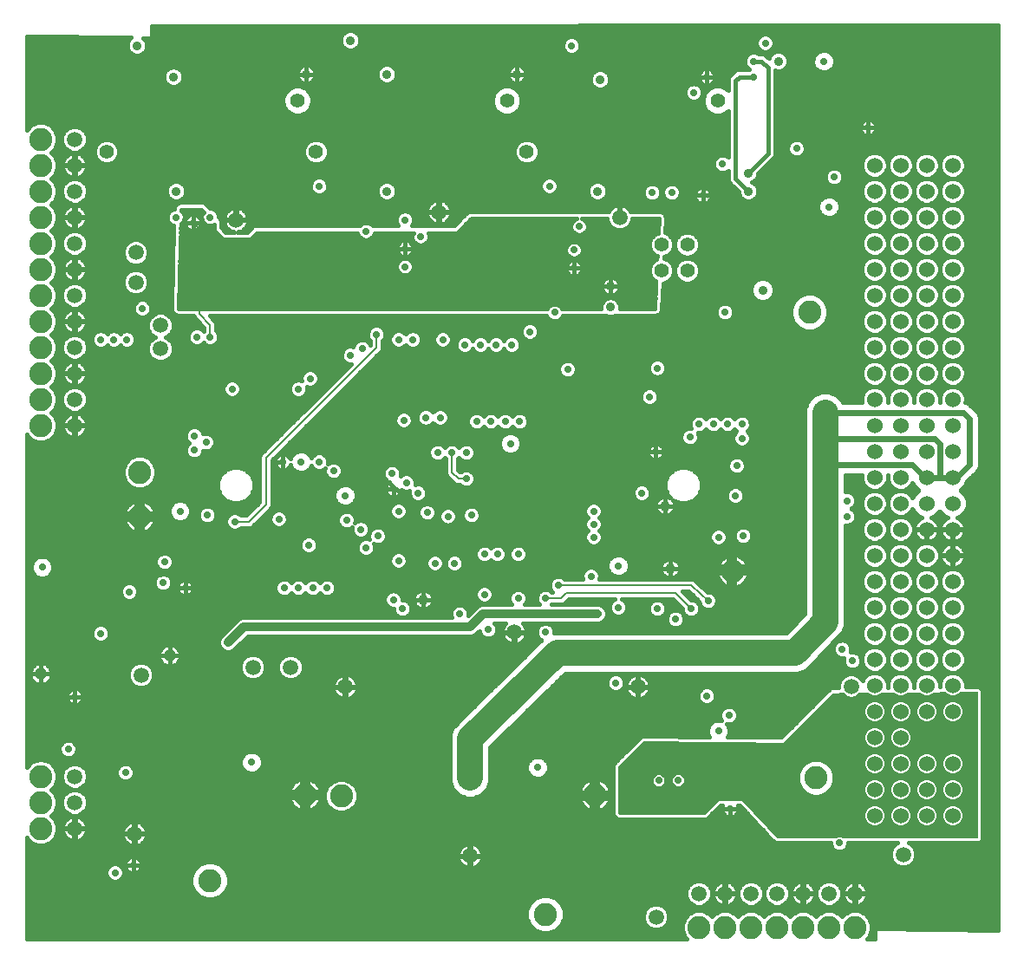
<source format=gbr>
G75*
G70*
%OFA0B0*%
%FSLAX24Y24*%
%IPPOS*%
%LPD*%
%AMOC8*
5,1,8,0,0,1.08239X$1,22.5*
%
%ADD10C,0.0554*%
%ADD11C,0.0886*%
%ADD12C,0.0594*%
%ADD13C,0.1650*%
%ADD14C,0.0600*%
%ADD15C,0.0560*%
%ADD16C,0.0357*%
%ADD17C,0.0160*%
%ADD18C,0.0591*%
%ADD19C,0.0278*%
%ADD20C,0.0475*%
%ADD21C,0.0080*%
%ADD22C,0.0400*%
%ADD23C,0.0396*%
%ADD24C,0.1000*%
%ADD25C,0.0240*%
%ADD26C,0.0320*%
%ADD27C,0.0010*%
D10*
X009569Y031303D03*
X016910Y033270D03*
X017619Y031303D03*
X024960Y033270D03*
X025719Y031303D03*
X033060Y033270D03*
D11*
X036590Y025136D03*
X033640Y015186D03*
X036840Y007236D03*
X035590Y005636D03*
X035340Y001486D03*
X036340Y001486D03*
X037340Y001486D03*
X038340Y001486D03*
X034340Y001486D03*
X033340Y001486D03*
X032340Y001486D03*
X026440Y001986D03*
X028340Y006586D03*
X029740Y006636D03*
X023540Y007236D03*
X018590Y006536D03*
X017190Y006586D03*
X013540Y003286D03*
X007040Y005286D03*
X007040Y006286D03*
X007040Y007286D03*
X010840Y017286D03*
X010840Y018986D03*
X007040Y020786D03*
X007040Y021786D03*
X007040Y022786D03*
X007040Y023786D03*
X007040Y024786D03*
X007040Y025786D03*
X007040Y026786D03*
X007040Y027786D03*
X007040Y028786D03*
X007040Y029786D03*
X007040Y030786D03*
X007040Y031786D03*
D12*
X008340Y031786D03*
X008340Y030786D03*
X008340Y029786D03*
X008340Y028786D03*
X008340Y027786D03*
X008340Y026786D03*
X008340Y025786D03*
X008340Y024786D03*
X008340Y023786D03*
X008340Y022786D03*
X008340Y021786D03*
X008340Y020786D03*
X008340Y007286D03*
X008340Y006286D03*
X008340Y005286D03*
X032340Y002786D03*
X033340Y002786D03*
X034340Y002786D03*
X035340Y002786D03*
X036340Y002786D03*
X037340Y002786D03*
X038340Y002786D03*
D13*
X042090Y003786D03*
X008340Y002786D03*
X042090Y032786D03*
X008340Y034286D03*
D14*
X039090Y030786D03*
X040090Y030786D03*
X041090Y030786D03*
X042090Y030786D03*
X042090Y029786D03*
X041090Y029786D03*
X040090Y029786D03*
X039090Y029786D03*
X039090Y028786D03*
X040090Y028786D03*
X041090Y028786D03*
X042090Y028786D03*
X042090Y027786D03*
X041090Y027786D03*
X040090Y027786D03*
X039090Y027786D03*
X039090Y026786D03*
X040090Y026786D03*
X041090Y026786D03*
X042090Y026786D03*
X042090Y025786D03*
X042090Y024786D03*
X041090Y024786D03*
X041090Y025786D03*
X040090Y025786D03*
X040090Y024786D03*
X039090Y024786D03*
X039090Y025786D03*
X039090Y023786D03*
X040090Y023786D03*
X041090Y023786D03*
X042090Y023786D03*
X042090Y022786D03*
X041090Y022786D03*
X040090Y022786D03*
X039090Y022786D03*
X039090Y021786D03*
X040090Y021786D03*
X041090Y021786D03*
X042090Y021786D03*
X042090Y020786D03*
X041090Y020786D03*
X040090Y020786D03*
X039090Y020786D03*
X039090Y019786D03*
X040090Y019786D03*
X041090Y019786D03*
X042090Y019786D03*
X042090Y018786D03*
X041090Y018786D03*
X040090Y018786D03*
X039090Y018786D03*
X039090Y017786D03*
X040090Y017786D03*
X041090Y017786D03*
X042090Y017786D03*
X042090Y016786D03*
X042090Y015786D03*
X041090Y015786D03*
X041090Y016786D03*
X040090Y016786D03*
X040090Y015786D03*
X039090Y015786D03*
X039090Y016786D03*
X039090Y014786D03*
X040090Y014786D03*
X041090Y014786D03*
X042090Y014786D03*
X042090Y013786D03*
X041090Y013786D03*
X040090Y013786D03*
X039090Y013786D03*
X039090Y012786D03*
X040090Y012786D03*
X041090Y012786D03*
X042090Y012786D03*
X042090Y011786D03*
X041090Y011786D03*
X040090Y011786D03*
X039090Y011786D03*
X039090Y010786D03*
X040090Y010786D03*
X041090Y010786D03*
X042090Y010786D03*
X042090Y009786D03*
X041090Y009786D03*
X040090Y009786D03*
X039090Y009786D03*
X039090Y008786D03*
X040090Y008786D03*
X041090Y008786D03*
X042090Y008786D03*
X042090Y007786D03*
X042090Y006786D03*
X041090Y006786D03*
X041090Y007786D03*
X040090Y007786D03*
X040090Y006786D03*
X039090Y006786D03*
X039090Y007786D03*
X039090Y005786D03*
X040090Y005786D03*
X041090Y005786D03*
X042090Y005786D03*
D15*
X031890Y026736D03*
X031890Y027736D03*
X030890Y027736D03*
X030890Y026736D03*
D16*
X028940Y026136D03*
X028940Y025336D03*
X034790Y025986D03*
X034240Y029786D03*
X034240Y030486D03*
X035390Y034786D03*
X028540Y034086D03*
X025340Y034286D03*
X020340Y034286D03*
X018940Y035586D03*
X017240Y034286D03*
X012140Y034186D03*
X010740Y035386D03*
X012240Y029786D03*
X020340Y029786D03*
X028440Y029786D03*
D17*
X006490Y004934D02*
X006490Y001036D01*
X031880Y001036D01*
X031794Y001122D01*
X031697Y001358D01*
X031697Y001614D01*
X031794Y001850D01*
X031975Y002031D01*
X032212Y002129D01*
X032467Y002129D01*
X032704Y002031D01*
X032839Y001895D01*
X032975Y002031D01*
X033212Y002129D01*
X033467Y002129D01*
X033704Y002031D01*
X033839Y001895D01*
X033975Y002031D01*
X034212Y002129D01*
X034467Y002129D01*
X034704Y002031D01*
X034840Y001895D01*
X034975Y002031D01*
X035212Y002129D01*
X035467Y002129D01*
X035704Y002031D01*
X035839Y001895D01*
X035975Y002031D01*
X036212Y002129D01*
X036467Y002129D01*
X036704Y002031D01*
X036839Y001895D01*
X036975Y002031D01*
X037212Y002129D01*
X037467Y002129D01*
X037704Y002031D01*
X037839Y001895D01*
X037975Y002031D01*
X038212Y002129D01*
X038467Y002129D01*
X038704Y002031D01*
X038885Y001850D01*
X038982Y001614D01*
X038982Y001358D01*
X038885Y001122D01*
X038799Y001036D01*
X039090Y001036D01*
X039090Y001436D01*
X043840Y001386D01*
X043840Y036186D01*
X011290Y036136D01*
X011290Y035686D01*
X010971Y035689D01*
X011060Y035600D01*
X011118Y035461D01*
X011118Y035311D01*
X011060Y035172D01*
X010954Y035065D01*
X010815Y035008D01*
X010664Y035008D01*
X010525Y035065D01*
X010419Y035172D01*
X010361Y035311D01*
X010361Y035461D01*
X010419Y035600D01*
X010512Y035694D01*
X006490Y035736D01*
X006490Y032138D01*
X006494Y032150D01*
X006675Y032331D01*
X006912Y032429D01*
X007167Y032429D01*
X007404Y032331D01*
X007585Y032150D01*
X007682Y031914D01*
X007682Y031658D01*
X007585Y031422D01*
X007449Y031286D01*
X007585Y031150D01*
X007682Y030914D01*
X007682Y030658D01*
X007585Y030422D01*
X007449Y030286D01*
X007585Y030150D01*
X007682Y029914D01*
X007682Y029658D01*
X007585Y029422D01*
X007449Y029286D01*
X007585Y029150D01*
X007682Y028914D01*
X007682Y028658D01*
X007585Y028422D01*
X007449Y028286D01*
X007585Y028150D01*
X007682Y027914D01*
X007682Y027658D01*
X007585Y027422D01*
X007449Y027286D01*
X007585Y027150D01*
X007682Y026914D01*
X007682Y026658D01*
X007585Y026422D01*
X007449Y026286D01*
X007585Y026150D01*
X007682Y025914D01*
X007682Y025658D01*
X007585Y025422D01*
X007449Y025286D01*
X007585Y025150D01*
X007682Y024914D01*
X007682Y024658D01*
X007585Y024422D01*
X007449Y024286D01*
X007585Y024150D01*
X007682Y023914D01*
X007682Y023658D01*
X007585Y023422D01*
X007449Y023286D01*
X007585Y023150D01*
X007682Y022914D01*
X007682Y022658D01*
X007585Y022422D01*
X007449Y022286D01*
X007585Y022150D01*
X007682Y021914D01*
X007682Y021658D01*
X007585Y021422D01*
X007449Y021286D01*
X007585Y021150D01*
X007682Y020914D01*
X007682Y020658D01*
X007585Y020422D01*
X007404Y020241D01*
X007167Y020143D01*
X006912Y020143D01*
X006675Y020241D01*
X006494Y020422D01*
X006490Y020434D01*
X006490Y007638D01*
X006494Y007650D01*
X006675Y007831D01*
X006912Y007929D01*
X007167Y007929D01*
X007404Y007831D01*
X007585Y007650D01*
X007682Y007414D01*
X007682Y007158D01*
X007585Y006922D01*
X007449Y006786D01*
X007585Y006650D01*
X007682Y006414D01*
X007682Y006158D01*
X007585Y005922D01*
X007449Y005786D01*
X007585Y005650D01*
X007682Y005414D01*
X007682Y005158D01*
X007585Y004922D01*
X007404Y004741D01*
X007167Y004643D01*
X006912Y004643D01*
X006675Y004741D01*
X006494Y004922D01*
X006490Y004934D01*
X006490Y004908D02*
X006508Y004908D01*
X006490Y004750D02*
X006667Y004750D01*
X006490Y004591D02*
X023222Y004591D01*
X023230Y004599D02*
X023177Y004546D01*
X023133Y004485D01*
X023099Y004419D01*
X023076Y004347D01*
X023064Y004274D01*
X006490Y004274D01*
X006490Y004116D02*
X010368Y004116D01*
X010386Y004134D02*
X010342Y004089D01*
X010307Y004037D01*
X010283Y003979D01*
X010270Y003918D01*
X010270Y003886D01*
X010270Y003855D01*
X010283Y003793D01*
X010307Y003735D01*
X010342Y003683D01*
X010386Y003638D01*
X010438Y003603D01*
X010496Y003579D01*
X010558Y003567D01*
X010589Y003567D01*
X010589Y003886D01*
X010270Y003886D01*
X010589Y003886D01*
X010589Y003886D01*
X010590Y003886D01*
X010590Y003886D01*
X010909Y003886D01*
X010909Y003855D01*
X010896Y003793D01*
X010872Y003735D01*
X010837Y003683D01*
X010793Y003638D01*
X010741Y003603D01*
X010683Y003579D01*
X010621Y003567D01*
X010590Y003567D01*
X010590Y003886D01*
X010909Y003886D01*
X010909Y003918D01*
X010896Y003979D01*
X010872Y004037D01*
X010837Y004089D01*
X010793Y004134D01*
X010741Y004169D01*
X010683Y004193D01*
X010621Y004205D01*
X010590Y004205D01*
X010590Y003887D01*
X010589Y003887D01*
X010589Y004205D01*
X010558Y004205D01*
X010496Y004193D01*
X010438Y004169D01*
X010386Y004134D01*
X010589Y004116D02*
X010590Y004116D01*
X010589Y003957D02*
X010590Y003957D01*
X010589Y003798D02*
X010590Y003798D01*
X010589Y003640D02*
X010590Y003640D01*
X010794Y003640D02*
X012904Y003640D01*
X012927Y003696D02*
X012817Y003430D01*
X012817Y003142D01*
X012927Y002877D01*
X013130Y002673D01*
X013396Y002563D01*
X013683Y002563D01*
X013949Y002673D01*
X014152Y002877D01*
X014262Y003142D01*
X014262Y003430D01*
X014152Y003696D01*
X013949Y003899D01*
X013683Y004009D01*
X013396Y004009D01*
X013130Y003899D01*
X012927Y003696D01*
X013029Y003798D02*
X010897Y003798D01*
X010901Y003957D02*
X013270Y003957D01*
X013809Y003957D02*
X023155Y003957D01*
X023133Y003987D02*
X023177Y003926D01*
X023230Y003874D01*
X023290Y003830D01*
X023357Y003796D01*
X023428Y003773D01*
X023502Y003761D01*
X023521Y003761D01*
X023521Y004217D01*
X023558Y004217D01*
X023558Y003761D01*
X023577Y003761D01*
X023651Y003773D01*
X023722Y003796D01*
X023789Y003830D01*
X023849Y003874D01*
X023902Y003926D01*
X023946Y003987D01*
X023980Y004054D01*
X024003Y004125D01*
X024015Y004199D01*
X024015Y004218D01*
X023558Y004218D01*
X023558Y004255D01*
X023521Y004255D01*
X023521Y004711D01*
X023502Y004711D01*
X023428Y004700D01*
X023357Y004677D01*
X023290Y004643D01*
X023230Y004599D01*
X023106Y004433D02*
X006490Y004433D01*
X006490Y003957D02*
X010278Y003957D01*
X010282Y003798D02*
X010157Y003798D01*
X010177Y003778D02*
X010082Y003874D01*
X009957Y003925D01*
X009822Y003925D01*
X009697Y003874D01*
X009602Y003778D01*
X009550Y003654D01*
X009550Y003519D01*
X009602Y003394D01*
X009697Y003299D01*
X009822Y003247D01*
X009957Y003247D01*
X010082Y003299D01*
X010177Y003394D01*
X010229Y003519D01*
X010229Y003654D01*
X010177Y003778D01*
X010229Y003640D02*
X010385Y003640D01*
X010213Y003481D02*
X012838Y003481D01*
X012817Y003323D02*
X010106Y003323D01*
X009673Y003323D02*
X006490Y003323D01*
X006490Y003481D02*
X009566Y003481D01*
X009550Y003640D02*
X006490Y003640D01*
X006490Y003798D02*
X009622Y003798D01*
X010330Y004724D02*
X010390Y004680D01*
X010457Y004646D01*
X010528Y004623D01*
X010602Y004611D01*
X010621Y004611D01*
X010621Y005067D01*
X010658Y005067D01*
X010658Y004611D01*
X010677Y004611D01*
X010751Y004623D01*
X010822Y004646D01*
X010889Y004680D01*
X010949Y004724D01*
X011002Y004776D01*
X011046Y004837D01*
X011080Y004904D01*
X011103Y004975D01*
X011115Y005049D01*
X011115Y005068D01*
X010658Y005068D01*
X010658Y005105D01*
X010621Y005105D01*
X010621Y005561D01*
X010602Y005561D01*
X010528Y005550D01*
X010457Y005527D01*
X010390Y005493D01*
X010330Y005449D01*
X010277Y005396D01*
X010233Y005335D01*
X010199Y005269D01*
X010176Y005197D01*
X010164Y005124D01*
X010164Y005105D01*
X010621Y005105D01*
X010621Y005068D01*
X010164Y005068D01*
X010164Y005049D01*
X010176Y004975D01*
X010199Y004904D01*
X010233Y004837D01*
X010277Y004776D01*
X010330Y004724D01*
X010304Y004750D02*
X007412Y004750D01*
X007571Y004908D02*
X008048Y004908D01*
X008029Y004922D02*
X008090Y004878D01*
X008156Y004844D01*
X008228Y004821D01*
X008302Y004809D01*
X008321Y004809D01*
X008321Y005267D01*
X008358Y005267D01*
X008358Y004809D01*
X008377Y004809D01*
X008451Y004821D01*
X008523Y004844D01*
X008589Y004878D01*
X008650Y004922D01*
X008703Y004975D01*
X008747Y005036D01*
X008781Y005103D01*
X008805Y005174D01*
X008816Y005249D01*
X008816Y005268D01*
X008358Y005268D01*
X008358Y005305D01*
X008321Y005305D01*
X008321Y005763D01*
X008302Y005763D01*
X008228Y005751D01*
X008156Y005728D01*
X008090Y005694D01*
X008029Y005650D01*
X007976Y005597D01*
X007932Y005536D01*
X007898Y005469D01*
X007874Y005398D01*
X007863Y005324D01*
X007863Y005305D01*
X008321Y005305D01*
X008321Y005268D01*
X007863Y005268D01*
X007863Y005249D01*
X007874Y005174D01*
X007898Y005103D01*
X007932Y005036D01*
X007976Y004975D01*
X008029Y004922D01*
X007916Y005067D02*
X007645Y005067D01*
X007682Y005225D02*
X007866Y005225D01*
X007872Y005384D02*
X007682Y005384D01*
X007629Y005542D02*
X007936Y005542D01*
X008103Y005701D02*
X007534Y005701D01*
X007522Y005860D02*
X008071Y005860D01*
X008058Y005865D02*
X008241Y005789D01*
X008438Y005789D01*
X008621Y005865D01*
X008761Y006005D01*
X008836Y006187D01*
X008836Y006385D01*
X008761Y006568D01*
X008621Y006707D01*
X008438Y006783D01*
X008241Y006783D01*
X008058Y006707D01*
X007918Y006568D01*
X007843Y006385D01*
X007843Y006187D01*
X007918Y006005D01*
X008058Y005865D01*
X007913Y006018D02*
X007624Y006018D01*
X007682Y006177D02*
X007847Y006177D01*
X007843Y006335D02*
X007682Y006335D01*
X007649Y006494D02*
X007888Y006494D01*
X008003Y006652D02*
X007583Y006652D01*
X007473Y006811D02*
X008189Y006811D01*
X008241Y006789D02*
X008438Y006789D01*
X008621Y006865D01*
X008761Y007005D01*
X008836Y007187D01*
X008836Y007385D01*
X008761Y007568D01*
X008621Y007707D01*
X008438Y007783D01*
X008241Y007783D01*
X008058Y007707D01*
X007918Y007568D01*
X007843Y007385D01*
X007843Y007187D01*
X007918Y007005D01*
X008058Y006865D01*
X008241Y006789D01*
X008490Y006811D02*
X016608Y006811D01*
X016612Y006825D02*
X016582Y006732D01*
X016570Y006654D01*
X017122Y006654D01*
X017122Y007206D01*
X017044Y007194D01*
X016950Y007163D01*
X016863Y007119D01*
X016784Y007061D01*
X016714Y006992D01*
X016657Y006913D01*
X016612Y006825D01*
X016698Y006969D02*
X008725Y006969D01*
X008812Y007128D02*
X010148Y007128D01*
X010097Y007149D02*
X010222Y007097D01*
X010357Y007097D01*
X010482Y007149D01*
X010577Y007244D01*
X010629Y007369D01*
X010629Y007504D01*
X010577Y007628D01*
X010482Y007724D01*
X010357Y007775D01*
X010222Y007775D01*
X010097Y007724D01*
X010002Y007628D01*
X009950Y007504D01*
X009950Y007369D01*
X010002Y007244D01*
X010097Y007149D01*
X009985Y007286D02*
X008836Y007286D01*
X008811Y007445D02*
X009950Y007445D01*
X009992Y007604D02*
X008725Y007604D01*
X008489Y007762D02*
X010190Y007762D01*
X010389Y007762D02*
X014720Y007762D01*
X014720Y007753D02*
X014784Y007599D01*
X014902Y007481D01*
X015056Y007417D01*
X015223Y007417D01*
X015377Y007481D01*
X015495Y007599D01*
X015559Y007753D01*
X015559Y007919D01*
X015495Y008074D01*
X015377Y008191D01*
X015223Y008255D01*
X015056Y008255D01*
X014902Y008191D01*
X014784Y008074D01*
X014720Y007919D01*
X014720Y007753D01*
X014782Y007604D02*
X010587Y007604D01*
X010629Y007445D02*
X014989Y007445D01*
X015290Y007445D02*
X022760Y007445D01*
X022760Y007604D02*
X015497Y007604D01*
X015559Y007762D02*
X022760Y007762D01*
X022760Y007921D02*
X015558Y007921D01*
X015489Y008079D02*
X022760Y008079D01*
X022760Y008238D02*
X015265Y008238D01*
X015014Y008238D02*
X008416Y008238D01*
X008429Y008269D02*
X008377Y008144D01*
X008282Y008049D01*
X008157Y007997D01*
X008022Y007997D01*
X007897Y008049D01*
X007802Y008144D01*
X007750Y008269D01*
X007750Y008404D01*
X007802Y008528D01*
X007897Y008624D01*
X008022Y008675D01*
X008157Y008675D01*
X008282Y008624D01*
X008377Y008528D01*
X008429Y008404D01*
X008429Y008269D01*
X008429Y008396D02*
X022760Y008396D01*
X022760Y008555D02*
X008350Y008555D01*
X008312Y008079D02*
X014790Y008079D01*
X014721Y007921D02*
X007188Y007921D01*
X006891Y007921D02*
X006490Y007921D01*
X006490Y008079D02*
X007867Y008079D01*
X007763Y008238D02*
X006490Y008238D01*
X006490Y008396D02*
X007750Y008396D01*
X007829Y008555D02*
X006490Y008555D01*
X006490Y008713D02*
X022759Y008713D01*
X022760Y008739D02*
X022758Y008587D01*
X022760Y008584D01*
X022760Y007081D01*
X022878Y006794D01*
X023098Y006575D01*
X023384Y006456D01*
X023695Y006456D01*
X023981Y006575D01*
X024201Y006794D01*
X024319Y007081D01*
X024319Y008410D01*
X027209Y011256D01*
X035893Y011256D01*
X035901Y011253D01*
X036047Y011256D01*
X036195Y011256D01*
X036203Y011259D01*
X036211Y011260D01*
X036345Y011318D01*
X036481Y011375D01*
X036487Y011381D01*
X036495Y011384D01*
X036596Y011490D01*
X036701Y011594D01*
X036704Y011602D01*
X037747Y012690D01*
X037851Y012794D01*
X037854Y012802D01*
X037860Y012808D01*
X037913Y012945D01*
X037969Y013081D01*
X037969Y013090D01*
X037973Y013098D01*
X037969Y013244D01*
X037969Y016948D01*
X037972Y016947D01*
X038107Y016947D01*
X038232Y016999D01*
X038327Y017094D01*
X038379Y017219D01*
X038379Y017354D01*
X038327Y017478D01*
X038232Y017574D01*
X038201Y017586D01*
X038232Y017599D01*
X038327Y017694D01*
X038379Y017819D01*
X038379Y017954D01*
X038327Y018078D01*
X038232Y018174D01*
X038107Y018225D01*
X037972Y018225D01*
X037969Y018224D01*
X037969Y018886D01*
X038590Y018886D01*
X038590Y018886D01*
X038590Y018687D01*
X038666Y018503D01*
X038806Y018362D01*
X038990Y018286D01*
X038806Y018210D01*
X038666Y018069D01*
X038590Y017886D01*
X038590Y017687D01*
X038666Y017503D01*
X038806Y017362D01*
X038990Y017286D01*
X038806Y017210D01*
X038666Y017069D01*
X038590Y016886D01*
X038590Y016687D01*
X038666Y016503D01*
X038806Y016362D01*
X038990Y016286D01*
X038806Y016210D01*
X038666Y016069D01*
X038590Y015886D01*
X038590Y015687D01*
X038666Y015503D01*
X038806Y015362D01*
X038990Y015286D01*
X038806Y015210D01*
X038666Y015069D01*
X038590Y014886D01*
X038590Y014687D01*
X038666Y014503D01*
X038806Y014362D01*
X038990Y014286D01*
X038806Y014210D01*
X038666Y014069D01*
X038590Y013886D01*
X038590Y013687D01*
X038666Y013503D01*
X038806Y013362D01*
X038990Y013286D01*
X038806Y013210D01*
X038666Y013069D01*
X038590Y012886D01*
X038590Y012687D01*
X038666Y012503D01*
X038806Y012362D01*
X038990Y012286D01*
X038806Y012210D01*
X038666Y012069D01*
X038590Y011886D01*
X038590Y011687D01*
X038666Y011503D01*
X038806Y011362D01*
X038990Y011286D01*
X038806Y011210D01*
X038666Y011069D01*
X038627Y010975D01*
X038609Y011017D01*
X038470Y011156D01*
X038288Y011231D01*
X038091Y011231D01*
X037909Y011156D01*
X037770Y011017D01*
X037694Y010835D01*
X037694Y010693D01*
X037490Y010691D01*
X037405Y010691D01*
X037404Y010690D01*
X037403Y010690D01*
X037344Y010631D01*
X035505Y008792D01*
X033449Y008808D01*
X033509Y008953D01*
X033509Y009119D01*
X033445Y009274D01*
X033420Y009298D01*
X033422Y009297D01*
X033557Y009297D01*
X033682Y009349D01*
X033777Y009444D01*
X033829Y009569D01*
X033829Y009704D01*
X033777Y009828D01*
X033682Y009924D01*
X033557Y009975D01*
X033422Y009975D01*
X033297Y009924D01*
X033202Y009828D01*
X033150Y009704D01*
X033150Y009569D01*
X033202Y009444D01*
X033204Y009442D01*
X033173Y009455D01*
X033006Y009455D01*
X032852Y009391D01*
X032734Y009274D01*
X032670Y009119D01*
X032670Y008953D01*
X032728Y008814D01*
X030295Y008833D01*
X030295Y008833D01*
X030217Y008833D01*
X030126Y008834D01*
X030125Y008834D01*
X030125Y008834D01*
X030066Y008775D01*
X030004Y008715D01*
X030004Y008714D01*
X029155Y007872D01*
X029155Y007872D01*
X029095Y007812D01*
X029035Y007753D01*
X029035Y007752D01*
X029035Y007752D01*
X029035Y007663D01*
X029034Y007583D01*
X029035Y007582D01*
X029035Y005794D01*
X029155Y005674D01*
X029198Y005631D01*
X029368Y005631D01*
X032624Y005631D01*
X032744Y005751D01*
X033174Y006181D01*
X033254Y006181D01*
X033233Y006129D01*
X033220Y006068D01*
X033220Y006036D01*
X033220Y006005D01*
X033233Y005943D01*
X033257Y005885D01*
X033292Y005833D01*
X033336Y005788D01*
X033388Y005753D01*
X033446Y005729D01*
X033508Y005717D01*
X033539Y005717D01*
X033539Y006036D01*
X033220Y006036D01*
X033539Y006036D01*
X033539Y006036D01*
X033540Y006036D01*
X033540Y006036D01*
X033859Y006036D01*
X033859Y006005D01*
X033846Y005943D01*
X033822Y005885D01*
X033787Y005833D01*
X033743Y005788D01*
X033691Y005753D01*
X033633Y005729D01*
X033571Y005717D01*
X033540Y005717D01*
X033540Y006036D01*
X033859Y006036D01*
X033859Y006068D01*
X033846Y006129D01*
X033825Y006181D01*
X033900Y006181D01*
X035135Y004855D01*
X035135Y004851D01*
X035192Y004794D01*
X035247Y004734D01*
X035252Y004734D01*
X035255Y004731D01*
X035335Y004731D01*
X035417Y004728D01*
X035420Y004731D01*
X037400Y004731D01*
X037400Y004669D01*
X037452Y004544D01*
X037547Y004449D01*
X037672Y004397D01*
X037807Y004397D01*
X037932Y004449D01*
X038027Y004544D01*
X038079Y004669D01*
X038079Y004731D01*
X039970Y004731D01*
X039909Y004706D01*
X039770Y004567D01*
X039694Y004385D01*
X039694Y004188D01*
X039770Y004006D01*
X039909Y003866D01*
X040091Y003791D01*
X040288Y003791D01*
X040470Y003866D01*
X040609Y004006D01*
X040685Y004188D01*
X040685Y004385D01*
X040609Y004567D01*
X040470Y004706D01*
X040409Y004731D01*
X043124Y004731D01*
X043244Y004851D01*
X043244Y005021D01*
X043244Y010452D01*
X043245Y010453D01*
X043244Y010535D01*
X043244Y010621D01*
X043244Y010622D01*
X043244Y010623D01*
X043185Y010680D01*
X043124Y010741D01*
X043123Y010741D01*
X043123Y010742D01*
X043041Y010741D01*
X042955Y010741D01*
X042954Y010740D01*
X042589Y010737D01*
X042589Y010886D01*
X042513Y011069D01*
X042373Y011210D01*
X042189Y011286D01*
X041990Y011286D01*
X041806Y011210D01*
X041666Y011069D01*
X041590Y010886D01*
X041590Y010728D01*
X041589Y010728D01*
X041589Y010886D01*
X041513Y011069D01*
X041373Y011210D01*
X041189Y011286D01*
X040990Y011286D01*
X040806Y011210D01*
X040666Y011069D01*
X040590Y010886D01*
X040590Y010719D01*
X040589Y010719D01*
X040589Y010886D01*
X040513Y011069D01*
X040373Y011210D01*
X040189Y011286D01*
X039990Y011286D01*
X039806Y011210D01*
X039666Y011069D01*
X039590Y010886D01*
X039590Y010710D01*
X039589Y010710D01*
X039589Y010886D01*
X039513Y011069D01*
X039373Y011210D01*
X039189Y011286D01*
X038990Y011286D01*
X039189Y011286D01*
X039373Y011362D01*
X039513Y011503D01*
X039589Y011687D01*
X039590Y011687D02*
X039666Y011503D01*
X039806Y011362D01*
X039990Y011286D01*
X040189Y011286D01*
X040373Y011362D01*
X040513Y011503D01*
X040589Y011687D01*
X040589Y011886D01*
X040513Y012069D01*
X040373Y012210D01*
X040189Y012286D01*
X039990Y012286D01*
X039806Y012210D01*
X039666Y012069D01*
X039590Y011886D01*
X039590Y011687D01*
X039589Y011687D02*
X039589Y011886D01*
X039513Y012069D01*
X039373Y012210D01*
X039189Y012286D01*
X038990Y012286D01*
X039189Y012286D01*
X039373Y012362D01*
X039513Y012503D01*
X039589Y012687D01*
X039590Y012687D02*
X039666Y012503D01*
X039806Y012362D01*
X039990Y012286D01*
X040189Y012286D01*
X040373Y012362D01*
X040513Y012503D01*
X040589Y012687D01*
X040589Y012886D01*
X040513Y013069D01*
X040373Y013210D01*
X040189Y013286D01*
X039990Y013286D01*
X039806Y013210D01*
X039666Y013069D01*
X039590Y012886D01*
X039590Y012687D01*
X039589Y012687D02*
X039589Y012886D01*
X039513Y013069D01*
X039373Y013210D01*
X039189Y013286D01*
X038990Y013286D01*
X039189Y013286D01*
X039373Y013362D01*
X039513Y013503D01*
X039589Y013687D01*
X039590Y013687D02*
X039666Y013503D01*
X039806Y013362D01*
X039990Y013286D01*
X040189Y013286D01*
X040373Y013362D01*
X040513Y013503D01*
X040589Y013687D01*
X040589Y013886D01*
X040513Y014069D01*
X040373Y014210D01*
X040189Y014286D01*
X039990Y014286D01*
X039806Y014210D01*
X039666Y014069D01*
X039590Y013886D01*
X039590Y013687D01*
X039589Y013687D02*
X039589Y013886D01*
X039513Y014069D01*
X039373Y014210D01*
X039189Y014286D01*
X038990Y014286D01*
X039189Y014286D01*
X039373Y014362D01*
X039513Y014503D01*
X039589Y014687D01*
X039590Y014687D02*
X039666Y014503D01*
X039806Y014362D01*
X039990Y014286D01*
X040189Y014286D01*
X040373Y014362D01*
X040513Y014503D01*
X040589Y014687D01*
X040589Y014886D01*
X040513Y015069D01*
X040373Y015210D01*
X040189Y015286D01*
X039990Y015286D01*
X039806Y015210D01*
X039666Y015069D01*
X039590Y014886D01*
X039590Y014687D01*
X039589Y014687D02*
X039589Y014886D01*
X039513Y015069D01*
X039373Y015210D01*
X039189Y015286D01*
X038990Y015286D01*
X039189Y015286D01*
X039373Y015362D01*
X039513Y015503D01*
X039589Y015687D01*
X039590Y015687D02*
X039666Y015503D01*
X039806Y015362D01*
X039990Y015286D01*
X040189Y015286D01*
X040373Y015362D01*
X040513Y015503D01*
X040589Y015687D01*
X040590Y015687D02*
X040666Y015503D01*
X040806Y015362D01*
X040990Y015286D01*
X040806Y015210D01*
X040666Y015069D01*
X040590Y014886D01*
X040590Y014687D01*
X040666Y014503D01*
X040806Y014362D01*
X040990Y014286D01*
X040806Y014210D01*
X040666Y014069D01*
X040590Y013886D01*
X040590Y013687D01*
X040666Y013503D01*
X040806Y013362D01*
X040990Y013286D01*
X040806Y013210D01*
X040666Y013069D01*
X040590Y012886D01*
X040590Y012687D01*
X040666Y012503D01*
X040806Y012362D01*
X040990Y012286D01*
X040806Y012210D01*
X040666Y012069D01*
X040590Y011886D01*
X040590Y011687D01*
X040666Y011503D01*
X040806Y011362D01*
X040990Y011286D01*
X041189Y011286D01*
X041373Y011362D01*
X041513Y011503D01*
X041589Y011687D01*
X041589Y011886D01*
X041513Y012069D01*
X041373Y012210D01*
X041189Y012286D01*
X040990Y012286D01*
X041189Y012286D01*
X041373Y012362D01*
X041513Y012503D01*
X041589Y012687D01*
X041589Y012886D01*
X041513Y013069D01*
X041373Y013210D01*
X041189Y013286D01*
X040990Y013286D01*
X041189Y013286D01*
X041373Y013362D01*
X041513Y013503D01*
X041589Y013687D01*
X041589Y013886D01*
X041513Y014069D01*
X041373Y014210D01*
X041189Y014286D01*
X040990Y014286D01*
X041189Y014286D01*
X041373Y014362D01*
X041513Y014503D01*
X041589Y014687D01*
X041589Y014886D01*
X041513Y015069D01*
X041373Y015210D01*
X041189Y015286D01*
X040990Y015286D01*
X041189Y015286D01*
X041373Y015362D01*
X041513Y015503D01*
X041589Y015687D01*
X041589Y015886D01*
X041513Y016069D01*
X041373Y016210D01*
X041189Y016286D01*
X040990Y016286D01*
X040806Y016210D01*
X040666Y016069D01*
X040590Y015886D01*
X040590Y015687D01*
X040589Y015687D02*
X040589Y015886D01*
X040513Y016069D01*
X040373Y016210D01*
X040189Y016286D01*
X039990Y016286D01*
X039806Y016210D01*
X039666Y016069D01*
X039590Y015886D01*
X039590Y015687D01*
X039589Y015687D02*
X039589Y015886D01*
X039513Y016069D01*
X039373Y016210D01*
X039189Y016286D01*
X038990Y016286D01*
X039189Y016286D01*
X039373Y016362D01*
X039513Y016503D01*
X039589Y016687D01*
X039590Y016687D02*
X039666Y016503D01*
X039806Y016362D01*
X039990Y016286D01*
X040189Y016286D01*
X040373Y016362D01*
X040513Y016503D01*
X040589Y016687D01*
X040589Y016886D01*
X040513Y017069D01*
X040373Y017210D01*
X040189Y017286D01*
X039990Y017286D01*
X039806Y017210D01*
X039666Y017069D01*
X039590Y016886D01*
X039590Y016687D01*
X039589Y016687D02*
X039589Y016886D01*
X039513Y017069D01*
X039373Y017210D01*
X039189Y017286D01*
X038990Y017286D01*
X039189Y017286D01*
X039373Y017362D01*
X039513Y017503D01*
X039589Y017687D01*
X039590Y017687D02*
X039666Y017503D01*
X039806Y017362D01*
X039990Y017286D01*
X040189Y017286D01*
X040373Y017362D01*
X040513Y017503D01*
X040546Y017582D01*
X040598Y017458D01*
X040761Y017294D01*
X040910Y017233D01*
X040905Y017231D01*
X040838Y017197D01*
X040777Y017152D01*
X040723Y017099D01*
X040679Y017038D01*
X040645Y016970D01*
X040621Y016899D01*
X040610Y016824D01*
X040610Y016806D01*
X041069Y016806D01*
X041069Y016766D01*
X040610Y016766D01*
X040610Y016748D01*
X040621Y016674D01*
X040645Y016602D01*
X040679Y016535D01*
X040723Y016473D01*
X040777Y016420D01*
X040838Y016376D01*
X040905Y016341D01*
X040977Y016318D01*
X041052Y016306D01*
X041069Y016306D01*
X041069Y016766D01*
X041110Y016766D01*
X041110Y016806D01*
X041569Y016806D01*
X041569Y016824D01*
X041558Y016899D01*
X041534Y016970D01*
X041500Y017038D01*
X041456Y017099D01*
X041402Y017152D01*
X041341Y017197D01*
X041274Y017231D01*
X041269Y017233D01*
X041418Y017294D01*
X041581Y017458D01*
X041589Y017478D01*
X041598Y017458D01*
X041761Y017294D01*
X041910Y017233D01*
X041905Y017231D01*
X041838Y017197D01*
X041777Y017152D01*
X041723Y017099D01*
X041679Y017038D01*
X041645Y016970D01*
X041621Y016899D01*
X041610Y016824D01*
X041610Y016806D01*
X042069Y016806D01*
X042069Y016766D01*
X041610Y016766D01*
X041610Y016748D01*
X041621Y016674D01*
X041645Y016602D01*
X041679Y016535D01*
X041723Y016473D01*
X041777Y016420D01*
X041838Y016376D01*
X041905Y016341D01*
X041977Y016318D01*
X042052Y016306D01*
X042069Y016306D01*
X042069Y016766D01*
X042110Y016766D01*
X042110Y016806D01*
X042569Y016806D01*
X042569Y016824D01*
X042558Y016899D01*
X042534Y016970D01*
X042500Y017038D01*
X042456Y017099D01*
X042402Y017152D01*
X042341Y017197D01*
X042274Y017231D01*
X042269Y017233D01*
X042418Y017294D01*
X042581Y017458D01*
X042669Y017671D01*
X042669Y017901D01*
X042581Y018115D01*
X042418Y018278D01*
X042398Y018286D01*
X042418Y018294D01*
X042581Y018458D01*
X042655Y018636D01*
X042966Y018947D01*
X043079Y019060D01*
X043139Y019207D01*
X043139Y020957D01*
X043139Y021116D01*
X043079Y021263D01*
X042829Y021513D01*
X042716Y021625D01*
X042586Y021679D01*
X042589Y021687D01*
X042589Y021886D01*
X042513Y022069D01*
X042373Y022210D01*
X042189Y022286D01*
X041990Y022286D01*
X041806Y022210D01*
X041666Y022069D01*
X041590Y021886D01*
X041590Y021687D01*
X041589Y021686D02*
X041589Y021687D01*
X041590Y021687D02*
X041590Y021686D01*
X041589Y021686D01*
X041589Y021687D02*
X041589Y021886D01*
X041513Y022069D01*
X041373Y022210D01*
X041189Y022286D01*
X040990Y022286D01*
X040806Y022210D01*
X040666Y022069D01*
X040590Y021886D01*
X040590Y021687D01*
X040589Y021687D02*
X040589Y021886D01*
X040513Y022069D01*
X040373Y022210D01*
X040189Y022286D01*
X039990Y022286D01*
X039806Y022210D01*
X039666Y022069D01*
X039590Y021886D01*
X039590Y021687D01*
X039589Y021687D02*
X039589Y021886D01*
X039513Y022069D01*
X039373Y022210D01*
X039189Y022286D01*
X038990Y022286D01*
X038806Y022210D01*
X038666Y022069D01*
X038590Y021886D01*
X038590Y021687D01*
X038590Y021686D01*
X037868Y021686D01*
X037851Y021728D01*
X037631Y021947D01*
X037345Y022066D01*
X037034Y022066D01*
X036748Y021947D01*
X036528Y021728D01*
X036410Y021441D01*
X036410Y020131D01*
X036410Y019131D01*
X036410Y013550D01*
X035707Y012816D01*
X026891Y012816D01*
X026779Y012817D01*
X026779Y012904D01*
X026727Y013028D01*
X026632Y013124D01*
X026507Y013175D01*
X026372Y013175D01*
X026247Y013124D01*
X026152Y013028D01*
X026100Y012904D01*
X026100Y012769D01*
X026152Y012644D01*
X026247Y012549D01*
X026283Y012534D01*
X023101Y009399D01*
X023098Y009397D01*
X022990Y009289D01*
X022882Y009183D01*
X022880Y009180D01*
X022878Y009178D01*
X022820Y009037D01*
X022761Y008897D01*
X022761Y008894D01*
X022760Y008891D01*
X022760Y008739D01*
X022760Y008872D02*
X006490Y008872D01*
X006490Y009030D02*
X022817Y009030D01*
X022888Y009189D02*
X006490Y009189D01*
X006490Y009347D02*
X023048Y009347D01*
X023210Y009506D02*
X006490Y009506D01*
X006490Y009665D02*
X023371Y009665D01*
X023532Y009823D02*
X006490Y009823D01*
X006490Y009982D02*
X023693Y009982D01*
X023853Y010140D02*
X008586Y010140D01*
X008595Y010150D02*
X008630Y010202D01*
X008654Y010260D01*
X008666Y010322D01*
X008666Y010353D01*
X008348Y010353D01*
X008348Y010353D01*
X008666Y010353D01*
X008666Y010384D01*
X008654Y010446D01*
X008630Y010504D01*
X008595Y010556D01*
X008551Y010601D01*
X008499Y010636D01*
X008440Y010660D01*
X008379Y010672D01*
X008348Y010672D01*
X008348Y010353D01*
X008348Y010034D01*
X008379Y010034D01*
X008440Y010046D01*
X008499Y010070D01*
X008551Y010105D01*
X008595Y010150D01*
X008662Y010299D02*
X018551Y010299D01*
X018557Y010296D02*
X018628Y010273D01*
X018702Y010261D01*
X018721Y010261D01*
X018721Y010717D01*
X018758Y010717D01*
X018758Y010261D01*
X018777Y010261D01*
X018851Y010273D01*
X018922Y010296D01*
X018989Y010330D01*
X019049Y010374D01*
X019102Y010426D01*
X019146Y010487D01*
X019180Y010554D01*
X019203Y010625D01*
X019215Y010699D01*
X019215Y010718D01*
X018758Y010718D01*
X018758Y010755D01*
X018721Y010755D01*
X018721Y011211D01*
X018702Y011211D01*
X018628Y011200D01*
X018557Y011177D01*
X018490Y011143D01*
X018430Y011099D01*
X018377Y011046D01*
X018333Y010985D01*
X018299Y010919D01*
X018276Y010847D01*
X018264Y010774D01*
X011178Y010774D01*
X011170Y010766D02*
X011309Y010906D01*
X011385Y011088D01*
X011385Y011285D01*
X011309Y011467D01*
X011170Y011606D01*
X010988Y011681D01*
X010791Y011681D01*
X010609Y011606D01*
X010470Y011467D01*
X010394Y011285D01*
X010394Y011088D01*
X010470Y010906D01*
X010609Y010766D01*
X010791Y010691D01*
X010988Y010691D01*
X011170Y010766D01*
X011321Y010933D02*
X018306Y010933D01*
X018264Y010774D02*
X018264Y010755D01*
X018721Y010755D01*
X018721Y010718D01*
X018264Y010718D01*
X018264Y010699D01*
X018276Y010625D01*
X018299Y010554D01*
X018333Y010487D01*
X018377Y010426D01*
X018430Y010374D01*
X018490Y010330D01*
X018557Y010296D01*
X018721Y010299D02*
X018758Y010299D01*
X018758Y010457D02*
X018721Y010457D01*
X018721Y010616D02*
X018758Y010616D01*
X018758Y010755D02*
X019215Y010755D01*
X019215Y010774D01*
X024497Y010774D01*
X024336Y010616D02*
X019200Y010616D01*
X019215Y010774D02*
X019203Y010847D01*
X019180Y010919D01*
X019146Y010985D01*
X019102Y011046D01*
X019049Y011099D01*
X018989Y011143D01*
X018922Y011177D01*
X018851Y011200D01*
X018777Y011211D01*
X018758Y011211D01*
X018758Y010755D01*
X018758Y010774D02*
X018721Y010774D01*
X018721Y010933D02*
X018758Y010933D01*
X018758Y011091D02*
X018721Y011091D01*
X018423Y011091D02*
X016945Y011091D01*
X016920Y011066D02*
X017059Y011206D01*
X017135Y011388D01*
X017135Y011585D01*
X017059Y011767D01*
X016920Y011906D01*
X016738Y011981D01*
X016541Y011981D01*
X016359Y011906D01*
X016220Y011767D01*
X016144Y011585D01*
X016144Y011388D01*
X016220Y011206D01*
X016359Y011066D01*
X016541Y010991D01*
X016738Y010991D01*
X016920Y011066D01*
X017078Y011250D02*
X024980Y011250D01*
X024819Y011091D02*
X019056Y011091D01*
X019173Y010933D02*
X024658Y010933D01*
X024175Y010457D02*
X019124Y010457D01*
X018928Y010299D02*
X024014Y010299D01*
X025111Y009189D02*
X032699Y009189D01*
X032670Y009030D02*
X024950Y009030D01*
X024789Y008872D02*
X032704Y008872D01*
X032808Y009347D02*
X025272Y009347D01*
X025432Y009506D02*
X033176Y009506D01*
X033150Y009665D02*
X025593Y009665D01*
X025754Y009823D02*
X033200Y009823D01*
X032873Y010140D02*
X036854Y010140D01*
X037012Y010299D02*
X032970Y010299D01*
X032979Y010319D02*
X032927Y010194D01*
X032832Y010099D01*
X032707Y010047D01*
X032572Y010047D01*
X032447Y010099D01*
X032352Y010194D01*
X032300Y010319D01*
X032300Y010454D01*
X032352Y010578D01*
X032447Y010674D01*
X032572Y010725D01*
X032707Y010725D01*
X032832Y010674D01*
X032927Y010578D01*
X032979Y010454D01*
X032979Y010319D01*
X032977Y010457D02*
X037171Y010457D01*
X037329Y010616D02*
X032889Y010616D01*
X032390Y010616D02*
X030450Y010616D01*
X030453Y010625D02*
X030465Y010699D01*
X030465Y010718D01*
X030008Y010718D01*
X030008Y010755D01*
X029971Y010755D01*
X029971Y011211D01*
X029952Y011211D01*
X029878Y011200D01*
X029807Y011177D01*
X029740Y011143D01*
X029680Y011099D01*
X029627Y011046D01*
X029583Y010985D01*
X029549Y010919D01*
X029526Y010847D01*
X029514Y010774D01*
X029460Y010774D01*
X029479Y010819D02*
X029427Y010694D01*
X029332Y010599D01*
X029207Y010547D01*
X029072Y010547D01*
X028947Y010599D01*
X028852Y010694D01*
X028800Y010819D01*
X028800Y010954D01*
X028852Y011078D01*
X028947Y011174D01*
X029072Y011225D01*
X029207Y011225D01*
X029332Y011174D01*
X029427Y011078D01*
X029479Y010954D01*
X029479Y010819D01*
X029514Y010774D02*
X029514Y010755D01*
X029971Y010755D01*
X029971Y010718D01*
X029514Y010718D01*
X029514Y010699D01*
X029526Y010625D01*
X029549Y010554D01*
X029583Y010487D01*
X029627Y010426D01*
X029680Y010374D01*
X029740Y010330D01*
X029807Y010296D01*
X029878Y010273D01*
X029952Y010261D01*
X029971Y010261D01*
X029971Y010717D01*
X030008Y010717D01*
X030008Y010261D01*
X030027Y010261D01*
X030101Y010273D01*
X030172Y010296D01*
X030239Y010330D01*
X030299Y010374D01*
X030352Y010426D01*
X030396Y010487D01*
X030430Y010554D01*
X030453Y010625D01*
X030465Y010755D02*
X030465Y010774D01*
X037694Y010774D01*
X037735Y010933D02*
X030423Y010933D01*
X030430Y010919D02*
X030396Y010985D01*
X030352Y011046D01*
X030299Y011099D01*
X030239Y011143D01*
X030172Y011177D01*
X030101Y011200D01*
X030027Y011211D01*
X030008Y011211D01*
X030008Y010755D01*
X030465Y010755D01*
X030465Y010774D02*
X030453Y010847D01*
X030430Y010919D01*
X030306Y011091D02*
X037844Y011091D01*
X038047Y011449D02*
X038172Y011397D01*
X038307Y011397D01*
X038432Y011449D01*
X038527Y011544D01*
X038579Y011669D01*
X038579Y011804D01*
X038527Y011928D01*
X038432Y012024D01*
X038307Y012075D01*
X038172Y012075D01*
X038158Y012069D01*
X038179Y012119D01*
X038179Y012254D01*
X038127Y012378D01*
X038032Y012474D01*
X037907Y012525D01*
X037772Y012525D01*
X037647Y012474D01*
X037552Y012378D01*
X037500Y012254D01*
X037500Y012119D01*
X037552Y011994D01*
X037647Y011899D01*
X037772Y011847D01*
X037907Y011847D01*
X037921Y011853D01*
X037900Y011804D01*
X037900Y011669D01*
X037952Y011544D01*
X038047Y011449D01*
X038144Y011409D02*
X036518Y011409D01*
X036674Y011567D02*
X037943Y011567D01*
X037900Y011726D02*
X036822Y011726D01*
X036974Y011884D02*
X037682Y011884D01*
X037532Y012043D02*
X037126Y012043D01*
X037278Y012201D02*
X037500Y012201D01*
X037544Y012360D02*
X037430Y012360D01*
X037582Y012518D02*
X037756Y012518D01*
X037734Y012677D02*
X038594Y012677D01*
X038590Y012835D02*
X037870Y012835D01*
X037933Y012994D02*
X038634Y012994D01*
X038749Y013153D02*
X037971Y013153D01*
X037969Y013311D02*
X038930Y013311D01*
X038699Y013470D02*
X037969Y013470D01*
X037969Y013628D02*
X038614Y013628D01*
X038590Y013787D02*
X037969Y013787D01*
X037969Y013945D02*
X038614Y013945D01*
X038700Y014104D02*
X037969Y014104D01*
X037969Y014262D02*
X038933Y014262D01*
X038748Y014421D02*
X037969Y014421D01*
X037969Y014579D02*
X038634Y014579D01*
X038590Y014738D02*
X037969Y014738D01*
X037969Y014896D02*
X038594Y014896D01*
X038660Y015055D02*
X037969Y015055D01*
X037969Y015214D02*
X038815Y015214D01*
X038796Y015372D02*
X037969Y015372D01*
X037969Y015531D02*
X038654Y015531D01*
X038590Y015689D02*
X037969Y015689D01*
X037969Y015848D02*
X038590Y015848D01*
X038640Y016006D02*
X037969Y016006D01*
X037969Y016165D02*
X038761Y016165D01*
X038900Y016323D02*
X037969Y016323D01*
X037969Y016482D02*
X038687Y016482D01*
X038609Y016640D02*
X037969Y016640D01*
X037969Y016799D02*
X038590Y016799D01*
X038619Y016958D02*
X038132Y016958D01*
X038336Y017116D02*
X038712Y017116D01*
X038962Y017275D02*
X038379Y017275D01*
X038346Y017433D02*
X038735Y017433D01*
X038629Y017592D02*
X038215Y017592D01*
X038350Y017750D02*
X038590Y017750D01*
X038599Y017909D02*
X038379Y017909D01*
X038331Y018067D02*
X038665Y018067D01*
X038845Y018226D02*
X037969Y018226D01*
X037969Y018384D02*
X038784Y018384D01*
X038649Y018543D02*
X037969Y018543D01*
X037969Y018702D02*
X038590Y018702D01*
X038590Y018860D02*
X037969Y018860D01*
X038990Y018286D02*
X039189Y018286D01*
X038990Y018286D01*
X039189Y018286D02*
X039373Y018362D01*
X039513Y018503D01*
X039589Y018687D01*
X039590Y018687D02*
X039666Y018503D01*
X039806Y018362D01*
X039990Y018286D01*
X039806Y018210D01*
X039666Y018069D01*
X039590Y017886D01*
X039590Y017687D01*
X039589Y017687D02*
X039589Y017886D01*
X039513Y018069D01*
X039373Y018210D01*
X039189Y018286D01*
X039334Y018226D02*
X039845Y018226D01*
X039990Y018286D02*
X040189Y018286D01*
X040373Y018210D01*
X040513Y018069D01*
X040546Y017990D01*
X040598Y018115D01*
X040761Y018278D01*
X040781Y018286D01*
X040761Y018294D01*
X040598Y018458D01*
X040546Y018582D01*
X040513Y018503D01*
X040373Y018362D01*
X040189Y018286D01*
X039990Y018286D01*
X039784Y018384D02*
X039395Y018384D01*
X039530Y018543D02*
X039649Y018543D01*
X039590Y018687D02*
X039590Y018886D01*
X039590Y018886D01*
X039589Y018886D01*
X039589Y018886D01*
X039589Y018687D01*
X039589Y018702D02*
X039590Y018702D01*
X039589Y018860D02*
X039590Y018860D01*
X039514Y018067D02*
X039665Y018067D01*
X039599Y017909D02*
X039580Y017909D01*
X039589Y017750D02*
X039590Y017750D01*
X039550Y017592D02*
X039629Y017592D01*
X039735Y017433D02*
X039444Y017433D01*
X039217Y017275D02*
X039962Y017275D01*
X040217Y017275D02*
X040809Y017275D01*
X040741Y017116D02*
X040467Y017116D01*
X040560Y016958D02*
X040641Y016958D01*
X040589Y016799D02*
X041069Y016799D01*
X041110Y016799D02*
X042069Y016799D01*
X042110Y016799D02*
X043840Y016799D01*
X043840Y016640D02*
X042547Y016640D01*
X042558Y016674D02*
X042569Y016748D01*
X042569Y016766D01*
X042110Y016766D01*
X042110Y016306D01*
X042127Y016306D01*
X042202Y016318D01*
X042274Y016341D01*
X042341Y016376D01*
X042402Y016420D01*
X042456Y016473D01*
X042500Y016535D01*
X042534Y016602D01*
X042558Y016674D01*
X042462Y016482D02*
X043840Y016482D01*
X043840Y016323D02*
X042219Y016323D01*
X042202Y016254D02*
X042127Y016266D01*
X042110Y016266D01*
X042110Y015806D01*
X042569Y015806D01*
X042569Y015824D01*
X042558Y015899D01*
X042534Y015970D01*
X042500Y016038D01*
X042456Y016099D01*
X042402Y016152D01*
X042341Y016197D01*
X042274Y016231D01*
X042202Y016254D01*
X042110Y016323D02*
X042069Y016323D01*
X042069Y016266D02*
X042052Y016266D01*
X041977Y016254D01*
X041905Y016231D01*
X041838Y016197D01*
X041777Y016152D01*
X041723Y016099D01*
X041679Y016038D01*
X041645Y015970D01*
X041621Y015899D01*
X041610Y015824D01*
X041610Y015806D01*
X042069Y015806D01*
X042069Y015766D01*
X041610Y015766D01*
X041610Y015748D01*
X041621Y015674D01*
X041645Y015602D01*
X041679Y015535D01*
X041723Y015473D01*
X041777Y015420D01*
X041838Y015376D01*
X041905Y015341D01*
X041977Y015318D01*
X042052Y015306D01*
X042069Y015306D01*
X042069Y015766D01*
X042110Y015766D01*
X042110Y015806D01*
X042069Y015806D01*
X042069Y016266D01*
X042069Y016165D02*
X042110Y016165D01*
X042110Y016006D02*
X042069Y016006D01*
X042069Y015848D02*
X042110Y015848D01*
X042110Y015766D02*
X042569Y015766D01*
X042569Y015748D01*
X042558Y015674D01*
X042534Y015602D01*
X042500Y015535D01*
X042456Y015473D01*
X042402Y015420D01*
X042341Y015376D01*
X042274Y015341D01*
X042202Y015318D01*
X042127Y015306D01*
X042110Y015306D01*
X042110Y015766D01*
X042110Y015689D02*
X042069Y015689D01*
X042069Y015531D02*
X042110Y015531D01*
X042110Y015372D02*
X042069Y015372D01*
X041990Y015286D02*
X041806Y015210D01*
X041666Y015069D01*
X041590Y014886D01*
X041590Y014687D01*
X041666Y014503D01*
X041806Y014362D01*
X041990Y014286D01*
X041806Y014210D01*
X041666Y014069D01*
X041590Y013886D01*
X041590Y013687D01*
X041666Y013503D01*
X041806Y013362D01*
X041990Y013286D01*
X041806Y013210D01*
X041666Y013069D01*
X041590Y012886D01*
X041590Y012687D01*
X041666Y012503D01*
X041806Y012362D01*
X041990Y012286D01*
X041806Y012210D01*
X041666Y012069D01*
X041590Y011886D01*
X041590Y011687D01*
X041666Y011503D01*
X041806Y011362D01*
X041990Y011286D01*
X042189Y011286D01*
X042373Y011362D01*
X042513Y011503D01*
X042589Y011687D01*
X042589Y011886D01*
X042513Y012069D01*
X042373Y012210D01*
X042189Y012286D01*
X041990Y012286D01*
X042189Y012286D01*
X042373Y012362D01*
X042513Y012503D01*
X042589Y012687D01*
X042589Y012886D01*
X042513Y013069D01*
X042373Y013210D01*
X042189Y013286D01*
X041990Y013286D01*
X042189Y013286D01*
X042373Y013362D01*
X042513Y013503D01*
X042589Y013687D01*
X042589Y013886D01*
X042513Y014069D01*
X042373Y014210D01*
X042189Y014286D01*
X041990Y014286D01*
X042189Y014286D01*
X042373Y014362D01*
X042513Y014503D01*
X042589Y014687D01*
X042589Y014886D01*
X042513Y015069D01*
X042373Y015210D01*
X042189Y015286D01*
X041990Y015286D01*
X041845Y015372D02*
X041383Y015372D01*
X041364Y015214D02*
X041815Y015214D01*
X041660Y015055D02*
X041519Y015055D01*
X041585Y014896D02*
X041594Y014896D01*
X041589Y014738D02*
X041590Y014738D01*
X041634Y014579D02*
X041545Y014579D01*
X041431Y014421D02*
X041748Y014421D01*
X041933Y014262D02*
X041246Y014262D01*
X041479Y014104D02*
X041700Y014104D01*
X041614Y013945D02*
X041565Y013945D01*
X041589Y013787D02*
X041590Y013787D01*
X041565Y013628D02*
X041614Y013628D01*
X041699Y013470D02*
X041480Y013470D01*
X041249Y013311D02*
X041930Y013311D01*
X041749Y013153D02*
X041430Y013153D01*
X041545Y012994D02*
X041634Y012994D01*
X041590Y012835D02*
X041589Y012835D01*
X041585Y012677D02*
X041594Y012677D01*
X041659Y012518D02*
X041520Y012518D01*
X041367Y012360D02*
X041812Y012360D01*
X041798Y012201D02*
X041381Y012201D01*
X041524Y012043D02*
X041655Y012043D01*
X041590Y011884D02*
X041589Y011884D01*
X041589Y011726D02*
X041590Y011726D01*
X041540Y011567D02*
X041639Y011567D01*
X041760Y011409D02*
X041419Y011409D01*
X041276Y011250D02*
X041903Y011250D01*
X041688Y011091D02*
X041491Y011091D01*
X041570Y010933D02*
X041609Y010933D01*
X041589Y010774D02*
X041590Y010774D01*
X042276Y011250D02*
X043840Y011250D01*
X043840Y011091D02*
X042491Y011091D01*
X042570Y010933D02*
X043840Y010933D01*
X043840Y010774D02*
X042589Y010774D01*
X042590Y010286D02*
X038390Y010286D01*
X038340Y010236D01*
X038535Y011091D02*
X038688Y011091D01*
X038903Y011250D02*
X027203Y011250D01*
X027042Y011091D02*
X028865Y011091D01*
X028800Y010933D02*
X026881Y010933D01*
X026720Y010774D02*
X028819Y010774D01*
X028930Y010616D02*
X026559Y010616D01*
X026398Y010457D02*
X029605Y010457D01*
X029529Y010616D02*
X029349Y010616D01*
X029479Y010933D02*
X029556Y010933D01*
X029673Y011091D02*
X029414Y011091D01*
X029971Y011091D02*
X030008Y011091D01*
X030008Y010933D02*
X029971Y010933D01*
X029971Y010774D02*
X030008Y010774D01*
X030008Y010616D02*
X029971Y010616D01*
X029971Y010457D02*
X030008Y010457D01*
X030008Y010299D02*
X029971Y010299D01*
X029801Y010299D02*
X026237Y010299D01*
X026076Y010140D02*
X032406Y010140D01*
X032309Y010299D02*
X030178Y010299D01*
X030374Y010457D02*
X032302Y010457D01*
X033779Y009823D02*
X036537Y009823D01*
X036695Y009982D02*
X025915Y009982D01*
X024628Y008713D02*
X030003Y008713D01*
X029844Y008555D02*
X024467Y008555D01*
X024319Y008396D02*
X029684Y008396D01*
X029524Y008238D02*
X024319Y008238D01*
X024319Y008079D02*
X029364Y008079D01*
X029204Y007921D02*
X026448Y007921D01*
X026495Y007874D02*
X026377Y007991D01*
X026223Y008055D01*
X026056Y008055D01*
X025902Y007991D01*
X025784Y007874D01*
X025720Y007719D01*
X025720Y007553D01*
X025784Y007399D01*
X025902Y007281D01*
X026056Y007217D01*
X026223Y007217D01*
X026377Y007281D01*
X026495Y007399D01*
X026559Y007553D01*
X026559Y007719D01*
X026495Y007874D01*
X026541Y007762D02*
X029045Y007762D01*
X029034Y007604D02*
X026559Y007604D01*
X026514Y007445D02*
X029035Y007445D01*
X029035Y007286D02*
X026382Y007286D01*
X025897Y007286D02*
X024319Y007286D01*
X024319Y007128D02*
X028031Y007128D01*
X028013Y007119D02*
X027934Y007061D01*
X027864Y006992D01*
X027807Y006913D01*
X027762Y006825D01*
X027732Y006732D01*
X027720Y006654D01*
X028272Y006654D01*
X028272Y007206D01*
X028194Y007194D01*
X028100Y007163D01*
X028013Y007119D01*
X027848Y006969D02*
X024273Y006969D01*
X024208Y006811D02*
X027758Y006811D01*
X027720Y006518D02*
X027732Y006440D01*
X027762Y006347D01*
X027807Y006260D01*
X027864Y006180D01*
X027934Y006111D01*
X028013Y006053D01*
X028100Y006009D01*
X028194Y005979D01*
X028272Y005966D01*
X028272Y006518D01*
X028407Y006518D01*
X028407Y005966D01*
X028485Y005979D01*
X028579Y006009D01*
X028666Y006053D01*
X028745Y006111D01*
X028815Y006180D01*
X028872Y006260D01*
X028917Y006347D01*
X028947Y006440D01*
X028959Y006518D01*
X028407Y006518D01*
X028407Y006654D01*
X028272Y006654D01*
X028272Y006518D01*
X027720Y006518D01*
X027723Y006494D02*
X023785Y006494D01*
X024059Y006652D02*
X028272Y006652D01*
X028407Y006654D02*
X028407Y007206D01*
X028485Y007194D01*
X028579Y007163D01*
X028666Y007119D01*
X028745Y007061D01*
X028815Y006992D01*
X028872Y006913D01*
X028917Y006825D01*
X028947Y006732D01*
X028959Y006654D01*
X028407Y006654D01*
X028407Y006652D02*
X029035Y006652D01*
X029035Y006494D02*
X028955Y006494D01*
X028911Y006335D02*
X029035Y006335D01*
X029035Y006177D02*
X028811Y006177D01*
X028597Y006018D02*
X029035Y006018D01*
X029035Y005860D02*
X008608Y005860D01*
X008523Y005728D02*
X008451Y005751D01*
X008377Y005763D01*
X008358Y005763D01*
X008358Y005305D01*
X008816Y005305D01*
X008816Y005324D01*
X008805Y005398D01*
X008781Y005469D01*
X008747Y005536D01*
X008703Y005597D01*
X008650Y005650D01*
X008589Y005694D01*
X008523Y005728D01*
X008576Y005701D02*
X029128Y005701D01*
X028407Y006018D02*
X028272Y006018D01*
X028272Y006177D02*
X028407Y006177D01*
X028407Y006335D02*
X028272Y006335D01*
X028272Y006494D02*
X028407Y006494D01*
X028407Y006811D02*
X028272Y006811D01*
X028272Y006969D02*
X028407Y006969D01*
X028407Y007128D02*
X028272Y007128D01*
X028648Y007128D02*
X029035Y007128D01*
X029035Y006969D02*
X028831Y006969D01*
X028921Y006811D02*
X029035Y006811D01*
X028082Y006018D02*
X018981Y006018D01*
X018954Y005991D02*
X019135Y006172D01*
X019232Y006408D01*
X019232Y006664D01*
X019135Y006900D01*
X018954Y007081D01*
X018717Y007179D01*
X018462Y007179D01*
X018225Y007081D01*
X018044Y006900D01*
X017947Y006664D01*
X017947Y006408D01*
X018044Y006172D01*
X018225Y005991D01*
X018462Y005893D01*
X018717Y005893D01*
X018954Y005991D01*
X019136Y006177D02*
X027868Y006177D01*
X027768Y006335D02*
X019202Y006335D01*
X019232Y006494D02*
X023294Y006494D01*
X023020Y006652D02*
X019232Y006652D01*
X019172Y006811D02*
X022871Y006811D01*
X022806Y006969D02*
X019066Y006969D01*
X018841Y007128D02*
X022760Y007128D01*
X022760Y007286D02*
X010594Y007286D01*
X010431Y007128D02*
X016881Y007128D01*
X017122Y007128D02*
X017257Y007128D01*
X017257Y007206D02*
X017335Y007194D01*
X017429Y007163D01*
X017516Y007119D01*
X017595Y007061D01*
X017665Y006992D01*
X017722Y006913D01*
X017767Y006825D01*
X017797Y006732D01*
X017809Y006654D01*
X017257Y006654D01*
X017122Y006654D01*
X017122Y006518D01*
X017257Y006518D01*
X017257Y005966D01*
X017335Y005979D01*
X017429Y006009D01*
X017516Y006053D01*
X017595Y006111D01*
X017665Y006180D01*
X017722Y006260D01*
X017767Y006347D01*
X017797Y006440D01*
X017809Y006518D01*
X017257Y006518D01*
X017257Y006654D01*
X017257Y007206D01*
X017257Y006969D02*
X017122Y006969D01*
X017122Y006811D02*
X017257Y006811D01*
X017257Y006652D02*
X017947Y006652D01*
X017947Y006494D02*
X017805Y006494D01*
X017761Y006335D02*
X017977Y006335D01*
X018043Y006177D02*
X017661Y006177D01*
X017447Y006018D02*
X018198Y006018D01*
X017257Y006018D02*
X017122Y006018D01*
X017122Y005966D02*
X017122Y006518D01*
X016570Y006518D01*
X016582Y006440D01*
X016612Y006347D01*
X016657Y006260D01*
X016714Y006180D01*
X016784Y006111D01*
X016863Y006053D01*
X016950Y006009D01*
X017044Y005979D01*
X017122Y005966D01*
X016932Y006018D02*
X008766Y006018D01*
X008832Y006177D02*
X016718Y006177D01*
X016618Y006335D02*
X008836Y006335D01*
X008791Y006494D02*
X016573Y006494D01*
X017122Y006494D02*
X017257Y006494D01*
X017257Y006335D02*
X017122Y006335D01*
X017122Y006177D02*
X017257Y006177D01*
X017122Y006652D02*
X008676Y006652D01*
X007954Y006969D02*
X007604Y006969D01*
X007670Y007128D02*
X007867Y007128D01*
X007843Y007286D02*
X007682Y007286D01*
X007670Y007445D02*
X007868Y007445D01*
X007954Y007604D02*
X007604Y007604D01*
X007473Y007762D02*
X008190Y007762D01*
X006606Y007762D02*
X006490Y007762D01*
X008321Y005701D02*
X008358Y005701D01*
X008358Y005542D02*
X008321Y005542D01*
X008321Y005384D02*
X008358Y005384D01*
X008358Y005225D02*
X008321Y005225D01*
X008321Y005067D02*
X008358Y005067D01*
X008358Y004908D02*
X008321Y004908D01*
X008631Y004908D02*
X010198Y004908D01*
X010164Y005067D02*
X008763Y005067D01*
X008813Y005225D02*
X010185Y005225D01*
X010268Y005384D02*
X008807Y005384D01*
X008743Y005542D02*
X010506Y005542D01*
X010621Y005542D02*
X010658Y005542D01*
X010658Y005561D02*
X010677Y005561D01*
X010751Y005550D01*
X010822Y005527D01*
X010889Y005493D01*
X010949Y005449D01*
X011002Y005396D01*
X011046Y005335D01*
X011080Y005269D01*
X011103Y005197D01*
X011115Y005124D01*
X011115Y005105D01*
X010658Y005105D01*
X010658Y005561D01*
X010773Y005542D02*
X034495Y005542D01*
X034643Y005384D02*
X011011Y005384D01*
X011094Y005225D02*
X034790Y005225D01*
X034938Y005067D02*
X011115Y005067D01*
X011081Y004908D02*
X035085Y004908D01*
X035233Y004750D02*
X010975Y004750D01*
X010658Y004750D02*
X010621Y004750D01*
X010621Y004908D02*
X010658Y004908D01*
X010658Y005067D02*
X010621Y005067D01*
X010621Y005225D02*
X010658Y005225D01*
X010658Y005384D02*
X010621Y005384D01*
X010811Y004116D02*
X023079Y004116D01*
X023076Y004125D02*
X023099Y004054D01*
X023133Y003987D01*
X023076Y004125D02*
X023064Y004199D01*
X023064Y004218D01*
X023521Y004218D01*
X023521Y004255D01*
X023064Y004255D01*
X023064Y004274D01*
X023521Y004274D02*
X023558Y004274D01*
X023558Y004255D02*
X023558Y004711D01*
X023577Y004711D01*
X023651Y004700D01*
X023722Y004677D01*
X023789Y004643D01*
X023849Y004599D01*
X023902Y004546D01*
X023946Y004485D01*
X023980Y004419D01*
X024003Y004347D01*
X024015Y004274D01*
X039694Y004274D01*
X039714Y004433D02*
X037893Y004433D01*
X038046Y004591D02*
X039794Y004591D01*
X039724Y004116D02*
X024000Y004116D01*
X024015Y004255D02*
X024015Y004274D01*
X024015Y004255D02*
X023558Y004255D01*
X023558Y004116D02*
X023521Y004116D01*
X023521Y003957D02*
X023558Y003957D01*
X023558Y003798D02*
X023521Y003798D01*
X023352Y003798D02*
X014050Y003798D01*
X014175Y003640D02*
X043840Y003640D01*
X043840Y003798D02*
X040306Y003798D01*
X040073Y003798D02*
X023727Y003798D01*
X023924Y003957D02*
X039818Y003957D01*
X040561Y003957D02*
X043840Y003957D01*
X043840Y004116D02*
X040655Y004116D01*
X040685Y004274D02*
X043840Y004274D01*
X043840Y004433D02*
X040665Y004433D01*
X040585Y004591D02*
X043840Y004591D01*
X043840Y004750D02*
X043143Y004750D01*
X043244Y004908D02*
X043840Y004908D01*
X043840Y005067D02*
X043244Y005067D01*
X043244Y005225D02*
X043840Y005225D01*
X043840Y005384D02*
X043244Y005384D01*
X043244Y005542D02*
X043840Y005542D01*
X043840Y005701D02*
X043244Y005701D01*
X043244Y005860D02*
X043840Y005860D01*
X043840Y006018D02*
X043244Y006018D01*
X043244Y006177D02*
X043840Y006177D01*
X043840Y006335D02*
X043244Y006335D01*
X043244Y006494D02*
X043840Y006494D01*
X043840Y006652D02*
X043244Y006652D01*
X043244Y006811D02*
X043840Y006811D01*
X043840Y006969D02*
X043244Y006969D01*
X043244Y007128D02*
X043840Y007128D01*
X043840Y007286D02*
X043244Y007286D01*
X043244Y007445D02*
X043840Y007445D01*
X043840Y007604D02*
X043244Y007604D01*
X043244Y007762D02*
X043840Y007762D01*
X043840Y007921D02*
X043244Y007921D01*
X043244Y008079D02*
X043840Y008079D01*
X043840Y008238D02*
X043244Y008238D01*
X043244Y008396D02*
X043840Y008396D01*
X043840Y008555D02*
X043244Y008555D01*
X043244Y008713D02*
X043840Y008713D01*
X043840Y008872D02*
X043244Y008872D01*
X043244Y009030D02*
X043840Y009030D01*
X043840Y009189D02*
X043244Y009189D01*
X043244Y009347D02*
X043840Y009347D01*
X043840Y009506D02*
X043244Y009506D01*
X043244Y009665D02*
X043840Y009665D01*
X043840Y009823D02*
X043244Y009823D01*
X043244Y009982D02*
X043840Y009982D01*
X043840Y010140D02*
X043244Y010140D01*
X043244Y010299D02*
X043840Y010299D01*
X043840Y010457D02*
X043245Y010457D01*
X043244Y010616D02*
X043840Y010616D01*
X043840Y011409D02*
X042419Y011409D01*
X042540Y011567D02*
X043840Y011567D01*
X043840Y011726D02*
X042589Y011726D01*
X042589Y011884D02*
X043840Y011884D01*
X043840Y012043D02*
X042524Y012043D01*
X042381Y012201D02*
X043840Y012201D01*
X043840Y012360D02*
X042367Y012360D01*
X042520Y012518D02*
X043840Y012518D01*
X043840Y012677D02*
X042585Y012677D01*
X042589Y012835D02*
X043840Y012835D01*
X043840Y012994D02*
X042545Y012994D01*
X042430Y013153D02*
X043840Y013153D01*
X043840Y013311D02*
X042249Y013311D01*
X042480Y013470D02*
X043840Y013470D01*
X043840Y013628D02*
X042565Y013628D01*
X042589Y013787D02*
X043840Y013787D01*
X043840Y013945D02*
X042565Y013945D01*
X042479Y014104D02*
X043840Y014104D01*
X043840Y014262D02*
X042246Y014262D01*
X042431Y014421D02*
X043840Y014421D01*
X043840Y014579D02*
X042545Y014579D01*
X042589Y014738D02*
X043840Y014738D01*
X043840Y014896D02*
X042585Y014896D01*
X042519Y015055D02*
X043840Y015055D01*
X043840Y015214D02*
X042364Y015214D01*
X042334Y015372D02*
X043840Y015372D01*
X043840Y015531D02*
X042497Y015531D01*
X042560Y015689D02*
X043840Y015689D01*
X043840Y015848D02*
X042566Y015848D01*
X042516Y016006D02*
X043840Y016006D01*
X043840Y016165D02*
X042385Y016165D01*
X042110Y016482D02*
X042069Y016482D01*
X042069Y016640D02*
X042110Y016640D01*
X041960Y016323D02*
X041219Y016323D01*
X041202Y016318D02*
X041274Y016341D01*
X041341Y016376D01*
X041402Y016420D01*
X041456Y016473D01*
X041500Y016535D01*
X041534Y016602D01*
X041558Y016674D01*
X041569Y016748D01*
X041569Y016766D01*
X041110Y016766D01*
X041110Y016306D01*
X041127Y016306D01*
X041202Y016318D01*
X041110Y016323D02*
X041069Y016323D01*
X040960Y016323D02*
X040279Y016323D01*
X040418Y016165D02*
X040761Y016165D01*
X040640Y016006D02*
X040540Y016006D01*
X040589Y015848D02*
X040590Y015848D01*
X040589Y015689D02*
X040590Y015689D01*
X040525Y015531D02*
X040654Y015531D01*
X040796Y015372D02*
X040383Y015372D01*
X040364Y015214D02*
X040815Y015214D01*
X040660Y015055D02*
X040519Y015055D01*
X040585Y014896D02*
X040594Y014896D01*
X040589Y014738D02*
X040590Y014738D01*
X040634Y014579D02*
X040545Y014579D01*
X040431Y014421D02*
X040748Y014421D01*
X040933Y014262D02*
X040246Y014262D01*
X040479Y014104D02*
X040700Y014104D01*
X040614Y013945D02*
X040565Y013945D01*
X040589Y013787D02*
X040590Y013787D01*
X040565Y013628D02*
X040614Y013628D01*
X040699Y013470D02*
X040480Y013470D01*
X040249Y013311D02*
X040930Y013311D01*
X040749Y013153D02*
X040430Y013153D01*
X040545Y012994D02*
X040634Y012994D01*
X040590Y012835D02*
X040589Y012835D01*
X040585Y012677D02*
X040594Y012677D01*
X040659Y012518D02*
X040520Y012518D01*
X040367Y012360D02*
X040812Y012360D01*
X040798Y012201D02*
X040381Y012201D01*
X040524Y012043D02*
X040655Y012043D01*
X040590Y011884D02*
X040589Y011884D01*
X040589Y011726D02*
X040590Y011726D01*
X040540Y011567D02*
X040639Y011567D01*
X040760Y011409D02*
X040419Y011409D01*
X040276Y011250D02*
X040903Y011250D01*
X040688Y011091D02*
X040491Y011091D01*
X040570Y010933D02*
X040609Y010933D01*
X040589Y010774D02*
X040590Y010774D01*
X039903Y011250D02*
X039276Y011250D01*
X039419Y011409D02*
X039760Y011409D01*
X039639Y011567D02*
X039540Y011567D01*
X039589Y011726D02*
X039590Y011726D01*
X039589Y011884D02*
X039590Y011884D01*
X039655Y012043D02*
X039524Y012043D01*
X039381Y012201D02*
X039798Y012201D01*
X039812Y012360D02*
X039367Y012360D01*
X039520Y012518D02*
X039659Y012518D01*
X039594Y012677D02*
X039585Y012677D01*
X039589Y012835D02*
X039590Y012835D01*
X039634Y012994D02*
X039545Y012994D01*
X039430Y013153D02*
X039749Y013153D01*
X039930Y013311D02*
X039249Y013311D01*
X039480Y013470D02*
X039699Y013470D01*
X039614Y013628D02*
X039565Y013628D01*
X039589Y013787D02*
X039590Y013787D01*
X039565Y013945D02*
X039614Y013945D01*
X039700Y014104D02*
X039479Y014104D01*
X039246Y014262D02*
X039933Y014262D01*
X039748Y014421D02*
X039431Y014421D01*
X039545Y014579D02*
X039634Y014579D01*
X039590Y014738D02*
X039589Y014738D01*
X039585Y014896D02*
X039594Y014896D01*
X039660Y015055D02*
X039519Y015055D01*
X039364Y015214D02*
X039815Y015214D01*
X039796Y015372D02*
X039383Y015372D01*
X039525Y015531D02*
X039654Y015531D01*
X039589Y015689D02*
X039590Y015689D01*
X039589Y015848D02*
X039590Y015848D01*
X039540Y016006D02*
X039640Y016006D01*
X039761Y016165D02*
X039418Y016165D01*
X039279Y016323D02*
X039900Y016323D01*
X039687Y016482D02*
X039492Y016482D01*
X039570Y016640D02*
X039609Y016640D01*
X039589Y016799D02*
X039590Y016799D01*
X039560Y016958D02*
X039619Y016958D01*
X039712Y017116D02*
X039467Y017116D01*
X040444Y017433D02*
X040622Y017433D01*
X040578Y018067D02*
X040514Y018067D01*
X040334Y018226D02*
X040709Y018226D01*
X040671Y018384D02*
X040395Y018384D01*
X040530Y018543D02*
X040562Y018543D01*
X041557Y017433D02*
X041622Y017433D01*
X041809Y017275D02*
X041370Y017275D01*
X041438Y017116D02*
X041741Y017116D01*
X041641Y016958D02*
X041539Y016958D01*
X041547Y016640D02*
X041632Y016640D01*
X041717Y016482D02*
X041462Y016482D01*
X041418Y016165D02*
X041794Y016165D01*
X041663Y016006D02*
X041540Y016006D01*
X041589Y015848D02*
X041613Y015848D01*
X041619Y015689D02*
X041589Y015689D01*
X041525Y015531D02*
X041682Y015531D01*
X041110Y016482D02*
X041069Y016482D01*
X041069Y016640D02*
X041110Y016640D01*
X040717Y016482D02*
X040492Y016482D01*
X040570Y016640D02*
X040632Y016640D01*
X042370Y017275D02*
X043840Y017275D01*
X043840Y017433D02*
X042557Y017433D01*
X042637Y017592D02*
X043840Y017592D01*
X043840Y017750D02*
X042669Y017750D01*
X042666Y017909D02*
X043840Y017909D01*
X043840Y018067D02*
X042601Y018067D01*
X042470Y018226D02*
X043840Y018226D01*
X043840Y018384D02*
X042508Y018384D01*
X042617Y018543D02*
X043840Y018543D01*
X043840Y018702D02*
X042721Y018702D01*
X042879Y018860D02*
X043840Y018860D01*
X043840Y019019D02*
X043038Y019019D01*
X043127Y019177D02*
X043840Y019177D01*
X043840Y019336D02*
X043139Y019336D01*
X043139Y019494D02*
X043840Y019494D01*
X043840Y019653D02*
X043139Y019653D01*
X043139Y019811D02*
X043840Y019811D01*
X043840Y019970D02*
X043139Y019970D01*
X043139Y020128D02*
X043840Y020128D01*
X043840Y020287D02*
X043139Y020287D01*
X043139Y020446D02*
X043840Y020446D01*
X043840Y020604D02*
X043139Y020604D01*
X043139Y020763D02*
X043840Y020763D01*
X043840Y020921D02*
X043139Y020921D01*
X043139Y021080D02*
X043840Y021080D01*
X043840Y021238D02*
X043089Y021238D01*
X042945Y021397D02*
X043840Y021397D01*
X043840Y021555D02*
X042786Y021555D01*
X042589Y021714D02*
X043840Y021714D01*
X043840Y021872D02*
X042589Y021872D01*
X042529Y022031D02*
X043840Y022031D01*
X043840Y022189D02*
X042393Y022189D01*
X042338Y022348D02*
X043840Y022348D01*
X043840Y022507D02*
X042515Y022507D01*
X042513Y022503D02*
X042589Y022687D01*
X042589Y022886D01*
X042513Y023069D01*
X042373Y023210D01*
X042189Y023286D01*
X041990Y023286D01*
X041806Y023210D01*
X041666Y023069D01*
X041590Y022886D01*
X041590Y022687D01*
X041666Y022503D01*
X041806Y022362D01*
X041990Y022286D01*
X042189Y022286D01*
X042373Y022362D01*
X042513Y022503D01*
X042581Y022665D02*
X043840Y022665D01*
X043840Y022824D02*
X042589Y022824D01*
X042549Y022982D02*
X043840Y022982D01*
X043840Y023141D02*
X042442Y023141D01*
X042373Y023362D02*
X042513Y023503D01*
X042589Y023687D01*
X042589Y023886D01*
X042513Y024069D01*
X042373Y024210D01*
X042189Y024286D01*
X041990Y024286D01*
X041806Y024210D01*
X041666Y024069D01*
X041590Y023886D01*
X041590Y023687D01*
X041666Y023503D01*
X041806Y023362D01*
X041990Y023286D01*
X042189Y023286D01*
X042373Y023362D01*
X042468Y023458D02*
X043840Y023458D01*
X043840Y023616D02*
X042560Y023616D01*
X042589Y023775D02*
X043840Y023775D01*
X043840Y023933D02*
X042570Y023933D01*
X042491Y024092D02*
X043840Y024092D01*
X043840Y024251D02*
X042275Y024251D01*
X042189Y024286D02*
X042373Y024362D01*
X042513Y024503D01*
X042589Y024687D01*
X042589Y024886D01*
X042513Y025069D01*
X042373Y025210D01*
X042189Y025286D01*
X041990Y025286D01*
X041806Y025210D01*
X041666Y025069D01*
X041590Y024886D01*
X041590Y024687D01*
X041666Y024503D01*
X041806Y024362D01*
X041990Y024286D01*
X042189Y024286D01*
X042420Y024409D02*
X043840Y024409D01*
X043840Y024568D02*
X042540Y024568D01*
X042589Y024726D02*
X043840Y024726D01*
X043840Y024885D02*
X042589Y024885D01*
X042524Y025043D02*
X043840Y025043D01*
X043840Y025202D02*
X042381Y025202D01*
X042368Y025360D02*
X043840Y025360D01*
X043840Y025519D02*
X042520Y025519D01*
X042513Y025503D02*
X042589Y025687D01*
X042589Y025886D01*
X042513Y026069D01*
X042373Y026210D01*
X042189Y026286D01*
X041990Y026286D01*
X041806Y026210D01*
X041666Y026069D01*
X041590Y025886D01*
X041590Y025687D01*
X041666Y025503D01*
X041806Y025362D01*
X041990Y025286D01*
X042189Y025286D01*
X042373Y025362D01*
X042513Y025503D01*
X042586Y025677D02*
X043840Y025677D01*
X043840Y025836D02*
X042589Y025836D01*
X042544Y025995D02*
X043840Y025995D01*
X043840Y026153D02*
X042430Y026153D01*
X042373Y026362D02*
X042189Y026286D01*
X041990Y026286D01*
X041806Y026362D01*
X041666Y026503D01*
X041590Y026687D01*
X041590Y026886D01*
X041666Y027069D01*
X041806Y027210D01*
X041990Y027286D01*
X042189Y027286D01*
X042373Y027210D01*
X042513Y027069D01*
X042589Y026886D01*
X042589Y026687D01*
X042513Y026503D01*
X042373Y026362D01*
X042250Y026312D02*
X043840Y026312D01*
X043840Y026470D02*
X042481Y026470D01*
X042565Y026629D02*
X043840Y026629D01*
X043840Y026787D02*
X042589Y026787D01*
X042565Y026946D02*
X043840Y026946D01*
X043840Y027104D02*
X042478Y027104D01*
X042373Y027362D02*
X042513Y027503D01*
X042589Y027687D01*
X042589Y027886D01*
X042513Y028069D01*
X042373Y028210D01*
X042189Y028286D01*
X041990Y028286D01*
X041806Y028210D01*
X041666Y028069D01*
X041590Y027886D01*
X041590Y027687D01*
X041666Y027503D01*
X041806Y027362D01*
X041990Y027286D01*
X042189Y027286D01*
X042373Y027362D01*
X042432Y027421D02*
X043840Y027421D01*
X043840Y027263D02*
X042245Y027263D01*
X041934Y027263D02*
X041245Y027263D01*
X041189Y027286D02*
X040990Y027286D01*
X040806Y027210D01*
X040666Y027069D01*
X040590Y026886D01*
X040590Y026687D01*
X040666Y026503D01*
X040806Y026362D01*
X040990Y026286D01*
X040806Y026210D01*
X040666Y026069D01*
X040590Y025886D01*
X040590Y025687D01*
X040666Y025503D01*
X040806Y025362D01*
X040990Y025286D01*
X040806Y025210D01*
X040666Y025069D01*
X040590Y024886D01*
X040590Y024687D01*
X040666Y024503D01*
X040806Y024362D01*
X040990Y024286D01*
X040806Y024210D01*
X040666Y024069D01*
X040590Y023886D01*
X040590Y023687D01*
X040666Y023503D01*
X040806Y023362D01*
X040990Y023286D01*
X040806Y023210D01*
X040666Y023069D01*
X040590Y022886D01*
X040590Y022687D01*
X040666Y022503D01*
X040806Y022362D01*
X040990Y022286D01*
X041189Y022286D01*
X041373Y022362D01*
X041513Y022503D01*
X041589Y022687D01*
X041589Y022886D01*
X041513Y023069D01*
X041373Y023210D01*
X041189Y023286D01*
X040990Y023286D01*
X041189Y023286D01*
X041373Y023362D01*
X041513Y023503D01*
X041589Y023687D01*
X041589Y023886D01*
X041513Y024069D01*
X041373Y024210D01*
X041189Y024286D01*
X040990Y024286D01*
X041189Y024286D01*
X041373Y024362D01*
X041513Y024503D01*
X041589Y024687D01*
X041589Y024886D01*
X041513Y025069D01*
X041373Y025210D01*
X041189Y025286D01*
X040990Y025286D01*
X041189Y025286D01*
X041373Y025362D01*
X041513Y025503D01*
X041589Y025687D01*
X041589Y025886D01*
X041513Y026069D01*
X041373Y026210D01*
X041189Y026286D01*
X040990Y026286D01*
X041189Y026286D01*
X041373Y026362D01*
X041513Y026503D01*
X041589Y026687D01*
X041589Y026886D01*
X041513Y027069D01*
X041373Y027210D01*
X041189Y027286D01*
X041373Y027362D01*
X041513Y027503D01*
X041589Y027687D01*
X041589Y027886D01*
X041513Y028069D01*
X041373Y028210D01*
X041189Y028286D01*
X040990Y028286D01*
X040806Y028210D01*
X040666Y028069D01*
X040590Y027886D01*
X040590Y027687D01*
X040666Y027503D01*
X040806Y027362D01*
X040990Y027286D01*
X041189Y027286D01*
X040934Y027263D02*
X040245Y027263D01*
X040189Y027286D02*
X039990Y027286D01*
X039806Y027210D01*
X039666Y027069D01*
X039590Y026886D01*
X039590Y026687D01*
X039666Y026503D01*
X039806Y026362D01*
X039990Y026286D01*
X039806Y026210D01*
X039666Y026069D01*
X039590Y025886D01*
X039590Y025687D01*
X039666Y025503D01*
X039806Y025362D01*
X039990Y025286D01*
X039806Y025210D01*
X039666Y025069D01*
X039590Y024886D01*
X039590Y024687D01*
X039666Y024503D01*
X039806Y024362D01*
X039990Y024286D01*
X039806Y024210D01*
X039666Y024069D01*
X039590Y023886D01*
X039590Y023687D01*
X039666Y023503D01*
X039806Y023362D01*
X039990Y023286D01*
X039806Y023210D01*
X039666Y023069D01*
X039590Y022886D01*
X039590Y022687D01*
X039666Y022503D01*
X039806Y022362D01*
X039990Y022286D01*
X040189Y022286D01*
X040373Y022362D01*
X040513Y022503D01*
X040589Y022687D01*
X040589Y022886D01*
X040513Y023069D01*
X040373Y023210D01*
X040189Y023286D01*
X039990Y023286D01*
X040189Y023286D01*
X040373Y023362D01*
X040513Y023503D01*
X040589Y023687D01*
X040589Y023886D01*
X040513Y024069D01*
X040373Y024210D01*
X040189Y024286D01*
X039990Y024286D01*
X040189Y024286D01*
X040373Y024362D01*
X040513Y024503D01*
X040589Y024687D01*
X040589Y024886D01*
X040513Y025069D01*
X040373Y025210D01*
X040189Y025286D01*
X039990Y025286D01*
X040189Y025286D01*
X040373Y025362D01*
X040513Y025503D01*
X040589Y025687D01*
X040589Y025886D01*
X040513Y026069D01*
X040373Y026210D01*
X040189Y026286D01*
X039990Y026286D01*
X040189Y026286D01*
X040373Y026362D01*
X040513Y026503D01*
X040589Y026687D01*
X040589Y026886D01*
X040513Y027069D01*
X040373Y027210D01*
X040189Y027286D01*
X040373Y027362D01*
X040513Y027503D01*
X040589Y027687D01*
X040589Y027886D01*
X040513Y028069D01*
X040373Y028210D01*
X040189Y028286D01*
X039990Y028286D01*
X039806Y028210D01*
X039666Y028069D01*
X039590Y027886D01*
X039590Y027687D01*
X039666Y027503D01*
X039806Y027362D01*
X039990Y027286D01*
X040189Y027286D01*
X039934Y027263D02*
X039245Y027263D01*
X039189Y027286D02*
X039373Y027210D01*
X039513Y027069D01*
X039589Y026886D01*
X039589Y026687D01*
X039513Y026503D01*
X039373Y026362D01*
X039189Y026286D01*
X038990Y026286D01*
X038806Y026210D01*
X038666Y026069D01*
X038590Y025886D01*
X038590Y025687D01*
X038666Y025503D01*
X038806Y025362D01*
X038990Y025286D01*
X038806Y025210D01*
X038666Y025069D01*
X038590Y024886D01*
X038590Y024687D01*
X038666Y024503D01*
X038806Y024362D01*
X038990Y024286D01*
X038806Y024210D01*
X038666Y024069D01*
X038590Y023886D01*
X038590Y023687D01*
X038666Y023503D01*
X038806Y023362D01*
X038990Y023286D01*
X038806Y023210D01*
X038666Y023069D01*
X038590Y022886D01*
X038590Y022687D01*
X038666Y022503D01*
X038806Y022362D01*
X038990Y022286D01*
X039189Y022286D01*
X039373Y022362D01*
X039513Y022503D01*
X039589Y022687D01*
X039589Y022886D01*
X039513Y023069D01*
X039373Y023210D01*
X039189Y023286D01*
X038990Y023286D01*
X039189Y023286D01*
X039373Y023362D01*
X039513Y023503D01*
X039589Y023687D01*
X039589Y023886D01*
X039513Y024069D01*
X039373Y024210D01*
X039189Y024286D01*
X038990Y024286D01*
X039189Y024286D01*
X039373Y024362D01*
X039513Y024503D01*
X039589Y024687D01*
X039589Y024886D01*
X039513Y025069D01*
X039373Y025210D01*
X039189Y025286D01*
X038990Y025286D01*
X039189Y025286D01*
X039373Y025362D01*
X039513Y025503D01*
X039589Y025687D01*
X039589Y025886D01*
X039513Y026069D01*
X039373Y026210D01*
X039189Y026286D01*
X038990Y026286D01*
X038806Y026362D01*
X038666Y026503D01*
X038590Y026687D01*
X038590Y026886D01*
X038666Y027069D01*
X038806Y027210D01*
X038990Y027286D01*
X039189Y027286D01*
X039373Y027362D01*
X039513Y027503D01*
X039589Y027687D01*
X039589Y027886D01*
X039513Y028069D01*
X039373Y028210D01*
X039189Y028286D01*
X038990Y028286D01*
X038806Y028210D01*
X038666Y028069D01*
X038590Y027886D01*
X038590Y027687D01*
X038666Y027503D01*
X038806Y027362D01*
X038990Y027286D01*
X039189Y027286D01*
X038934Y027263D02*
X032001Y027263D01*
X031985Y027256D02*
X032161Y027329D01*
X032296Y027464D01*
X032369Y027641D01*
X032369Y027832D01*
X032296Y028008D01*
X032161Y028143D01*
X031985Y028216D01*
X031794Y028216D01*
X031618Y028143D01*
X031483Y028008D01*
X031410Y027832D01*
X031410Y027641D01*
X031483Y027464D01*
X031618Y027329D01*
X031794Y027256D01*
X031985Y027256D01*
X031985Y027216D02*
X031794Y027216D01*
X031618Y027143D01*
X031483Y027008D01*
X031410Y026832D01*
X031410Y026641D01*
X031483Y026464D01*
X031618Y026329D01*
X031794Y026256D01*
X031985Y026256D01*
X032161Y026329D01*
X032296Y026464D01*
X032369Y026641D01*
X032369Y026832D01*
X032296Y027008D01*
X032161Y027143D01*
X031985Y027216D01*
X031778Y027263D02*
X031006Y027263D01*
X031006Y027265D02*
X031161Y027329D01*
X031296Y027464D01*
X031369Y027641D01*
X031369Y027832D01*
X031296Y028008D01*
X031161Y028143D01*
X031046Y028191D01*
X031067Y028675D01*
X031069Y028680D01*
X031069Y028730D01*
X031072Y028780D01*
X031069Y028786D01*
X031069Y028792D01*
X031051Y028837D01*
X031034Y028884D01*
X031029Y028889D01*
X031027Y028895D01*
X030992Y028930D01*
X030958Y028966D01*
X030953Y028969D01*
X030948Y028973D01*
X030903Y028992D01*
X030857Y029013D01*
X030851Y029014D01*
X030845Y029016D01*
X030796Y029016D01*
X030746Y029018D01*
X030740Y029016D01*
X029706Y029016D01*
X029696Y029035D01*
X029652Y029096D01*
X029599Y029149D01*
X029539Y029193D01*
X029472Y029227D01*
X029401Y029250D01*
X029327Y029261D01*
X029308Y029261D01*
X029308Y029016D01*
X029271Y029016D01*
X029271Y029261D01*
X029252Y029261D01*
X029178Y029250D01*
X029107Y029227D01*
X029040Y029193D01*
X028980Y029149D01*
X028927Y029096D01*
X028883Y029035D01*
X028873Y029016D01*
X023534Y029016D01*
X023431Y028973D01*
X023352Y028895D01*
X022924Y028466D01*
X021299Y028466D01*
X021327Y028494D01*
X021379Y028619D01*
X021379Y028754D01*
X021327Y028878D01*
X021232Y028974D01*
X021107Y029025D01*
X020972Y029025D01*
X020847Y028974D01*
X020752Y028878D01*
X020700Y028754D01*
X020700Y028619D01*
X020752Y028494D01*
X020780Y028466D01*
X019789Y028466D01*
X019732Y028524D01*
X019607Y028575D01*
X019472Y028575D01*
X019347Y028524D01*
X019290Y028466D01*
X015284Y028466D01*
X015181Y028423D01*
X015102Y028345D01*
X014974Y028216D01*
X014610Y028216D01*
X014651Y028223D01*
X014722Y028246D01*
X014789Y028280D01*
X014849Y028324D01*
X014902Y028376D01*
X014946Y028437D01*
X014980Y028504D01*
X015003Y028575D01*
X015015Y028649D01*
X015015Y028668D01*
X014558Y028668D01*
X014558Y028705D01*
X014521Y028705D01*
X014521Y029161D01*
X014502Y029161D01*
X014428Y029150D01*
X014357Y029127D01*
X014290Y029093D01*
X014230Y029049D01*
X014177Y028996D01*
X014133Y028935D01*
X014099Y028869D01*
X014076Y028797D01*
X014064Y028724D01*
X014064Y028705D01*
X014521Y028705D01*
X014521Y028668D01*
X014064Y028668D01*
X014064Y028649D01*
X014076Y028575D01*
X014099Y028504D01*
X014133Y028437D01*
X014177Y028376D01*
X014230Y028324D01*
X014290Y028280D01*
X014357Y028246D01*
X014428Y028223D01*
X014469Y028216D01*
X014155Y028216D01*
X013969Y028402D01*
X013969Y028642D01*
X013927Y028745D01*
X013879Y028793D01*
X013879Y028854D01*
X013827Y028978D01*
X013732Y029074D01*
X013607Y029125D01*
X013546Y029125D01*
X013348Y029323D01*
X013245Y029366D01*
X013134Y029366D01*
X012443Y029366D01*
X012391Y029367D01*
X012388Y029366D01*
X012384Y029366D01*
X012336Y029346D01*
X012287Y029328D01*
X012284Y029325D01*
X012281Y029323D01*
X012244Y029287D01*
X012206Y029251D01*
X012205Y029247D01*
X012202Y029245D01*
X012182Y029197D01*
X012161Y029149D01*
X012161Y029145D01*
X012160Y029142D01*
X012160Y029120D01*
X012047Y029074D01*
X011952Y028978D01*
X011900Y028854D01*
X011900Y028719D01*
X011952Y028594D01*
X012047Y028499D01*
X012143Y028459D01*
X012061Y025345D01*
X012060Y025342D01*
X012060Y025290D01*
X012058Y025238D01*
X012060Y025234D01*
X012060Y025230D01*
X012079Y025183D01*
X012098Y025134D01*
X012101Y025131D01*
X012102Y025128D01*
X012139Y025091D01*
X012175Y025053D01*
X012178Y025051D01*
X012181Y025049D01*
X012229Y025029D01*
X012276Y025008D01*
X012280Y025008D01*
X012284Y025006D01*
X012336Y025006D01*
X012388Y025005D01*
X012391Y025006D01*
X012913Y025006D01*
X012915Y025001D01*
X012928Y024962D01*
X012933Y024957D01*
X012936Y024950D01*
X012965Y024921D01*
X013300Y024545D01*
X013300Y024426D01*
X013290Y024416D01*
X013232Y024474D01*
X013107Y024525D01*
X012972Y024525D01*
X012847Y024474D01*
X012752Y024378D01*
X012700Y024254D01*
X012700Y024119D01*
X012752Y023994D01*
X012847Y023899D01*
X012972Y023847D01*
X013107Y023847D01*
X013232Y023899D01*
X013290Y023957D01*
X013347Y023899D01*
X013472Y023847D01*
X013607Y023847D01*
X013732Y023899D01*
X013827Y023994D01*
X013879Y024119D01*
X013879Y024254D01*
X013827Y024378D01*
X013779Y024426D01*
X013779Y024629D01*
X013782Y024670D01*
X013779Y024677D01*
X013779Y024684D01*
X013764Y024721D01*
X013751Y024760D01*
X013746Y024765D01*
X013743Y024772D01*
X013714Y024801D01*
X013532Y025006D01*
X026476Y025006D01*
X026502Y024944D01*
X026597Y024849D01*
X026722Y024797D01*
X026857Y024797D01*
X026982Y024849D01*
X027077Y024944D01*
X027103Y025006D01*
X028747Y025006D01*
X028864Y024958D01*
X029015Y024958D01*
X029132Y025006D01*
X030633Y025006D01*
X030683Y025004D01*
X030689Y025006D01*
X030695Y025006D01*
X030741Y025025D01*
X030788Y025042D01*
X030792Y025046D01*
X030798Y025049D01*
X030833Y025084D01*
X030870Y025117D01*
X030872Y025123D01*
X030877Y025128D01*
X030896Y025173D01*
X030917Y025218D01*
X030917Y025225D01*
X030919Y025230D01*
X030919Y025280D01*
X030962Y026256D01*
X030985Y026256D01*
X031161Y026329D01*
X031296Y026464D01*
X031369Y026641D01*
X031369Y026832D01*
X031296Y027008D01*
X031161Y027143D01*
X031003Y027209D01*
X031006Y027265D01*
X031200Y027104D02*
X031579Y027104D01*
X031457Y026946D02*
X031322Y026946D01*
X031369Y026787D02*
X031410Y026787D01*
X031414Y026629D02*
X031365Y026629D01*
X031299Y026470D02*
X031480Y026470D01*
X031660Y026312D02*
X031119Y026312D01*
X030957Y026153D02*
X034363Y026153D01*
X034331Y026077D02*
X034331Y025895D01*
X034401Y025726D01*
X034530Y025598D01*
X034698Y025528D01*
X034881Y025528D01*
X035049Y025598D01*
X035178Y025726D01*
X035248Y025895D01*
X035248Y026077D01*
X035178Y026246D01*
X035049Y026375D01*
X034881Y026445D01*
X034698Y026445D01*
X034530Y026375D01*
X034401Y026246D01*
X034331Y026077D01*
X034331Y025995D02*
X030951Y025995D01*
X030944Y025836D02*
X034356Y025836D01*
X034450Y025677D02*
X030937Y025677D01*
X030930Y025519D02*
X035966Y025519D01*
X035977Y025546D02*
X035867Y025280D01*
X035867Y024992D01*
X035977Y024727D01*
X036180Y024523D01*
X036446Y024413D01*
X036733Y024413D01*
X036999Y024523D01*
X037202Y024727D01*
X037312Y024992D01*
X037312Y025280D01*
X037202Y025546D01*
X036999Y025749D01*
X036733Y025859D01*
X036446Y025859D01*
X036180Y025749D01*
X035977Y025546D01*
X036108Y025677D02*
X035129Y025677D01*
X035223Y025836D02*
X036390Y025836D01*
X036789Y025836D02*
X038590Y025836D01*
X038593Y025677D02*
X037071Y025677D01*
X037213Y025519D02*
X038659Y025519D01*
X038811Y025360D02*
X037279Y025360D01*
X037312Y025202D02*
X038798Y025202D01*
X038655Y025043D02*
X037312Y025043D01*
X037268Y024885D02*
X038590Y024885D01*
X038590Y024726D02*
X037202Y024726D01*
X037043Y024568D02*
X038639Y024568D01*
X038759Y024409D02*
X026179Y024409D01*
X026179Y024454D02*
X026127Y024578D01*
X026032Y024674D01*
X025907Y024725D01*
X025772Y024725D01*
X025647Y024674D01*
X025552Y024578D01*
X025500Y024454D01*
X025500Y024319D01*
X025552Y024194D01*
X025647Y024099D01*
X025772Y024047D01*
X025907Y024047D01*
X026032Y024099D01*
X026127Y024194D01*
X026179Y024319D01*
X026179Y024454D01*
X026131Y024568D02*
X036136Y024568D01*
X035977Y024726D02*
X013762Y024726D01*
X013779Y024568D02*
X019742Y024568D01*
X019747Y024574D02*
X019652Y024478D01*
X019600Y024354D01*
X019600Y024219D01*
X019652Y024094D01*
X019700Y024047D01*
X019700Y023886D01*
X019696Y023882D01*
X019677Y023928D01*
X019582Y024024D01*
X019457Y024075D01*
X019322Y024075D01*
X019197Y024024D01*
X019102Y023928D01*
X019052Y023807D01*
X019007Y023825D01*
X018872Y023825D01*
X018747Y023774D01*
X018652Y023678D01*
X018600Y023554D01*
X018600Y023419D01*
X018652Y023294D01*
X018747Y023199D01*
X018872Y023147D01*
X018961Y023147D01*
X015486Y019672D01*
X015450Y019584D01*
X015450Y019488D01*
X015450Y017836D01*
X014940Y017326D01*
X014729Y017326D01*
X014682Y017374D01*
X014557Y017425D01*
X014422Y017425D01*
X014297Y017374D01*
X014202Y017278D01*
X014150Y017154D01*
X014150Y017019D01*
X014202Y016894D01*
X014297Y016799D01*
X011229Y016799D01*
X011245Y016811D02*
X011315Y016880D01*
X011372Y016960D01*
X011417Y017047D01*
X011447Y017140D01*
X011459Y017218D01*
X010907Y017218D01*
X010907Y016666D01*
X010985Y016679D01*
X011079Y016709D01*
X011166Y016753D01*
X011245Y016811D01*
X011371Y016958D02*
X014176Y016958D01*
X014150Y017116D02*
X013699Y017116D01*
X013727Y017144D02*
X013779Y017269D01*
X013779Y017404D01*
X013727Y017528D01*
X013632Y017624D01*
X013507Y017675D01*
X013372Y017675D01*
X013247Y017624D01*
X013152Y017528D01*
X013100Y017404D01*
X013100Y017269D01*
X013152Y017144D01*
X013247Y017049D01*
X013372Y016997D01*
X013507Y016997D01*
X013632Y017049D01*
X013727Y017144D01*
X013779Y017275D02*
X014201Y017275D01*
X013766Y017433D02*
X015047Y017433D01*
X015206Y017592D02*
X013663Y017592D01*
X013216Y017592D02*
X012799Y017592D01*
X012809Y017569D02*
X012745Y017724D01*
X012627Y017841D01*
X012473Y017905D01*
X012306Y017905D01*
X012152Y017841D01*
X012034Y017724D01*
X011970Y017569D01*
X011970Y017403D01*
X012034Y017249D01*
X012152Y017131D01*
X012306Y017067D01*
X012473Y017067D01*
X012627Y017131D01*
X012745Y017249D01*
X012809Y017403D01*
X012809Y017569D01*
X012809Y017433D02*
X013113Y017433D01*
X013100Y017275D02*
X012755Y017275D01*
X012591Y017116D02*
X013180Y017116D01*
X012718Y017750D02*
X015364Y017750D01*
X015450Y017909D02*
X014941Y017909D01*
X014932Y017899D02*
X015126Y018094D01*
X015232Y018348D01*
X015232Y018624D01*
X015126Y018878D01*
X014932Y019073D01*
X014677Y019178D01*
X014402Y019178D01*
X014147Y019073D01*
X013953Y018878D01*
X013847Y018624D01*
X013847Y018348D01*
X013953Y018094D01*
X014147Y017899D01*
X014402Y017794D01*
X014677Y017794D01*
X014932Y017899D01*
X015100Y018067D02*
X015450Y018067D01*
X015450Y018226D02*
X015181Y018226D01*
X015232Y018384D02*
X015450Y018384D01*
X015450Y018543D02*
X015232Y018543D01*
X015199Y018702D02*
X015450Y018702D01*
X015450Y018860D02*
X015134Y018860D01*
X014986Y019019D02*
X015450Y019019D01*
X015450Y019177D02*
X014680Y019177D01*
X014399Y019177D02*
X011456Y019177D01*
X011482Y019114D02*
X011385Y019350D01*
X011204Y019531D01*
X010967Y019629D01*
X010712Y019629D01*
X010475Y019531D01*
X010294Y019350D01*
X010197Y019114D01*
X010197Y018858D01*
X010294Y018622D01*
X010475Y018441D01*
X010712Y018343D01*
X010967Y018343D01*
X011204Y018441D01*
X011385Y018622D01*
X011482Y018858D01*
X011482Y019114D01*
X011482Y019019D02*
X014093Y019019D01*
X013945Y018860D02*
X011482Y018860D01*
X011417Y018702D02*
X013880Y018702D01*
X013847Y018543D02*
X011306Y018543D01*
X011067Y018384D02*
X013847Y018384D01*
X013898Y018226D02*
X006490Y018226D01*
X006490Y018384D02*
X010612Y018384D01*
X010373Y018543D02*
X006490Y018543D01*
X006490Y018702D02*
X010261Y018702D01*
X010197Y018860D02*
X006490Y018860D01*
X006490Y019019D02*
X010197Y019019D01*
X010223Y019177D02*
X006490Y019177D01*
X006490Y019336D02*
X010288Y019336D01*
X010438Y019494D02*
X006490Y019494D01*
X006490Y019653D02*
X012648Y019653D01*
X012652Y019644D02*
X012747Y019549D01*
X012872Y019497D01*
X013007Y019497D01*
X013132Y019549D01*
X013227Y019644D01*
X013279Y019769D01*
X013279Y019815D01*
X013322Y019797D01*
X013457Y019797D01*
X013582Y019849D01*
X013677Y019944D01*
X013729Y020069D01*
X013729Y020204D01*
X013677Y020328D01*
X013582Y020424D01*
X013457Y020475D01*
X013322Y020475D01*
X013277Y020457D01*
X013227Y020578D01*
X013132Y020674D01*
X013007Y020725D01*
X012872Y020725D01*
X012747Y020674D01*
X012652Y020578D01*
X012600Y020454D01*
X012600Y020319D01*
X012652Y020194D01*
X012735Y020111D01*
X012652Y020028D01*
X012600Y019904D01*
X012600Y019769D01*
X012652Y019644D01*
X012600Y019811D02*
X006490Y019811D01*
X006490Y019970D02*
X012628Y019970D01*
X012718Y020128D02*
X006490Y020128D01*
X006490Y020287D02*
X006629Y020287D01*
X007450Y020287D02*
X012614Y020287D01*
X012600Y020446D02*
X008673Y020446D01*
X008650Y020422D02*
X008703Y020475D01*
X008747Y020536D01*
X008781Y020603D01*
X008805Y020674D01*
X008816Y020749D01*
X008816Y020768D01*
X008358Y020768D01*
X008358Y020805D01*
X008321Y020805D01*
X008321Y021263D01*
X008302Y021263D01*
X008228Y021251D01*
X008156Y021228D01*
X008090Y021194D01*
X008029Y021150D01*
X007976Y021097D01*
X007932Y021036D01*
X007898Y020969D01*
X007874Y020898D01*
X007863Y020824D01*
X007863Y020805D01*
X008321Y020805D01*
X008321Y020768D01*
X007863Y020768D01*
X007863Y020749D01*
X007874Y020674D01*
X007898Y020603D01*
X007932Y020536D01*
X007976Y020475D01*
X008029Y020422D01*
X008090Y020378D01*
X008156Y020344D01*
X008228Y020321D01*
X008302Y020309D01*
X008321Y020309D01*
X008321Y020767D01*
X008358Y020767D01*
X008358Y020309D01*
X008377Y020309D01*
X008451Y020321D01*
X008523Y020344D01*
X008589Y020378D01*
X008650Y020422D01*
X008782Y020604D02*
X012678Y020604D01*
X013201Y020604D02*
X016418Y020604D01*
X016260Y020446D02*
X013529Y020446D01*
X013694Y020287D02*
X016101Y020287D01*
X015942Y020128D02*
X013729Y020128D01*
X013688Y019970D02*
X015784Y019970D01*
X015625Y019811D02*
X013491Y019811D01*
X013288Y019811D02*
X013279Y019811D01*
X013231Y019653D02*
X015478Y019653D01*
X015450Y019494D02*
X011241Y019494D01*
X011391Y019336D02*
X015450Y019336D01*
X015929Y019336D02*
X016024Y019336D01*
X016020Y019355D02*
X016033Y019293D01*
X016057Y019235D01*
X016092Y019183D01*
X016136Y019138D01*
X016188Y019103D01*
X016246Y019079D01*
X016308Y019067D01*
X016339Y019067D01*
X016339Y019386D01*
X016020Y019386D01*
X016020Y019355D01*
X016020Y019386D02*
X016339Y019386D01*
X016339Y019386D01*
X016340Y019386D01*
X016340Y019067D01*
X016371Y019067D01*
X016433Y019079D01*
X016491Y019103D01*
X016543Y019138D01*
X016587Y019183D01*
X016622Y019235D01*
X016635Y019267D01*
X016684Y019149D01*
X016802Y019031D01*
X016956Y018967D01*
X017123Y018967D01*
X017277Y019031D01*
X017395Y019149D01*
X017433Y019241D01*
X017452Y019194D01*
X017547Y019099D01*
X017672Y019047D01*
X017807Y019047D01*
X017932Y019099D01*
X017960Y019128D01*
X017950Y019104D01*
X017950Y018969D01*
X018002Y018844D01*
X018097Y018749D01*
X018222Y018697D01*
X018357Y018697D01*
X018482Y018749D01*
X018577Y018844D01*
X018629Y018969D01*
X018629Y019104D01*
X018577Y019228D01*
X018482Y019324D01*
X018357Y019375D01*
X018222Y019375D01*
X018097Y019324D01*
X018069Y019295D01*
X018079Y019319D01*
X018079Y019454D01*
X018027Y019578D01*
X017932Y019674D01*
X017807Y019725D01*
X017672Y019725D01*
X017547Y019674D01*
X017452Y019578D01*
X017433Y019532D01*
X017395Y019624D01*
X017277Y019741D01*
X017123Y019805D01*
X016956Y019805D01*
X016802Y019741D01*
X016684Y019624D01*
X016635Y019505D01*
X016622Y019537D01*
X016587Y019589D01*
X016543Y019634D01*
X016491Y019669D01*
X016433Y019693D01*
X016371Y019705D01*
X016340Y019705D01*
X016340Y019387D01*
X016339Y019387D01*
X016339Y019705D01*
X016308Y019705D01*
X016246Y019693D01*
X016188Y019669D01*
X016136Y019634D01*
X016092Y019589D01*
X016057Y019537D01*
X016033Y019479D01*
X016020Y019418D01*
X016020Y019386D01*
X015929Y019437D02*
X020075Y023583D01*
X020143Y023650D01*
X020179Y023738D01*
X020179Y024047D01*
X020227Y024094D01*
X020279Y024219D01*
X020279Y024354D01*
X020227Y024478D01*
X020132Y024574D01*
X020007Y024625D01*
X019872Y024625D01*
X019747Y024574D01*
X019624Y024409D02*
X013796Y024409D01*
X013879Y024251D02*
X019600Y024251D01*
X019654Y024092D02*
X013867Y024092D01*
X013766Y023933D02*
X019107Y023933D01*
X018751Y023775D02*
X012135Y023775D01*
X012135Y023835D02*
X012059Y024017D01*
X011920Y024156D01*
X011847Y024186D01*
X011920Y024216D01*
X012059Y024356D01*
X012135Y024538D01*
X012135Y024735D01*
X012059Y024917D01*
X011920Y025056D01*
X011738Y025131D01*
X011541Y025131D01*
X011359Y025056D01*
X011220Y024917D01*
X011144Y024735D01*
X011144Y024538D01*
X011220Y024356D01*
X011359Y024216D01*
X011432Y024186D01*
X011359Y024156D01*
X011220Y024017D01*
X011144Y023835D01*
X011144Y023638D01*
X011220Y023456D01*
X011359Y023316D01*
X011541Y023241D01*
X011738Y023241D01*
X011920Y023316D01*
X012059Y023456D01*
X012135Y023638D01*
X012135Y023835D01*
X012094Y023933D02*
X012813Y023933D01*
X012711Y024092D02*
X011984Y024092D01*
X011954Y024251D02*
X012700Y024251D01*
X012783Y024409D02*
X012081Y024409D01*
X012135Y024568D02*
X013279Y024568D01*
X013138Y024726D02*
X012135Y024726D01*
X012073Y024885D02*
X012997Y024885D01*
X012340Y025286D02*
X012425Y028520D01*
X012510Y028605D01*
X012559Y028723D01*
X012559Y028850D01*
X012510Y028967D01*
X012438Y029039D01*
X012440Y029086D01*
X013190Y029086D01*
X013289Y028987D01*
X013269Y028967D01*
X013220Y028850D01*
X013220Y028723D01*
X013269Y028605D01*
X013359Y028516D01*
X013476Y028467D01*
X013603Y028467D01*
X013690Y028503D01*
X013690Y028286D01*
X014040Y027936D01*
X015090Y027936D01*
X015340Y028186D01*
X019220Y028186D01*
X019220Y028173D01*
X019269Y028055D01*
X019359Y027966D01*
X019476Y027917D01*
X019603Y027917D01*
X019720Y027966D01*
X019810Y028055D01*
X019859Y028173D01*
X019859Y028186D01*
X021356Y028186D01*
X021320Y028100D01*
X021320Y027973D01*
X021369Y027855D01*
X021459Y027766D01*
X021576Y027717D01*
X021703Y027717D01*
X021820Y027766D01*
X021910Y027855D01*
X021959Y027973D01*
X021959Y028100D01*
X021923Y028186D01*
X023040Y028186D01*
X023590Y028736D01*
X027630Y028736D01*
X027559Y028707D01*
X027469Y028617D01*
X027420Y028500D01*
X027420Y028373D01*
X023226Y028373D01*
X023385Y028531D02*
X027434Y028531D01*
X027420Y028373D02*
X027469Y028255D01*
X027559Y028166D01*
X027676Y028117D01*
X027803Y028117D01*
X027920Y028166D01*
X028010Y028255D01*
X028059Y028373D01*
X029046Y028373D01*
X029020Y028383D02*
X029195Y028311D01*
X029384Y028311D01*
X029559Y028383D01*
X029692Y028517D01*
X029765Y028692D01*
X029765Y028736D01*
X030790Y028736D01*
X030765Y028183D01*
X030629Y028126D01*
X030500Y027997D01*
X030430Y027828D01*
X030430Y027645D01*
X030500Y027476D01*
X030629Y027346D01*
X030727Y027305D01*
X030721Y027164D01*
X030629Y027126D01*
X030500Y026997D01*
X030430Y026828D01*
X030430Y026645D01*
X030500Y026476D01*
X030629Y026346D01*
X030685Y026323D01*
X030640Y025286D01*
X029298Y025286D01*
X029298Y025407D01*
X029243Y025539D01*
X029143Y025640D01*
X029011Y025695D01*
X028868Y025695D01*
X028736Y025640D01*
X028636Y025539D01*
X028581Y025407D01*
X028581Y025286D01*
X027073Y025286D01*
X027060Y025317D01*
X026970Y025407D01*
X026853Y025455D01*
X026726Y025455D01*
X026609Y025407D01*
X026519Y025317D01*
X026506Y025286D01*
X012340Y025286D01*
X012341Y025360D02*
X026563Y025360D01*
X027016Y025360D02*
X028581Y025360D01*
X028627Y025519D02*
X012346Y025519D01*
X012350Y025677D02*
X028827Y025677D01*
X028835Y025791D02*
X028904Y025778D01*
X028939Y025778D01*
X028939Y026136D01*
X028581Y026136D01*
X028581Y026101D01*
X028595Y026032D01*
X028622Y025966D01*
X028661Y025908D01*
X028711Y025858D01*
X028770Y025819D01*
X028835Y025791D01*
X028744Y025836D02*
X012354Y025836D01*
X012358Y025995D02*
X028610Y025995D01*
X028581Y026136D02*
X028939Y026136D01*
X028939Y026136D01*
X028940Y026136D01*
X028940Y026136D01*
X029298Y026136D01*
X029298Y026101D01*
X029284Y026032D01*
X029257Y025966D01*
X029218Y025908D01*
X029168Y025858D01*
X029109Y025819D01*
X029044Y025791D01*
X028975Y025778D01*
X028940Y025778D01*
X028940Y026136D01*
X029298Y026136D01*
X029298Y026171D01*
X029284Y026241D01*
X029257Y026306D01*
X029218Y026365D01*
X029168Y026415D01*
X029109Y026454D01*
X029044Y026481D01*
X028975Y026495D01*
X028940Y026495D01*
X028940Y026137D01*
X028939Y026137D01*
X028939Y026495D01*
X028904Y026495D01*
X028835Y026481D01*
X028770Y026454D01*
X028711Y026415D01*
X028661Y026365D01*
X028622Y026306D01*
X028595Y026241D01*
X028581Y026171D01*
X028581Y026136D01*
X028581Y026153D02*
X012362Y026153D01*
X012366Y026312D02*
X028626Y026312D01*
X028809Y026470D02*
X012371Y026470D01*
X012375Y026629D02*
X020846Y026629D01*
X020859Y026616D02*
X020976Y026567D01*
X021103Y026567D01*
X021220Y026616D01*
X021310Y026705D01*
X021359Y026823D01*
X021359Y026950D01*
X021310Y027067D01*
X021220Y027157D01*
X021103Y027205D01*
X020976Y027205D01*
X020859Y027157D01*
X020769Y027067D01*
X020720Y026950D01*
X020720Y026823D01*
X020769Y026705D01*
X020859Y026616D01*
X020735Y026787D02*
X012379Y026787D01*
X012383Y026946D02*
X020720Y026946D01*
X020807Y027104D02*
X012387Y027104D01*
X012391Y027263D02*
X027366Y027263D01*
X027359Y027266D02*
X027476Y027217D01*
X027603Y027217D01*
X027720Y027266D01*
X027810Y027355D01*
X027859Y027473D01*
X027859Y027600D01*
X027810Y027717D01*
X027720Y027807D01*
X027603Y027855D01*
X027476Y027855D01*
X027359Y027807D01*
X027269Y027717D01*
X027220Y027600D01*
X027220Y027473D01*
X027269Y027355D01*
X027359Y027266D01*
X027388Y027119D02*
X027336Y027084D01*
X027292Y027039D01*
X027257Y026987D01*
X027233Y026929D01*
X027220Y026868D01*
X027220Y026836D01*
X027220Y026805D01*
X027233Y026743D01*
X027257Y026685D01*
X027292Y026633D01*
X027336Y026588D01*
X027388Y026553D01*
X027446Y026529D01*
X027508Y026517D01*
X027539Y026517D01*
X027539Y026836D01*
X027220Y026836D01*
X027539Y026836D01*
X027539Y026836D01*
X027540Y026836D01*
X027540Y026836D01*
X027859Y026836D01*
X027859Y026805D01*
X027846Y026743D01*
X027822Y026685D01*
X027787Y026633D01*
X027743Y026588D01*
X027691Y026553D01*
X027633Y026529D01*
X027571Y026517D01*
X027540Y026517D01*
X027540Y026836D01*
X027859Y026836D01*
X027859Y026868D01*
X027846Y026929D01*
X027822Y026987D01*
X027787Y027039D01*
X027743Y027084D01*
X027691Y027119D01*
X027633Y027143D01*
X027571Y027155D01*
X027540Y027155D01*
X027540Y026837D01*
X027539Y026837D01*
X027539Y027155D01*
X027508Y027155D01*
X027446Y027143D01*
X027388Y027119D01*
X027367Y027104D02*
X021272Y027104D01*
X021359Y026946D02*
X027240Y026946D01*
X027224Y026787D02*
X021344Y026787D01*
X021233Y026629D02*
X027296Y026629D01*
X027539Y026629D02*
X027540Y026629D01*
X027539Y026787D02*
X027540Y026787D01*
X027539Y026946D02*
X027540Y026946D01*
X027539Y027104D02*
X027540Y027104D01*
X027712Y027104D02*
X030607Y027104D01*
X030725Y027263D02*
X027713Y027263D01*
X027837Y027421D02*
X030554Y027421D01*
X030456Y027580D02*
X027859Y027580D01*
X027788Y027739D02*
X030430Y027739D01*
X030458Y027897D02*
X021927Y027897D01*
X021959Y028056D02*
X030558Y028056D01*
X030767Y028214D02*
X027969Y028214D01*
X028059Y028373D02*
X028059Y028500D01*
X028010Y028617D01*
X027920Y028707D01*
X027849Y028736D01*
X028814Y028736D01*
X028814Y028692D01*
X028887Y028517D01*
X029020Y028383D01*
X028881Y028531D02*
X028045Y028531D01*
X027937Y028690D02*
X028815Y028690D01*
X029003Y029165D02*
X022781Y029165D01*
X022780Y029169D02*
X022746Y029235D01*
X022702Y029296D01*
X022649Y029349D01*
X022589Y029393D01*
X022522Y029427D01*
X022451Y029450D01*
X022377Y029461D01*
X022358Y029461D01*
X022358Y029005D01*
X022321Y029005D01*
X022321Y029461D01*
X022302Y029461D01*
X022228Y029450D01*
X022157Y029427D01*
X022090Y029393D01*
X022030Y029349D01*
X021977Y029296D01*
X021933Y029235D01*
X021899Y029169D01*
X021876Y029097D01*
X021864Y029024D01*
X021864Y029005D01*
X022321Y029005D01*
X022321Y028968D01*
X021864Y028968D01*
X021864Y028949D01*
X021876Y028875D01*
X021899Y028804D01*
X021933Y028737D01*
X021977Y028676D01*
X022030Y028624D01*
X022090Y028580D01*
X022157Y028546D01*
X022228Y028523D01*
X022302Y028511D01*
X022321Y028511D01*
X022321Y028967D01*
X022358Y028967D01*
X022358Y028511D01*
X022377Y028511D01*
X022451Y028523D01*
X022522Y028546D01*
X022589Y028580D01*
X022649Y028624D01*
X022702Y028676D01*
X022746Y028737D01*
X022780Y028804D01*
X022803Y028875D01*
X022815Y028949D01*
X022815Y028968D01*
X022358Y028968D01*
X022358Y029005D01*
X022815Y029005D01*
X022815Y029024D01*
X022803Y029097D01*
X022780Y029169D01*
X022815Y029007D02*
X023511Y029007D01*
X023306Y028848D02*
X022794Y028848D01*
X022712Y028690D02*
X023147Y028690D01*
X022989Y028531D02*
X022477Y028531D01*
X022358Y028531D02*
X022321Y028531D01*
X022201Y028531D02*
X021342Y028531D01*
X021379Y028690D02*
X021967Y028690D01*
X021885Y028848D02*
X021339Y028848D01*
X021151Y029007D02*
X021864Y029007D01*
X021898Y029165D02*
X013506Y029165D01*
X013347Y029324D02*
X022005Y029324D01*
X022321Y029324D02*
X022358Y029324D01*
X022358Y029165D02*
X022321Y029165D01*
X022321Y029007D02*
X022358Y029007D01*
X022358Y028848D02*
X022321Y028848D01*
X022321Y028690D02*
X022358Y028690D01*
X022674Y029324D02*
X032424Y029324D01*
X032396Y029329D02*
X032458Y029317D01*
X032489Y029317D01*
X032489Y029636D01*
X032170Y029636D01*
X032170Y029605D01*
X032183Y029543D01*
X032207Y029485D01*
X032242Y029433D01*
X032286Y029388D01*
X032338Y029353D01*
X032396Y029329D01*
X032489Y029324D02*
X032490Y029324D01*
X032490Y029317D02*
X032521Y029317D01*
X032583Y029329D01*
X032641Y029353D01*
X032693Y029388D01*
X032737Y029433D01*
X032772Y029485D01*
X032796Y029543D01*
X032809Y029605D01*
X032809Y029636D01*
X032490Y029636D01*
X032490Y029636D01*
X032809Y029636D01*
X032809Y029668D01*
X032796Y029729D01*
X032772Y029787D01*
X032737Y029839D01*
X032693Y029884D01*
X032641Y029919D01*
X032583Y029943D01*
X032521Y029955D01*
X032490Y029955D01*
X032490Y029637D01*
X032489Y029637D01*
X032489Y029955D01*
X032458Y029955D01*
X032396Y029943D01*
X032338Y029919D01*
X032286Y029884D01*
X032242Y029839D01*
X032207Y029787D01*
X032183Y029729D01*
X032170Y029668D01*
X032170Y029636D01*
X032489Y029636D01*
X032489Y029636D01*
X032490Y029636D01*
X032490Y029317D01*
X032555Y029324D02*
X036943Y029324D01*
X036920Y029269D02*
X036920Y029103D01*
X036984Y028949D01*
X037102Y028831D01*
X037256Y028767D01*
X037423Y028767D01*
X037577Y028831D01*
X037695Y028949D01*
X037759Y029103D01*
X037759Y029269D01*
X037695Y029424D01*
X037577Y029541D01*
X037423Y029605D01*
X037256Y029605D01*
X037102Y029541D01*
X036984Y029424D01*
X036920Y029269D01*
X036920Y029165D02*
X029576Y029165D01*
X029308Y029165D02*
X029271Y029165D01*
X028760Y029572D02*
X028818Y029711D01*
X028818Y029861D01*
X028760Y030000D01*
X028654Y030107D01*
X028515Y030165D01*
X028364Y030165D01*
X028225Y030107D01*
X028119Y030000D01*
X028061Y029861D01*
X028061Y029711D01*
X028119Y029572D01*
X028225Y029465D01*
X028364Y029408D01*
X028515Y029408D01*
X028654Y029465D01*
X028760Y029572D01*
X028789Y029641D02*
X030212Y029641D01*
X030200Y029669D02*
X030252Y029544D01*
X030347Y029449D01*
X030472Y029397D01*
X030607Y029397D01*
X030732Y029449D01*
X030827Y029544D01*
X030879Y029669D01*
X030879Y029804D01*
X030827Y029928D01*
X030732Y030024D01*
X030607Y030075D01*
X030472Y030075D01*
X030347Y030024D01*
X030252Y029928D01*
X030200Y029804D01*
X030200Y029669D01*
X030200Y029800D02*
X028818Y029800D01*
X028778Y029958D02*
X030282Y029958D01*
X030314Y029482D02*
X028671Y029482D01*
X028208Y029482D02*
X020571Y029482D01*
X020554Y029465D02*
X020660Y029572D01*
X020718Y029711D01*
X020718Y029861D01*
X020660Y030000D01*
X020554Y030107D01*
X020415Y030165D01*
X020264Y030165D01*
X020125Y030107D01*
X020019Y030000D01*
X019961Y029861D01*
X019961Y029711D01*
X020019Y029572D01*
X020125Y029465D01*
X020264Y029408D01*
X020415Y029408D01*
X020554Y029465D01*
X020689Y029641D02*
X028090Y029641D01*
X028061Y029800D02*
X026879Y029800D01*
X026877Y029794D02*
X026929Y029919D01*
X026929Y030054D01*
X026877Y030178D01*
X026782Y030274D01*
X026657Y030325D01*
X026522Y030325D01*
X026397Y030274D01*
X026302Y030178D01*
X026250Y030054D01*
X026250Y029919D01*
X026302Y029794D01*
X026397Y029699D01*
X026522Y029647D01*
X026657Y029647D01*
X026782Y029699D01*
X026877Y029794D01*
X026929Y029958D02*
X028101Y029958D01*
X028249Y030117D02*
X026902Y030117D01*
X026778Y030275D02*
X033460Y030275D01*
X033460Y030230D02*
X033502Y030128D01*
X033581Y030049D01*
X033861Y029769D01*
X033861Y029711D01*
X033919Y029572D01*
X034025Y029465D01*
X034164Y029408D01*
X034315Y029408D01*
X034454Y029465D01*
X034560Y029572D01*
X034618Y029711D01*
X034618Y029861D01*
X034560Y030000D01*
X034454Y030107D01*
X034383Y030136D01*
X034454Y030165D01*
X034560Y030272D01*
X034618Y030411D01*
X034618Y030469D01*
X035148Y030999D01*
X035227Y031078D01*
X035269Y031180D01*
X035269Y034426D01*
X035314Y034408D01*
X035465Y034408D01*
X035604Y034465D01*
X035710Y034572D01*
X035768Y034711D01*
X035768Y034861D01*
X035710Y035000D01*
X035604Y035107D01*
X035465Y035165D01*
X035314Y035165D01*
X035175Y035107D01*
X035069Y035000D01*
X035025Y034896D01*
X034977Y034945D01*
X034898Y035023D01*
X034795Y035066D01*
X034639Y035066D01*
X034632Y035074D01*
X034507Y035125D01*
X034372Y035125D01*
X034247Y035074D01*
X034152Y034978D01*
X034100Y034854D01*
X034100Y034719D01*
X034152Y034594D01*
X034247Y034499D01*
X034278Y034486D01*
X034247Y034474D01*
X034240Y034466D01*
X033834Y034466D01*
X033731Y034423D01*
X033652Y034345D01*
X033502Y034195D01*
X033460Y034092D01*
X033460Y033980D01*
X033460Y033658D01*
X033376Y033742D01*
X033171Y033827D01*
X032949Y033827D01*
X032744Y033742D01*
X032588Y033585D01*
X032503Y033380D01*
X032503Y033159D01*
X032588Y032954D01*
X032744Y032797D01*
X032949Y032712D01*
X033171Y032712D01*
X033376Y032797D01*
X033460Y032881D01*
X033460Y031096D01*
X033432Y031124D01*
X033307Y031175D01*
X033172Y031175D01*
X033047Y031124D01*
X032952Y031028D01*
X032900Y030904D01*
X032900Y030769D01*
X032952Y030644D01*
X033047Y030549D01*
X033172Y030497D01*
X033307Y030497D01*
X033432Y030549D01*
X033460Y030577D01*
X033460Y030230D01*
X033513Y030117D02*
X028630Y030117D01*
X027542Y028690D02*
X023543Y028690D01*
X023068Y028214D02*
X027510Y028214D01*
X027291Y027739D02*
X021755Y027739D01*
X021524Y027739D02*
X021321Y027739D01*
X021322Y027737D02*
X021287Y027789D01*
X021243Y027834D01*
X021191Y027869D01*
X021133Y027893D01*
X021071Y027905D01*
X021040Y027905D01*
X021040Y027587D01*
X021039Y027587D01*
X021039Y027905D01*
X021008Y027905D01*
X020946Y027893D01*
X020888Y027869D01*
X020836Y027834D01*
X020792Y027789D01*
X020757Y027737D01*
X020733Y027679D01*
X020720Y027618D01*
X020720Y027586D01*
X020720Y027555D01*
X020733Y027493D01*
X020757Y027435D01*
X020792Y027383D01*
X020836Y027338D01*
X020888Y027303D01*
X020946Y027279D01*
X021008Y027267D01*
X021039Y027267D01*
X021039Y027586D01*
X020720Y027586D01*
X021039Y027586D01*
X021039Y027586D01*
X021040Y027586D01*
X021040Y027586D01*
X021359Y027586D01*
X021359Y027555D01*
X021346Y027493D01*
X021322Y027435D01*
X021287Y027383D01*
X021243Y027338D01*
X021191Y027303D01*
X021133Y027279D01*
X021071Y027267D01*
X021040Y027267D01*
X021040Y027586D01*
X021359Y027586D01*
X021359Y027618D01*
X021346Y027679D01*
X021322Y027737D01*
X021359Y027580D02*
X027220Y027580D01*
X027242Y027421D02*
X021313Y027421D01*
X021040Y027421D02*
X021039Y027421D01*
X021039Y027580D02*
X021040Y027580D01*
X021039Y027739D02*
X021040Y027739D01*
X021039Y027897D02*
X021040Y027897D01*
X021112Y027897D02*
X021352Y027897D01*
X021320Y028056D02*
X019810Y028056D01*
X019713Y028531D02*
X020737Y028531D01*
X020700Y028690D02*
X014558Y028690D01*
X014558Y028705D02*
X015015Y028705D01*
X015015Y028724D01*
X015003Y028797D01*
X014980Y028869D01*
X014946Y028935D01*
X014902Y028996D01*
X014849Y029049D01*
X014789Y029093D01*
X014722Y029127D01*
X014651Y029150D01*
X014577Y029161D01*
X014558Y029161D01*
X014558Y028705D01*
X014521Y028690D02*
X013950Y028690D01*
X013969Y028531D02*
X014090Y028531D01*
X013999Y028373D02*
X014181Y028373D01*
X013920Y028056D02*
X012412Y028056D01*
X012417Y028214D02*
X013762Y028214D01*
X013690Y028373D02*
X013127Y028373D01*
X013137Y028383D02*
X013172Y028435D01*
X013196Y028493D01*
X013209Y028555D01*
X013209Y028586D01*
X012890Y028586D01*
X012890Y028586D01*
X013209Y028586D01*
X013209Y028618D01*
X013196Y028679D01*
X013172Y028737D01*
X013137Y028789D01*
X013093Y028834D01*
X013041Y028869D01*
X012983Y028893D01*
X012921Y028905D01*
X012890Y028905D01*
X012890Y028587D01*
X012889Y028587D01*
X012889Y028905D01*
X012858Y028905D01*
X012796Y028893D01*
X012738Y028869D01*
X012686Y028834D01*
X012642Y028789D01*
X012607Y028737D01*
X012583Y028679D01*
X012570Y028618D01*
X012570Y028586D01*
X012570Y028555D01*
X012583Y028493D01*
X012607Y028435D01*
X012642Y028383D01*
X012686Y028338D01*
X012738Y028303D01*
X012796Y028279D01*
X012858Y028267D01*
X012889Y028267D01*
X012889Y028586D01*
X012570Y028586D01*
X012889Y028586D01*
X012889Y028586D01*
X012890Y028586D01*
X012890Y028267D01*
X012921Y028267D01*
X012983Y028279D01*
X013041Y028303D01*
X013093Y028338D01*
X013137Y028383D01*
X013204Y028531D02*
X013343Y028531D01*
X013234Y028690D02*
X013192Y028690D01*
X013220Y028848D02*
X013071Y028848D01*
X012890Y028848D02*
X012889Y028848D01*
X012889Y028690D02*
X012890Y028690D01*
X012889Y028531D02*
X012890Y028531D01*
X012889Y028373D02*
X012890Y028373D01*
X012652Y028373D02*
X012421Y028373D01*
X012436Y028531D02*
X012575Y028531D01*
X012587Y028690D02*
X012545Y028690D01*
X012559Y028848D02*
X012708Y028848D01*
X012470Y029007D02*
X013269Y029007D01*
X013798Y029007D02*
X014188Y029007D01*
X014092Y028848D02*
X013879Y028848D01*
X014521Y028848D02*
X014558Y028848D01*
X014558Y029007D02*
X014521Y029007D01*
X014891Y029007D02*
X020928Y029007D01*
X020740Y028848D02*
X014987Y028848D01*
X014989Y028531D02*
X019366Y028531D01*
X019269Y028056D02*
X015209Y028056D01*
X015130Y028373D02*
X014898Y028373D01*
X012560Y029572D02*
X012618Y029711D01*
X012618Y029861D01*
X012560Y030000D01*
X012454Y030107D01*
X012315Y030165D01*
X012164Y030165D01*
X012025Y030107D01*
X011919Y030000D01*
X011861Y029861D01*
X011861Y029711D01*
X011919Y029572D01*
X012025Y029465D01*
X012164Y029408D01*
X012315Y029408D01*
X012454Y029465D01*
X012560Y029572D01*
X012589Y029641D02*
X019990Y029641D01*
X019961Y029800D02*
X018029Y029800D01*
X018027Y029794D02*
X018079Y029919D01*
X018079Y030054D01*
X018027Y030178D01*
X017932Y030274D01*
X017807Y030325D01*
X017672Y030325D01*
X017547Y030274D01*
X017452Y030178D01*
X017400Y030054D01*
X017400Y029919D01*
X017452Y029794D01*
X017547Y029699D01*
X017672Y029647D01*
X017807Y029647D01*
X017932Y029699D01*
X018027Y029794D01*
X018079Y029958D02*
X020001Y029958D01*
X020149Y030117D02*
X018052Y030117D01*
X017928Y030275D02*
X026401Y030275D01*
X026277Y030117D02*
X020530Y030117D01*
X020678Y029958D02*
X026250Y029958D01*
X026300Y029800D02*
X020718Y029800D01*
X020108Y029482D02*
X012471Y029482D01*
X012282Y029324D02*
X008522Y029324D01*
X008438Y029289D02*
X008621Y029365D01*
X008761Y029505D01*
X008836Y029687D01*
X008836Y029885D01*
X008761Y030068D01*
X008621Y030207D01*
X008438Y030283D01*
X008241Y030283D01*
X008058Y030207D01*
X007918Y030068D01*
X007843Y029885D01*
X007843Y029687D01*
X007918Y029505D01*
X008058Y029365D01*
X008241Y029289D01*
X008438Y029289D01*
X008451Y029251D02*
X008377Y029263D01*
X008358Y029263D01*
X008358Y028805D01*
X008321Y028805D01*
X008321Y029263D01*
X008302Y029263D01*
X008228Y029251D01*
X008156Y029228D01*
X008090Y029194D01*
X008029Y029150D01*
X007976Y029097D01*
X007932Y029036D01*
X007898Y028969D01*
X007874Y028898D01*
X007863Y028824D01*
X007863Y028805D01*
X008321Y028805D01*
X008321Y028768D01*
X007863Y028768D01*
X007863Y028749D01*
X007874Y028674D01*
X007898Y028603D01*
X007932Y028536D01*
X007976Y028475D01*
X008029Y028422D01*
X008090Y028378D01*
X008156Y028344D01*
X008228Y028321D01*
X008302Y028309D01*
X008321Y028309D01*
X008321Y028767D01*
X008358Y028767D01*
X008358Y028309D01*
X008377Y028309D01*
X008451Y028321D01*
X008523Y028344D01*
X008589Y028378D01*
X008650Y028422D01*
X008703Y028475D01*
X008747Y028536D01*
X008781Y028603D01*
X008805Y028674D01*
X008816Y028749D01*
X008816Y028768D01*
X008358Y028768D01*
X008358Y028805D01*
X008816Y028805D01*
X008816Y028824D01*
X008805Y028898D01*
X008781Y028969D01*
X008747Y029036D01*
X008703Y029097D01*
X008650Y029150D01*
X008589Y029194D01*
X008523Y029228D01*
X008451Y029251D01*
X008358Y029165D02*
X008321Y029165D01*
X008321Y029007D02*
X008358Y029007D01*
X008358Y028848D02*
X008321Y028848D01*
X008321Y028690D02*
X008358Y028690D01*
X008358Y028531D02*
X008321Y028531D01*
X008321Y028373D02*
X008358Y028373D01*
X008438Y028283D02*
X008241Y028283D01*
X008058Y028207D01*
X007918Y028068D01*
X007843Y027885D01*
X007843Y027687D01*
X007918Y027505D01*
X008058Y027365D01*
X008241Y027289D01*
X008438Y027289D01*
X008621Y027365D01*
X008761Y027505D01*
X008836Y027687D01*
X008836Y027885D01*
X008761Y028068D01*
X008621Y028207D01*
X008438Y028283D01*
X008578Y028373D02*
X012141Y028373D01*
X012137Y028214D02*
X008605Y028214D01*
X008766Y028056D02*
X012132Y028056D01*
X012128Y027897D02*
X010871Y027897D01*
X010788Y027931D02*
X010591Y027931D01*
X010409Y027856D01*
X010270Y027717D01*
X010194Y027535D01*
X010194Y027338D01*
X010270Y027156D01*
X010409Y027016D01*
X010591Y026941D01*
X010788Y026941D01*
X010970Y027016D01*
X011109Y027156D01*
X011185Y027338D01*
X011185Y027535D01*
X011109Y027717D01*
X010970Y027856D01*
X010788Y027931D01*
X010508Y027897D02*
X008831Y027897D01*
X008836Y027739D02*
X010291Y027739D01*
X010213Y027580D02*
X008792Y027580D01*
X008677Y027421D02*
X010194Y027421D01*
X010225Y027263D02*
X008378Y027263D01*
X008377Y027263D02*
X008358Y027263D01*
X008358Y026805D01*
X008321Y026805D01*
X008321Y027263D01*
X008302Y027263D01*
X008228Y027251D01*
X008156Y027228D01*
X008090Y027194D01*
X008029Y027150D01*
X007976Y027097D01*
X007932Y027036D01*
X007898Y026969D01*
X007874Y026898D01*
X007863Y026824D01*
X007863Y026805D01*
X008321Y026805D01*
X008321Y026768D01*
X007863Y026768D01*
X007863Y026749D01*
X007874Y026674D01*
X007898Y026603D01*
X007932Y026536D01*
X007976Y026475D01*
X008029Y026422D01*
X008090Y026378D01*
X008156Y026344D01*
X008228Y026321D01*
X008302Y026309D01*
X008321Y026309D01*
X008321Y026767D01*
X008358Y026767D01*
X008358Y026309D01*
X008377Y026309D01*
X008451Y026321D01*
X008523Y026344D01*
X008589Y026378D01*
X008650Y026422D01*
X008703Y026475D01*
X008747Y026536D01*
X008781Y026603D01*
X008805Y026674D01*
X008816Y026749D01*
X008816Y026768D01*
X008358Y026768D01*
X008358Y026805D01*
X008816Y026805D01*
X008816Y026824D01*
X008805Y026898D01*
X008781Y026969D01*
X008747Y027036D01*
X008703Y027097D01*
X008650Y027150D01*
X008589Y027194D01*
X008523Y027228D01*
X008451Y027251D01*
X008377Y027263D01*
X008358Y027263D02*
X008321Y027263D01*
X008301Y027263D02*
X007472Y027263D01*
X007584Y027421D02*
X008002Y027421D01*
X007887Y027580D02*
X007650Y027580D01*
X007682Y027739D02*
X007843Y027739D01*
X007848Y027897D02*
X007682Y027897D01*
X007624Y028056D02*
X007913Y028056D01*
X008075Y028214D02*
X007521Y028214D01*
X007535Y028373D02*
X008101Y028373D01*
X007935Y028531D02*
X007630Y028531D01*
X007682Y028690D02*
X007872Y028690D01*
X007867Y028848D02*
X007682Y028848D01*
X007644Y029007D02*
X007917Y029007D01*
X008050Y029165D02*
X007569Y029165D01*
X007486Y029324D02*
X008157Y029324D01*
X007941Y029482D02*
X007610Y029482D01*
X007675Y029641D02*
X007862Y029641D01*
X007843Y029800D02*
X007682Y029800D01*
X007664Y029958D02*
X007873Y029958D01*
X007967Y030117D02*
X007599Y030117D01*
X007460Y030275D02*
X008222Y030275D01*
X008228Y030321D02*
X008302Y030309D01*
X008321Y030309D01*
X008321Y030767D01*
X008358Y030767D01*
X008358Y030309D01*
X008377Y030309D01*
X008451Y030321D01*
X008523Y030344D01*
X008589Y030378D01*
X008650Y030422D01*
X008703Y030475D01*
X008747Y030536D01*
X008781Y030603D01*
X008805Y030674D01*
X008816Y030749D01*
X008816Y030768D01*
X008358Y030768D01*
X008358Y030805D01*
X008321Y030805D01*
X008321Y031263D01*
X008302Y031263D01*
X008228Y031251D01*
X008156Y031228D01*
X008090Y031194D01*
X008029Y031150D01*
X007976Y031097D01*
X007932Y031036D01*
X007898Y030969D01*
X007874Y030898D01*
X007863Y030824D01*
X007863Y030805D01*
X008321Y030805D01*
X008321Y030768D01*
X007863Y030768D01*
X007863Y030749D01*
X007874Y030674D01*
X007898Y030603D01*
X007932Y030536D01*
X007976Y030475D01*
X008029Y030422D01*
X008090Y030378D01*
X008156Y030344D01*
X008228Y030321D01*
X008321Y030434D02*
X008358Y030434D01*
X008358Y030592D02*
X008321Y030592D01*
X008321Y030751D02*
X008358Y030751D01*
X008358Y030805D02*
X008816Y030805D01*
X008816Y030824D01*
X008805Y030898D01*
X008781Y030969D01*
X008747Y031036D01*
X008703Y031097D01*
X008650Y031150D01*
X008589Y031194D01*
X008523Y031228D01*
X008451Y031251D01*
X008377Y031263D01*
X008358Y031263D01*
X008358Y030805D01*
X008358Y030909D02*
X008321Y030909D01*
X008321Y031068D02*
X008358Y031068D01*
X008358Y031226D02*
X008321Y031226D01*
X008241Y031289D02*
X008438Y031289D01*
X008621Y031365D01*
X008761Y031505D01*
X008836Y031687D01*
X008836Y031885D01*
X008761Y032068D01*
X008621Y032207D01*
X008438Y032283D01*
X008241Y032283D01*
X008058Y032207D01*
X007918Y032068D01*
X007843Y031885D01*
X007843Y031687D01*
X007918Y031505D01*
X008058Y031365D01*
X008241Y031289D01*
X008153Y031226D02*
X007508Y031226D01*
X007548Y031385D02*
X008038Y031385D01*
X007902Y031544D02*
X007635Y031544D01*
X007682Y031702D02*
X007843Y031702D01*
X007843Y031861D02*
X007682Y031861D01*
X007639Y032019D02*
X007898Y032019D01*
X008028Y032178D02*
X007557Y032178D01*
X007391Y032336D02*
X033460Y032336D01*
X033460Y032178D02*
X008651Y032178D01*
X008781Y032019D02*
X033460Y032019D01*
X033460Y031861D02*
X008836Y031861D01*
X008836Y031702D02*
X009294Y031702D01*
X009299Y031707D02*
X009164Y031573D01*
X009092Y031398D01*
X009092Y031208D01*
X009164Y031032D01*
X009299Y030898D01*
X009474Y030825D01*
X009664Y030825D01*
X009839Y030898D01*
X009973Y031032D01*
X010046Y031208D01*
X010046Y031398D01*
X009973Y031573D01*
X009839Y031707D01*
X009664Y031780D01*
X009474Y031780D01*
X009299Y031707D01*
X009152Y031544D02*
X008777Y031544D01*
X008641Y031385D02*
X009092Y031385D01*
X009092Y031226D02*
X008526Y031226D01*
X008724Y031068D02*
X009150Y031068D01*
X009287Y030909D02*
X008801Y030909D01*
X008816Y030751D02*
X032908Y030751D01*
X032903Y030909D02*
X026001Y030909D01*
X025989Y030898D02*
X026123Y031032D01*
X026196Y031208D01*
X026196Y031398D01*
X026123Y031573D01*
X025989Y031707D01*
X025814Y031780D01*
X025624Y031780D01*
X025449Y031707D01*
X025314Y031573D01*
X025242Y031398D01*
X025242Y031208D01*
X025314Y031032D01*
X025449Y030898D01*
X025624Y030825D01*
X025814Y030825D01*
X025989Y030898D01*
X026138Y031068D02*
X032992Y031068D01*
X033004Y030592D02*
X008776Y030592D01*
X008661Y030434D02*
X033460Y030434D01*
X033740Y030286D02*
X033740Y034036D01*
X033890Y034186D01*
X034440Y034186D01*
X034190Y034556D02*
X025577Y034556D01*
X025568Y034565D02*
X025509Y034604D01*
X025444Y034631D01*
X025375Y034645D01*
X025340Y034645D01*
X025340Y034287D01*
X025339Y034287D01*
X025339Y034645D01*
X025304Y034645D01*
X025235Y034631D01*
X025170Y034604D01*
X025111Y034565D01*
X025061Y034515D01*
X025022Y034456D01*
X024995Y034391D01*
X024981Y034321D01*
X024981Y034286D01*
X024981Y034251D01*
X024995Y034182D01*
X025022Y034116D01*
X025061Y034058D01*
X025111Y034008D01*
X025170Y033969D01*
X025235Y033941D01*
X025304Y033928D01*
X025339Y033928D01*
X025339Y034286D01*
X024981Y034286D01*
X025339Y034286D01*
X025339Y034286D01*
X025340Y034286D01*
X025340Y034286D01*
X025698Y034286D01*
X025698Y034251D01*
X025684Y034182D01*
X025657Y034116D01*
X025618Y034058D01*
X025568Y034008D01*
X025509Y033969D01*
X025444Y033941D01*
X025375Y033928D01*
X025340Y033928D01*
X025340Y034286D01*
X025698Y034286D01*
X025698Y034321D01*
X025684Y034391D01*
X025657Y034456D01*
X025618Y034515D01*
X025568Y034565D01*
X025681Y034397D02*
X028316Y034397D01*
X028325Y034407D02*
X028219Y034300D01*
X028161Y034161D01*
X028161Y034011D01*
X028219Y033872D01*
X028325Y033765D01*
X028464Y033708D01*
X028615Y033708D01*
X028754Y033765D01*
X028860Y033872D01*
X028918Y034011D01*
X028918Y034161D01*
X028860Y034300D01*
X028754Y034407D01*
X028615Y034465D01*
X028464Y034465D01*
X028325Y034407D01*
X028193Y034239D02*
X025696Y034239D01*
X025633Y034080D02*
X028161Y034080D01*
X028198Y033922D02*
X020449Y033922D01*
X020415Y033908D02*
X020554Y033965D01*
X020660Y034072D01*
X020718Y034211D01*
X020718Y034361D01*
X020660Y034500D01*
X020554Y034607D01*
X020415Y034665D01*
X020264Y034665D01*
X020125Y034607D01*
X020019Y034500D01*
X019961Y034361D01*
X019961Y034211D01*
X020019Y034072D01*
X020125Y033965D01*
X020264Y033908D01*
X020415Y033908D01*
X020230Y033922D02*
X012410Y033922D01*
X012460Y033972D02*
X012518Y034111D01*
X012518Y034261D01*
X012460Y034400D01*
X012354Y034507D01*
X012215Y034565D01*
X012064Y034565D01*
X011925Y034507D01*
X011819Y034400D01*
X011761Y034261D01*
X011761Y034111D01*
X011819Y033972D01*
X011925Y033865D01*
X012064Y033808D01*
X012215Y033808D01*
X012354Y033865D01*
X012460Y033972D01*
X012505Y034080D02*
X016946Y034080D01*
X016961Y034058D02*
X017011Y034008D01*
X017070Y033969D01*
X017135Y033941D01*
X017204Y033928D01*
X017239Y033928D01*
X017239Y034286D01*
X016881Y034286D01*
X016881Y034251D01*
X016895Y034182D01*
X016922Y034116D01*
X016961Y034058D01*
X016883Y034239D02*
X012518Y034239D01*
X012462Y034397D02*
X016898Y034397D01*
X016895Y034391D02*
X016881Y034321D01*
X016881Y034286D01*
X017239Y034286D01*
X017239Y034286D01*
X017240Y034286D01*
X017240Y034286D01*
X017598Y034286D01*
X017598Y034251D01*
X017584Y034182D01*
X017557Y034116D01*
X017518Y034058D01*
X017468Y034008D01*
X017409Y033969D01*
X017344Y033941D01*
X017275Y033928D01*
X017240Y033928D01*
X017240Y034286D01*
X017598Y034286D01*
X017598Y034321D01*
X017584Y034391D01*
X017557Y034456D01*
X017518Y034515D01*
X017468Y034565D01*
X017409Y034604D01*
X017344Y034631D01*
X017275Y034645D01*
X017240Y034645D01*
X017240Y034287D01*
X017239Y034287D01*
X017239Y034645D01*
X017204Y034645D01*
X017135Y034631D01*
X017070Y034604D01*
X017011Y034565D01*
X016961Y034515D01*
X016922Y034456D01*
X016895Y034391D01*
X017002Y034556D02*
X012236Y034556D01*
X012043Y034556D02*
X006490Y034556D01*
X006490Y034714D02*
X034102Y034714D01*
X034109Y034873D02*
X006490Y034873D01*
X006490Y035031D02*
X010607Y035031D01*
X010411Y035190D02*
X006490Y035190D01*
X006490Y035349D02*
X010361Y035349D01*
X010380Y035507D02*
X006490Y035507D01*
X006490Y035666D02*
X010484Y035666D01*
X010995Y035666D02*
X018563Y035666D01*
X018561Y035661D02*
X018561Y035511D01*
X018619Y035372D01*
X018725Y035265D01*
X018864Y035208D01*
X019015Y035208D01*
X019154Y035265D01*
X019260Y035372D01*
X019318Y035511D01*
X019318Y035661D01*
X019260Y035800D01*
X019154Y035907D01*
X019015Y035965D01*
X018864Y035965D01*
X018725Y035907D01*
X018619Y035800D01*
X018561Y035661D01*
X018563Y035507D02*
X011099Y035507D01*
X011118Y035349D02*
X018642Y035349D01*
X018642Y035824D02*
X011290Y035824D01*
X011290Y035983D02*
X043840Y035983D01*
X043840Y036141D02*
X014647Y036141D01*
X017239Y034556D02*
X017240Y034556D01*
X017239Y034397D02*
X017240Y034397D01*
X017239Y034239D02*
X017240Y034239D01*
X017239Y034080D02*
X017240Y034080D01*
X017533Y034080D02*
X020015Y034080D01*
X019961Y034239D02*
X017596Y034239D01*
X017581Y034397D02*
X019976Y034397D01*
X020074Y034556D02*
X017477Y034556D01*
X017174Y033763D02*
X024696Y033763D01*
X024644Y033742D02*
X024488Y033585D01*
X024403Y033380D01*
X024403Y033159D01*
X024488Y032954D01*
X024644Y032797D01*
X024849Y032712D01*
X025071Y032712D01*
X025276Y032797D01*
X025432Y032954D01*
X025517Y033159D01*
X025517Y033380D01*
X025432Y033585D01*
X025276Y033742D01*
X025071Y033827D01*
X024849Y033827D01*
X024644Y033742D01*
X024507Y033605D02*
X017363Y033605D01*
X017382Y033585D02*
X017226Y033742D01*
X017021Y033827D01*
X016799Y033827D01*
X016594Y033742D01*
X016438Y033585D01*
X016353Y033380D01*
X016353Y033159D01*
X016438Y032954D01*
X016594Y032797D01*
X016799Y032712D01*
X017021Y032712D01*
X017226Y032797D01*
X017382Y032954D01*
X017467Y033159D01*
X017467Y033380D01*
X017382Y033585D01*
X017440Y033446D02*
X024430Y033446D01*
X024403Y033288D02*
X017467Y033288D01*
X017455Y033129D02*
X024415Y033129D01*
X024481Y032970D02*
X017389Y032970D01*
X017240Y032812D02*
X024630Y032812D01*
X025290Y032812D02*
X032730Y032812D01*
X032581Y032970D02*
X025439Y032970D01*
X025505Y033129D02*
X032515Y033129D01*
X032503Y033288D02*
X032305Y033288D01*
X032332Y033299D02*
X032427Y033394D01*
X032479Y033519D01*
X032479Y033654D01*
X032427Y033778D01*
X032332Y033874D01*
X032207Y033925D01*
X032072Y033925D01*
X031947Y033874D01*
X031852Y033778D01*
X031800Y033654D01*
X031800Y033519D01*
X031852Y033394D01*
X031947Y033299D01*
X032072Y033247D01*
X032207Y033247D01*
X032332Y033299D01*
X032448Y033446D02*
X032530Y033446D01*
X032479Y033605D02*
X032607Y033605D01*
X032433Y033763D02*
X032796Y033763D01*
X032733Y033879D02*
X032791Y033903D01*
X032843Y033938D01*
X032887Y033983D01*
X032922Y034035D01*
X032946Y034093D01*
X032959Y034155D01*
X032959Y034186D01*
X032640Y034186D01*
X032640Y034186D01*
X032959Y034186D01*
X032959Y034218D01*
X032946Y034279D01*
X032922Y034337D01*
X032887Y034389D01*
X032843Y034434D01*
X032791Y034469D01*
X032733Y034493D01*
X032671Y034505D01*
X032640Y034505D01*
X032640Y034187D01*
X032639Y034187D01*
X032639Y034505D01*
X032608Y034505D01*
X032546Y034493D01*
X032488Y034469D01*
X032436Y034434D01*
X032392Y034389D01*
X032357Y034337D01*
X032333Y034279D01*
X032320Y034218D01*
X032320Y034186D01*
X032320Y034155D01*
X032333Y034093D01*
X032357Y034035D01*
X032392Y033983D01*
X032436Y033938D01*
X032488Y033903D01*
X032546Y033879D01*
X032608Y033867D01*
X032639Y033867D01*
X032639Y034186D01*
X032320Y034186D01*
X032639Y034186D01*
X032639Y034186D01*
X032640Y034186D01*
X032640Y033867D01*
X032671Y033867D01*
X032733Y033879D01*
X032818Y033922D02*
X033460Y033922D01*
X033460Y034080D02*
X032941Y034080D01*
X032954Y034239D02*
X033546Y034239D01*
X033705Y034397D02*
X032879Y034397D01*
X032640Y034397D02*
X032639Y034397D01*
X032639Y034239D02*
X032640Y034239D01*
X032639Y034080D02*
X032640Y034080D01*
X032639Y033922D02*
X032640Y033922D01*
X032461Y033922D02*
X032215Y033922D01*
X032064Y033922D02*
X028881Y033922D01*
X028918Y034080D02*
X032338Y034080D01*
X032325Y034239D02*
X028886Y034239D01*
X028763Y034397D02*
X032400Y034397D01*
X031846Y033763D02*
X028749Y033763D01*
X028330Y033763D02*
X025224Y033763D01*
X025413Y033605D02*
X031800Y033605D01*
X031831Y033446D02*
X025490Y033446D01*
X025517Y033288D02*
X031974Y033288D01*
X033324Y033763D02*
X033460Y033763D01*
X034440Y034786D02*
X034740Y034786D01*
X034990Y034536D01*
X034990Y031236D01*
X034240Y030486D01*
X034618Y030434D02*
X037213Y030434D01*
X037200Y030404D02*
X037200Y030269D01*
X037252Y030144D01*
X037347Y030049D01*
X037472Y029997D01*
X037607Y029997D01*
X037732Y030049D01*
X037827Y030144D01*
X037879Y030269D01*
X037879Y030404D01*
X037827Y030528D01*
X037732Y030624D01*
X037607Y030675D01*
X037472Y030675D01*
X037347Y030624D01*
X037252Y030528D01*
X037200Y030404D01*
X037200Y030275D02*
X034562Y030275D01*
X034430Y030117D02*
X037279Y030117D01*
X037800Y030117D02*
X038713Y030117D01*
X038666Y030069D02*
X038806Y030210D01*
X038990Y030286D01*
X039189Y030286D01*
X039373Y030210D01*
X039513Y030069D01*
X039589Y029886D01*
X039589Y029687D01*
X039590Y029687D02*
X039666Y029503D01*
X039806Y029362D01*
X039990Y029286D01*
X039806Y029210D01*
X039666Y029069D01*
X039590Y028886D01*
X039590Y028687D01*
X039666Y028503D01*
X039806Y028362D01*
X039990Y028286D01*
X040189Y028286D01*
X040373Y028362D01*
X040513Y028503D01*
X040589Y028687D01*
X040590Y028687D02*
X040666Y028503D01*
X040806Y028362D01*
X040990Y028286D01*
X041189Y028286D01*
X041373Y028362D01*
X041513Y028503D01*
X041589Y028687D01*
X041590Y028687D02*
X041666Y028503D01*
X041806Y028362D01*
X041990Y028286D01*
X042189Y028286D01*
X042373Y028362D01*
X042513Y028503D01*
X042589Y028687D01*
X042589Y028886D01*
X042513Y029069D01*
X042373Y029210D01*
X042189Y029286D01*
X041990Y029286D01*
X041806Y029210D01*
X041666Y029069D01*
X041590Y028886D01*
X041590Y028687D01*
X041589Y028687D02*
X041589Y028886D01*
X041513Y029069D01*
X041373Y029210D01*
X041189Y029286D01*
X040990Y029286D01*
X040806Y029210D01*
X040666Y029069D01*
X040590Y028886D01*
X040590Y028687D01*
X040589Y028687D02*
X040589Y028886D01*
X040513Y029069D01*
X040373Y029210D01*
X040189Y029286D01*
X039990Y029286D01*
X040189Y029286D01*
X040373Y029362D01*
X040513Y029503D01*
X040589Y029687D01*
X040590Y029687D02*
X040666Y029503D01*
X040806Y029362D01*
X040990Y029286D01*
X041189Y029286D01*
X041373Y029362D01*
X041513Y029503D01*
X041589Y029687D01*
X041590Y029687D02*
X041666Y029503D01*
X041806Y029362D01*
X041990Y029286D01*
X042189Y029286D01*
X042373Y029362D01*
X042513Y029503D01*
X042589Y029687D01*
X042589Y029886D01*
X042513Y030069D01*
X042373Y030210D01*
X042189Y030286D01*
X041990Y030286D01*
X041806Y030210D01*
X041666Y030069D01*
X041590Y029886D01*
X041590Y029687D01*
X041589Y029687D02*
X041589Y029886D01*
X041513Y030069D01*
X041373Y030210D01*
X041189Y030286D01*
X040990Y030286D01*
X040806Y030210D01*
X040666Y030069D01*
X040590Y029886D01*
X040590Y029687D01*
X040589Y029687D02*
X040589Y029886D01*
X040513Y030069D01*
X040373Y030210D01*
X040189Y030286D01*
X039990Y030286D01*
X039806Y030210D01*
X039666Y030069D01*
X039590Y029886D01*
X039590Y029687D01*
X039589Y029687D02*
X039513Y029503D01*
X039373Y029362D01*
X039189Y029286D01*
X038990Y029286D01*
X038806Y029210D01*
X038666Y029069D01*
X038590Y028886D01*
X038590Y028687D01*
X038666Y028503D01*
X038806Y028362D01*
X038990Y028286D01*
X039189Y028286D01*
X039373Y028362D01*
X039513Y028503D01*
X039589Y028687D01*
X039589Y028886D01*
X039513Y029069D01*
X039373Y029210D01*
X039189Y029286D01*
X038990Y029286D01*
X038806Y029362D01*
X038666Y029503D01*
X038590Y029687D01*
X038590Y029886D01*
X038666Y030069D01*
X038620Y029958D02*
X034578Y029958D01*
X034618Y029800D02*
X038590Y029800D01*
X038608Y029641D02*
X034589Y029641D01*
X034471Y029482D02*
X037043Y029482D01*
X036960Y029007D02*
X030871Y029007D01*
X031047Y028848D02*
X037085Y028848D01*
X037594Y028848D02*
X038590Y028848D01*
X038590Y028690D02*
X031069Y028690D01*
X031061Y028531D02*
X038654Y028531D01*
X038796Y028373D02*
X031054Y028373D01*
X031047Y028214D02*
X031789Y028214D01*
X031990Y028214D02*
X038816Y028214D01*
X038660Y028056D02*
X032249Y028056D01*
X032342Y027897D02*
X038594Y027897D01*
X038590Y027739D02*
X032369Y027739D01*
X032344Y027580D02*
X038634Y027580D01*
X038747Y027421D02*
X032254Y027421D01*
X032200Y027104D02*
X038701Y027104D01*
X038614Y026946D02*
X032322Y026946D01*
X032369Y026787D02*
X038590Y026787D01*
X038614Y026629D02*
X032365Y026629D01*
X032299Y026470D02*
X038698Y026470D01*
X038929Y026312D02*
X035112Y026312D01*
X035217Y026153D02*
X038749Y026153D01*
X038635Y025995D02*
X035248Y025995D01*
X034467Y026312D02*
X032119Y026312D01*
X033147Y025424D02*
X033272Y025475D01*
X033407Y025475D01*
X033532Y025424D01*
X033627Y025328D01*
X033679Y025204D01*
X033679Y025069D01*
X033627Y024944D01*
X033532Y024849D01*
X033407Y024797D01*
X033272Y024797D01*
X033147Y024849D01*
X033052Y024944D01*
X033000Y025069D01*
X033000Y025204D01*
X033052Y025328D01*
X033147Y025424D01*
X033084Y025360D02*
X030923Y025360D01*
X030909Y025202D02*
X033000Y025202D01*
X033011Y025043D02*
X030789Y025043D01*
X030643Y025360D02*
X029298Y025360D01*
X029252Y025519D02*
X030650Y025519D01*
X030657Y025677D02*
X029052Y025677D01*
X029135Y025836D02*
X030663Y025836D01*
X030670Y025995D02*
X029269Y025995D01*
X029298Y026153D02*
X030677Y026153D01*
X030684Y026312D02*
X029253Y026312D01*
X029070Y026470D02*
X030505Y026470D01*
X030436Y026629D02*
X027783Y026629D01*
X027855Y026787D02*
X030430Y026787D01*
X030479Y026946D02*
X027839Y026946D01*
X028939Y026470D02*
X028940Y026470D01*
X028939Y026312D02*
X028940Y026312D01*
X028939Y026153D02*
X028940Y026153D01*
X028939Y025995D02*
X028940Y025995D01*
X028939Y025836D02*
X028940Y025836D01*
X027018Y024885D02*
X033111Y024885D01*
X033568Y024885D02*
X035911Y024885D01*
X035867Y025043D02*
X033668Y025043D01*
X033679Y025202D02*
X035867Y025202D01*
X035900Y025360D02*
X033595Y025360D01*
X031027Y023178D02*
X030932Y023274D01*
X030807Y023325D01*
X030672Y023325D01*
X030547Y023274D01*
X030452Y023178D01*
X030400Y023054D01*
X030400Y022919D01*
X030452Y022794D01*
X030547Y022699D01*
X030672Y022647D01*
X030807Y022647D01*
X030932Y022699D01*
X031027Y022794D01*
X031079Y022919D01*
X031079Y023054D01*
X031027Y023178D01*
X031042Y023141D02*
X038737Y023141D01*
X038630Y022982D02*
X031079Y022982D01*
X031039Y022824D02*
X038590Y022824D01*
X038598Y022665D02*
X030850Y022665D01*
X030629Y022665D02*
X027498Y022665D01*
X027482Y022649D02*
X027577Y022744D01*
X027629Y022869D01*
X027629Y023004D01*
X027577Y023128D01*
X027482Y023224D01*
X027357Y023275D01*
X027222Y023275D01*
X027097Y023224D01*
X027002Y023128D01*
X026950Y023004D01*
X026950Y022869D01*
X027002Y022744D01*
X027097Y022649D01*
X027222Y022597D01*
X027357Y022597D01*
X027482Y022649D01*
X027610Y022824D02*
X030440Y022824D01*
X030400Y022982D02*
X027629Y022982D01*
X027564Y023141D02*
X030437Y023141D01*
X030610Y023299D02*
X019792Y023299D01*
X019634Y023141D02*
X027015Y023141D01*
X026950Y022982D02*
X019475Y022982D01*
X019316Y022824D02*
X026969Y022824D01*
X027081Y022665D02*
X019158Y022665D01*
X018999Y022507D02*
X038664Y022507D01*
X038841Y022348D02*
X018841Y022348D01*
X018682Y022189D02*
X030286Y022189D01*
X030247Y022174D02*
X030152Y022078D01*
X030100Y021954D01*
X030100Y021819D01*
X030152Y021694D01*
X030247Y021599D01*
X030372Y021547D01*
X030507Y021547D01*
X030632Y021599D01*
X030727Y021694D01*
X030779Y021819D01*
X030779Y021954D01*
X030727Y022078D01*
X030632Y022174D01*
X030507Y022225D01*
X030372Y022225D01*
X030247Y022174D01*
X030133Y022031D02*
X018524Y022031D01*
X018365Y021872D02*
X030100Y021872D01*
X030144Y021714D02*
X018207Y021714D01*
X018048Y021555D02*
X030352Y021555D01*
X030527Y021555D02*
X036457Y021555D01*
X036410Y021397D02*
X022526Y021397D01*
X022582Y021374D02*
X022457Y021425D01*
X022322Y021425D01*
X022197Y021374D01*
X022115Y021291D01*
X022032Y021374D01*
X021907Y021425D01*
X021772Y021425D01*
X021647Y021374D01*
X021552Y021278D01*
X021500Y021154D01*
X021500Y021019D01*
X021552Y020894D01*
X021647Y020799D01*
X021772Y020747D01*
X021907Y020747D01*
X022032Y020799D01*
X022115Y020882D01*
X022197Y020799D01*
X022322Y020747D01*
X022457Y020747D01*
X022582Y020799D01*
X022677Y020894D01*
X022729Y021019D01*
X022729Y021154D01*
X022677Y021278D01*
X022582Y021374D01*
X022694Y021238D02*
X023633Y021238D01*
X023597Y021224D02*
X023502Y021128D01*
X023450Y021004D01*
X023450Y020869D01*
X023502Y020744D01*
X023597Y020649D01*
X023722Y020597D01*
X023857Y020597D01*
X023982Y020649D01*
X024064Y020732D01*
X024147Y020649D01*
X024272Y020597D01*
X024407Y020597D01*
X024532Y020649D01*
X024615Y020732D01*
X024697Y020649D01*
X024822Y020597D01*
X024957Y020597D01*
X025082Y020649D01*
X025164Y020732D01*
X025247Y020649D01*
X025372Y020597D01*
X025507Y020597D01*
X025632Y020649D01*
X025727Y020744D01*
X025779Y020869D01*
X025779Y021004D01*
X025727Y021128D01*
X025632Y021224D01*
X025507Y021275D01*
X025372Y021275D01*
X025247Y021224D01*
X025164Y021141D01*
X025082Y021224D01*
X024957Y021275D01*
X024822Y021275D01*
X024697Y021224D01*
X024615Y021141D01*
X024532Y021224D01*
X024407Y021275D01*
X024272Y021275D01*
X024147Y021224D01*
X024064Y021141D01*
X023982Y021224D01*
X023857Y021275D01*
X023722Y021275D01*
X023597Y021224D01*
X023482Y021080D02*
X022729Y021080D01*
X022688Y020921D02*
X023450Y020921D01*
X023494Y020763D02*
X022494Y020763D01*
X022285Y020763D02*
X021944Y020763D01*
X021735Y020763D02*
X021245Y020763D01*
X021277Y020794D02*
X021329Y020919D01*
X021329Y021054D01*
X021277Y021178D01*
X021182Y021274D01*
X021057Y021325D01*
X020922Y021325D01*
X020797Y021274D01*
X020702Y021178D01*
X020650Y021054D01*
X020650Y020919D01*
X020702Y020794D01*
X020797Y020699D01*
X020922Y020647D01*
X021057Y020647D01*
X021182Y020699D01*
X021277Y020794D01*
X021329Y020921D02*
X021541Y020921D01*
X021500Y021080D02*
X021318Y021080D01*
X021217Y021238D02*
X021536Y021238D01*
X021704Y021397D02*
X017890Y021397D01*
X017731Y021238D02*
X020762Y021238D01*
X020661Y021080D02*
X017572Y021080D01*
X017414Y020921D02*
X020650Y020921D01*
X020734Y020763D02*
X017255Y020763D01*
X017097Y020604D02*
X023705Y020604D01*
X023874Y020604D02*
X024255Y020604D01*
X024424Y020604D02*
X024805Y020604D01*
X024862Y020446D02*
X016938Y020446D01*
X016780Y020287D02*
X024719Y020287D01*
X024734Y020324D02*
X024670Y020169D01*
X024670Y020003D01*
X024734Y019849D01*
X024852Y019731D01*
X025006Y019667D01*
X025173Y019667D01*
X025327Y019731D01*
X025445Y019849D01*
X025509Y020003D01*
X025509Y020169D01*
X025445Y020324D01*
X025327Y020441D01*
X025173Y020505D01*
X025006Y020505D01*
X024852Y020441D01*
X024734Y020324D01*
X024670Y020128D02*
X016621Y020128D01*
X016463Y019970D02*
X022044Y019970D01*
X022002Y019928D02*
X022097Y020024D01*
X022222Y020075D01*
X022357Y020075D01*
X022482Y020024D01*
X022565Y019941D01*
X022647Y020024D01*
X022772Y020075D01*
X022907Y020075D01*
X023032Y020024D01*
X023115Y019941D01*
X023197Y020024D01*
X023322Y020075D01*
X023457Y020075D01*
X023582Y020024D01*
X023677Y019928D01*
X023729Y019804D01*
X023729Y019669D01*
X023677Y019544D01*
X023582Y019449D01*
X023457Y019397D01*
X023322Y019397D01*
X023197Y019449D01*
X023115Y019532D01*
X023079Y019497D01*
X023079Y019086D01*
X023169Y018996D01*
X023197Y019024D01*
X023322Y019075D01*
X023457Y019075D01*
X023582Y019024D01*
X023677Y018928D01*
X023729Y018804D01*
X023729Y018669D01*
X023677Y018544D01*
X023582Y018449D01*
X023457Y018397D01*
X023322Y018397D01*
X023197Y018449D01*
X023150Y018496D01*
X023042Y018496D01*
X022954Y018533D01*
X022886Y018600D01*
X022636Y018850D01*
X022600Y018938D01*
X022600Y019034D01*
X022600Y019497D01*
X022565Y019532D01*
X022482Y019449D01*
X022357Y019397D01*
X022222Y019397D01*
X022097Y019449D01*
X022002Y019544D01*
X021950Y019669D01*
X021950Y019804D01*
X022002Y019928D01*
X021954Y019811D02*
X016304Y019811D01*
X016339Y019653D02*
X016340Y019653D01*
X016339Y019494D02*
X016340Y019494D01*
X016339Y019336D02*
X016340Y019336D01*
X016339Y019177D02*
X016340Y019177D01*
X016582Y019177D02*
X016672Y019177D01*
X016832Y019019D02*
X015929Y019019D01*
X015929Y019177D02*
X016097Y019177D01*
X015929Y019437D02*
X015929Y017688D01*
X015893Y017600D01*
X015825Y017533D01*
X015175Y016883D01*
X015087Y016846D01*
X014992Y016846D01*
X014729Y016846D01*
X014682Y016799D01*
X018717Y016799D01*
X018722Y016797D02*
X018857Y016797D01*
X018982Y016849D01*
X019010Y016878D01*
X019000Y016854D01*
X019000Y016719D01*
X019052Y016594D01*
X019147Y016499D01*
X019272Y016447D01*
X019407Y016447D01*
X019532Y016499D01*
X019627Y016594D01*
X019679Y016719D01*
X019679Y016854D01*
X019627Y016978D01*
X019532Y017074D01*
X019407Y017125D01*
X019272Y017125D01*
X019147Y017074D01*
X019119Y017045D01*
X019129Y017069D01*
X019129Y017204D01*
X019077Y017328D01*
X018982Y017424D01*
X018857Y017475D01*
X018722Y017475D01*
X018597Y017424D01*
X018502Y017328D01*
X018450Y017204D01*
X018450Y017069D01*
X018502Y016944D01*
X018597Y016849D01*
X018722Y016797D01*
X018862Y016799D02*
X019000Y016799D01*
X019033Y016640D02*
X006490Y016640D01*
X006490Y016482D02*
X017168Y016482D01*
X017147Y016474D02*
X017052Y016378D01*
X017000Y016254D01*
X017000Y016119D01*
X017052Y015994D01*
X017147Y015899D01*
X017272Y015847D01*
X017407Y015847D01*
X017532Y015899D01*
X017627Y015994D01*
X017679Y016119D01*
X017679Y016254D01*
X017627Y016378D01*
X017532Y016474D01*
X017407Y016525D01*
X017272Y016525D01*
X017147Y016474D01*
X017029Y016323D02*
X006490Y016323D01*
X006490Y016165D02*
X017000Y016165D01*
X017047Y016006D02*
X006490Y016006D01*
X006490Y015848D02*
X011656Y015848D01*
X011597Y015824D02*
X011502Y015728D01*
X011450Y015604D01*
X011450Y015469D01*
X011502Y015344D01*
X011597Y015249D01*
X011722Y015197D01*
X011857Y015197D01*
X011982Y015249D01*
X012077Y015344D01*
X012129Y015469D01*
X012129Y015604D01*
X012077Y015728D01*
X011982Y015824D01*
X011857Y015875D01*
X011722Y015875D01*
X011597Y015824D01*
X011486Y015689D02*
X007329Y015689D01*
X007327Y015691D02*
X007173Y015755D01*
X007006Y015755D01*
X006852Y015691D01*
X006734Y015574D01*
X006670Y015419D01*
X006670Y015253D01*
X006734Y015099D01*
X006852Y014981D01*
X007006Y014917D01*
X007173Y014917D01*
X007327Y014981D01*
X007445Y015099D01*
X007509Y015253D01*
X007509Y015419D01*
X007445Y015574D01*
X007327Y015691D01*
X007463Y015531D02*
X011450Y015531D01*
X011490Y015372D02*
X007509Y015372D01*
X007492Y015214D02*
X011682Y015214D01*
X011672Y015075D02*
X011547Y015024D01*
X011452Y014928D01*
X011400Y014804D01*
X011400Y014669D01*
X011452Y014544D01*
X011547Y014449D01*
X011672Y014397D01*
X011807Y014397D01*
X011932Y014449D01*
X012027Y014544D01*
X012079Y014669D01*
X012079Y014804D01*
X012027Y014928D01*
X011932Y015024D01*
X011807Y015075D01*
X011672Y015075D01*
X011624Y015055D02*
X007401Y015055D01*
X006778Y015055D02*
X006490Y015055D01*
X006490Y014896D02*
X011439Y014896D01*
X011400Y014738D02*
X006490Y014738D01*
X006490Y014579D02*
X010153Y014579D01*
X010152Y014578D02*
X010100Y014454D01*
X010100Y014319D01*
X010152Y014194D01*
X010247Y014099D01*
X010372Y014047D01*
X010507Y014047D01*
X010632Y014099D01*
X010727Y014194D01*
X010779Y014319D01*
X010779Y014454D01*
X010727Y014578D01*
X010632Y014674D01*
X010507Y014725D01*
X010372Y014725D01*
X010247Y014674D01*
X010152Y014578D01*
X010100Y014421D02*
X006490Y014421D01*
X006490Y014262D02*
X010124Y014262D01*
X010242Y014104D02*
X006490Y014104D01*
X006490Y013945D02*
X020281Y013945D01*
X020302Y013894D02*
X020397Y013799D01*
X020522Y013747D01*
X020600Y013747D01*
X020600Y013669D01*
X020652Y013544D01*
X020747Y013449D01*
X020872Y013397D01*
X021007Y013397D01*
X021132Y013449D01*
X021227Y013544D01*
X021279Y013669D01*
X021279Y013804D01*
X021227Y013928D01*
X021132Y014024D01*
X021007Y014075D01*
X020929Y014075D01*
X020929Y014154D01*
X020877Y014278D01*
X020782Y014374D01*
X020657Y014425D01*
X020522Y014425D01*
X020397Y014374D01*
X020302Y014278D01*
X020250Y014154D01*
X020250Y014019D01*
X020302Y013894D01*
X020426Y013787D02*
X006490Y013787D01*
X006490Y013628D02*
X020617Y013628D01*
X020727Y013470D02*
X006490Y013470D01*
X006490Y013311D02*
X014605Y013311D01*
X014636Y013341D02*
X013934Y012640D01*
X013880Y012508D01*
X013880Y012364D01*
X013934Y012232D01*
X014036Y012131D01*
X014168Y012076D01*
X014311Y012076D01*
X014443Y012131D01*
X014989Y012676D01*
X023611Y012676D01*
X023743Y012731D01*
X023845Y012832D01*
X023900Y012888D01*
X023900Y012869D01*
X023952Y012744D01*
X024047Y012649D01*
X024172Y012597D01*
X024307Y012597D01*
X024432Y012649D01*
X024527Y012744D01*
X024579Y012869D01*
X024579Y013004D01*
X024527Y013128D01*
X024479Y013176D01*
X024907Y013176D01*
X024877Y013146D01*
X024833Y013085D01*
X024799Y013019D01*
X024776Y012947D01*
X024764Y012874D01*
X024764Y012855D01*
X025221Y012855D01*
X025221Y012818D01*
X024764Y012818D01*
X024764Y012799D01*
X024776Y012725D01*
X024799Y012654D01*
X024833Y012587D01*
X024877Y012526D01*
X024930Y012474D01*
X024990Y012430D01*
X025057Y012396D01*
X025128Y012373D01*
X025202Y012361D01*
X025221Y012361D01*
X025221Y012817D01*
X025258Y012817D01*
X025258Y012361D01*
X025277Y012361D01*
X025351Y012373D01*
X025422Y012396D01*
X025489Y012430D01*
X025549Y012474D01*
X025602Y012526D01*
X025646Y012587D01*
X025680Y012654D01*
X025703Y012725D01*
X025715Y012799D01*
X025715Y012818D01*
X025258Y012818D01*
X025258Y012855D01*
X025715Y012855D01*
X025715Y012874D01*
X025703Y012947D01*
X025680Y013019D01*
X025646Y013085D01*
X025602Y013146D01*
X025572Y013176D01*
X028511Y013176D01*
X028643Y013231D01*
X028745Y013332D01*
X028799Y013464D01*
X028799Y013608D01*
X028745Y013740D01*
X028643Y013841D01*
X028511Y013896D01*
X026679Y013896D01*
X026679Y013896D01*
X026992Y013896D01*
X027087Y013896D01*
X027175Y013933D01*
X027339Y014096D01*
X029102Y014096D01*
X029047Y014074D01*
X028952Y013978D01*
X028900Y013854D01*
X028900Y013719D01*
X028952Y013594D01*
X029047Y013499D01*
X029172Y013447D01*
X029307Y013447D01*
X029432Y013499D01*
X029527Y013594D01*
X029579Y013719D01*
X029579Y013854D01*
X029527Y013978D01*
X029432Y014074D01*
X029377Y014096D01*
X031340Y014096D01*
X031700Y013736D01*
X031700Y013669D01*
X031752Y013544D01*
X031847Y013449D01*
X031972Y013397D01*
X032107Y013397D01*
X032232Y013449D01*
X032327Y013544D01*
X032379Y013669D01*
X032379Y013804D01*
X032327Y013928D01*
X032232Y014024D01*
X032107Y014075D01*
X032040Y014075D01*
X031719Y014396D01*
X031946Y014396D01*
X032350Y014022D01*
X032350Y013969D01*
X032402Y013844D01*
X032497Y013749D01*
X032622Y013697D01*
X032757Y013697D01*
X032882Y013749D01*
X032977Y013844D01*
X033029Y013969D01*
X033029Y014104D01*
X033028Y014104D02*
X036410Y014104D01*
X036410Y014262D02*
X032943Y014262D01*
X032977Y014228D02*
X032882Y014324D01*
X032757Y014375D01*
X032676Y014375D01*
X032206Y014809D01*
X032175Y014840D01*
X032171Y014841D01*
X032167Y014845D01*
X032127Y014860D01*
X032087Y014876D01*
X032082Y014876D01*
X032078Y014878D01*
X032034Y014876D01*
X028511Y014876D01*
X028529Y014919D01*
X028529Y015054D01*
X028477Y015178D01*
X028382Y015274D01*
X028257Y015325D01*
X028122Y015325D01*
X027997Y015274D01*
X027902Y015178D01*
X027850Y015054D01*
X027850Y014919D01*
X027868Y014876D01*
X027179Y014876D01*
X027132Y014924D01*
X027007Y014975D01*
X026872Y014975D01*
X026747Y014924D01*
X026652Y014828D01*
X026600Y014704D01*
X026600Y014569D01*
X026652Y014444D01*
X026720Y014376D01*
X026679Y014376D01*
X026632Y014424D01*
X026507Y014475D01*
X026372Y014475D01*
X026247Y014424D01*
X026152Y014328D01*
X026100Y014204D01*
X026100Y014069D01*
X026152Y013944D01*
X026200Y013896D01*
X025629Y013896D01*
X025677Y013944D01*
X025729Y014069D01*
X025729Y014204D01*
X025677Y014328D01*
X025582Y014424D01*
X025457Y014475D01*
X025322Y014475D01*
X025197Y014424D01*
X025102Y014328D01*
X025050Y014204D01*
X025050Y014069D01*
X025102Y013944D01*
X025150Y013896D01*
X024111Y013896D01*
X023968Y013896D01*
X023836Y013841D01*
X023479Y013484D01*
X023479Y013604D01*
X023427Y013728D01*
X023332Y013824D01*
X023207Y013875D01*
X023072Y013875D01*
X022947Y013824D01*
X022852Y013728D01*
X022800Y013604D01*
X022800Y013469D01*
X022831Y013396D01*
X014911Y013396D01*
X014768Y013396D01*
X014636Y013341D01*
X014447Y013153D02*
X006490Y013153D01*
X006490Y012994D02*
X009068Y012994D01*
X009052Y012978D02*
X009000Y012854D01*
X009000Y012719D01*
X009052Y012594D01*
X009147Y012499D01*
X009272Y012447D01*
X009407Y012447D01*
X009532Y012499D01*
X009627Y012594D01*
X009679Y012719D01*
X009679Y012854D01*
X009627Y012978D01*
X009532Y013074D01*
X009407Y013125D01*
X009272Y013125D01*
X009147Y013074D01*
X009052Y012978D01*
X009000Y012835D02*
X006490Y012835D01*
X006490Y012677D02*
X009018Y012677D01*
X009128Y012518D02*
X006490Y012518D01*
X006490Y012360D02*
X013881Y012360D01*
X013884Y012518D02*
X009551Y012518D01*
X009661Y012677D02*
X013971Y012677D01*
X014130Y012835D02*
X009679Y012835D01*
X009611Y012994D02*
X014288Y012994D01*
X014831Y012518D02*
X024885Y012518D01*
X024791Y012677D02*
X024460Y012677D01*
X024565Y012835D02*
X025221Y012835D01*
X025258Y012835D02*
X026100Y012835D01*
X026138Y012677D02*
X025687Y012677D01*
X025594Y012518D02*
X026268Y012518D01*
X026107Y012360D02*
X014672Y012360D01*
X014514Y012201D02*
X025946Y012201D01*
X025785Y012043D02*
X012394Y012043D01*
X012397Y012034D02*
X012376Y012096D01*
X012347Y012155D01*
X012308Y012208D01*
X012261Y012255D01*
X012208Y012293D01*
X012150Y012323D01*
X012087Y012343D01*
X012022Y012354D01*
X011990Y012354D01*
X011990Y011937D01*
X011989Y011937D01*
X011989Y012354D01*
X011957Y012354D01*
X011892Y012343D01*
X011829Y012323D01*
X011771Y012293D01*
X011718Y012255D01*
X011671Y012208D01*
X011632Y012155D01*
X011603Y012096D01*
X011582Y012034D01*
X011572Y011969D01*
X011572Y011936D01*
X011572Y011903D01*
X011582Y011838D01*
X011603Y011776D01*
X011632Y011717D01*
X011671Y011664D01*
X011718Y011618D01*
X011771Y011579D01*
X011829Y011549D01*
X011892Y011529D01*
X011957Y011519D01*
X011989Y011519D01*
X011989Y011936D01*
X011572Y011936D01*
X011989Y011936D01*
X011989Y011936D01*
X011990Y011936D01*
X011990Y011936D01*
X012407Y011936D01*
X012407Y011903D01*
X012397Y011838D01*
X012376Y011776D01*
X012347Y011717D01*
X012308Y011664D01*
X012261Y011618D01*
X012208Y011579D01*
X012150Y011549D01*
X012087Y011529D01*
X012022Y011519D01*
X011990Y011519D01*
X011990Y011936D01*
X012407Y011936D01*
X012407Y011969D01*
X012397Y012034D01*
X012404Y011884D02*
X014887Y011884D01*
X014909Y011906D02*
X014770Y011767D01*
X014694Y011585D01*
X014694Y011388D01*
X014770Y011206D01*
X014909Y011066D01*
X015091Y010991D01*
X015288Y010991D01*
X015470Y011066D01*
X015609Y011206D01*
X015685Y011388D01*
X015685Y011585D01*
X015609Y011767D01*
X015470Y011906D01*
X015288Y011981D01*
X015091Y011981D01*
X014909Y011906D01*
X014753Y011726D02*
X012351Y011726D01*
X012185Y011567D02*
X014694Y011567D01*
X014694Y011409D02*
X011333Y011409D01*
X011385Y011250D02*
X014751Y011250D01*
X014884Y011091D02*
X011385Y011091D01*
X011209Y011567D02*
X011794Y011567D01*
X011989Y011567D02*
X011990Y011567D01*
X011989Y011726D02*
X011990Y011726D01*
X011989Y011884D02*
X011990Y011884D01*
X011989Y012043D02*
X011990Y012043D01*
X011989Y012201D02*
X011990Y012201D01*
X012313Y012201D02*
X013965Y012201D01*
X015492Y011884D02*
X016337Y011884D01*
X016203Y011726D02*
X015626Y011726D01*
X015685Y011567D02*
X016144Y011567D01*
X016144Y011409D02*
X015685Y011409D01*
X015628Y011250D02*
X016201Y011250D01*
X016334Y011091D02*
X015495Y011091D01*
X016942Y011884D02*
X025624Y011884D01*
X025463Y011726D02*
X017076Y011726D01*
X017135Y011567D02*
X025302Y011567D01*
X025141Y011409D02*
X017135Y011409D01*
X018279Y010616D02*
X008528Y010616D01*
X008348Y010616D02*
X008347Y010616D01*
X008347Y010672D02*
X008316Y010672D01*
X008254Y010660D01*
X008196Y010636D01*
X008144Y010601D01*
X008100Y010556D01*
X008065Y010504D01*
X008041Y010446D01*
X008028Y010384D01*
X008028Y010353D01*
X008028Y010322D01*
X008041Y010260D01*
X008065Y010202D01*
X008100Y010150D01*
X008144Y010105D01*
X008196Y010070D01*
X008254Y010046D01*
X008316Y010034D01*
X008347Y010034D01*
X008347Y010353D01*
X008028Y010353D01*
X008347Y010353D01*
X008347Y010353D01*
X008348Y010353D01*
X008347Y010353D01*
X008347Y010672D01*
X008166Y010616D02*
X006490Y010616D01*
X006490Y010774D02*
X010601Y010774D01*
X010458Y010933D02*
X007327Y010933D01*
X007311Y010918D02*
X007358Y010964D01*
X007397Y011017D01*
X007426Y011076D01*
X007447Y011138D01*
X007457Y011203D01*
X007457Y011236D01*
X007040Y011236D01*
X007040Y011236D01*
X007457Y011236D01*
X007457Y011269D01*
X007447Y011334D01*
X007426Y011396D01*
X007397Y011455D01*
X007358Y011508D01*
X007311Y011555D01*
X007258Y011593D01*
X007200Y011623D01*
X007137Y011643D01*
X007072Y011654D01*
X007040Y011654D01*
X007040Y011237D01*
X007039Y011237D01*
X007039Y011654D01*
X007007Y011654D01*
X006942Y011643D01*
X006879Y011623D01*
X006821Y011593D01*
X006768Y011555D01*
X006721Y011508D01*
X006682Y011455D01*
X006653Y011396D01*
X006632Y011334D01*
X006622Y011269D01*
X006622Y011236D01*
X006622Y011203D01*
X006632Y011138D01*
X006653Y011076D01*
X006682Y011017D01*
X006721Y010964D01*
X006768Y010918D01*
X006821Y010879D01*
X006879Y010849D01*
X006942Y010829D01*
X007007Y010819D01*
X007039Y010819D01*
X007039Y011236D01*
X006622Y011236D01*
X007039Y011236D01*
X007039Y011236D01*
X007040Y011236D01*
X007040Y010819D01*
X007072Y010819D01*
X007137Y010829D01*
X007200Y010849D01*
X007258Y010879D01*
X007311Y010918D01*
X007431Y011091D02*
X010394Y011091D01*
X010394Y011250D02*
X007457Y011250D01*
X007420Y011409D02*
X010446Y011409D01*
X010570Y011567D02*
X007294Y011567D01*
X007040Y011567D02*
X007039Y011567D01*
X007039Y011409D02*
X007040Y011409D01*
X007039Y011250D02*
X007040Y011250D01*
X007039Y011091D02*
X007040Y011091D01*
X007039Y010933D02*
X007040Y010933D01*
X006752Y010933D02*
X006490Y010933D01*
X006490Y011091D02*
X006648Y011091D01*
X006622Y011250D02*
X006490Y011250D01*
X006490Y011409D02*
X006659Y011409D01*
X006785Y011567D02*
X006490Y011567D01*
X006490Y011726D02*
X011628Y011726D01*
X011575Y011884D02*
X006490Y011884D01*
X006490Y012043D02*
X011585Y012043D01*
X011666Y012201D02*
X006490Y012201D01*
X006490Y010457D02*
X008045Y010457D01*
X008033Y010299D02*
X006490Y010299D01*
X006490Y010140D02*
X008109Y010140D01*
X008347Y010140D02*
X008348Y010140D01*
X008347Y010299D02*
X008348Y010299D01*
X008347Y010457D02*
X008348Y010457D01*
X008650Y010457D02*
X018355Y010457D01*
X018338Y007128D02*
X017498Y007128D01*
X017681Y006969D02*
X018114Y006969D01*
X018007Y006811D02*
X017771Y006811D01*
X014241Y003481D02*
X043840Y003481D01*
X043840Y003323D02*
X014262Y003323D01*
X014262Y003164D02*
X032015Y003164D01*
X032058Y003207D02*
X031918Y003068D01*
X031843Y002885D01*
X031843Y002687D01*
X031918Y002505D01*
X032058Y002365D01*
X032241Y002289D01*
X032438Y002289D01*
X032621Y002365D01*
X032761Y002505D01*
X032836Y002687D01*
X032836Y002885D01*
X032761Y003068D01*
X032621Y003207D01*
X032438Y003283D01*
X032241Y003283D01*
X032058Y003207D01*
X031893Y003006D02*
X014206Y003006D01*
X014123Y002847D02*
X031843Y002847D01*
X031843Y002689D02*
X026632Y002689D01*
X026583Y002709D02*
X026296Y002709D01*
X026030Y002599D01*
X025827Y002396D01*
X025717Y002130D01*
X025717Y001842D01*
X025827Y001577D01*
X026030Y001373D01*
X026296Y001263D01*
X026583Y001263D01*
X026849Y001373D01*
X027052Y001577D01*
X027162Y001842D01*
X027162Y002130D01*
X027052Y002396D01*
X026849Y002599D01*
X026583Y002709D01*
X026247Y002689D02*
X013964Y002689D01*
X013115Y002689D02*
X006490Y002689D01*
X006490Y002847D02*
X012956Y002847D01*
X012873Y003006D02*
X006490Y003006D01*
X006490Y003164D02*
X012817Y003164D01*
X006490Y002530D02*
X025961Y002530D01*
X025817Y002372D02*
X006490Y002372D01*
X006490Y002213D02*
X025751Y002213D01*
X025717Y002054D02*
X006490Y002054D01*
X006490Y001896D02*
X025717Y001896D01*
X025760Y001737D02*
X006490Y001737D01*
X006490Y001579D02*
X025826Y001579D01*
X025983Y001420D02*
X006490Y001420D01*
X006490Y001262D02*
X031737Y001262D01*
X031697Y001420D02*
X030859Y001420D01*
X030788Y001391D02*
X030970Y001466D01*
X031109Y001606D01*
X031185Y001788D01*
X031185Y001985D01*
X031109Y002167D01*
X030970Y002306D01*
X030788Y002381D01*
X030591Y002381D01*
X030409Y002306D01*
X030270Y002167D01*
X030194Y001985D01*
X030194Y001788D01*
X030270Y001606D01*
X030409Y001466D01*
X030591Y001391D01*
X030788Y001391D01*
X030520Y001420D02*
X026896Y001420D01*
X027053Y001579D02*
X030296Y001579D01*
X030215Y001737D02*
X027119Y001737D01*
X027162Y001896D02*
X030194Y001896D01*
X030223Y002054D02*
X027162Y002054D01*
X027128Y002213D02*
X030316Y002213D01*
X030567Y002372D02*
X027062Y002372D01*
X026918Y002530D02*
X031908Y002530D01*
X032051Y002372D02*
X030812Y002372D01*
X031063Y002213D02*
X043840Y002213D01*
X043840Y002054D02*
X038647Y002054D01*
X038839Y001896D02*
X043840Y001896D01*
X043840Y001737D02*
X038931Y001737D01*
X038982Y001579D02*
X043840Y001579D01*
X043840Y001420D02*
X040593Y001420D01*
X039090Y001420D02*
X038982Y001420D01*
X038942Y001262D02*
X039090Y001262D01*
X039090Y001103D02*
X038866Y001103D01*
X037840Y001896D02*
X037839Y001896D01*
X037647Y002054D02*
X038032Y002054D01*
X038156Y002344D02*
X038090Y002378D01*
X038029Y002422D01*
X037976Y002475D01*
X037932Y002536D01*
X037898Y002603D01*
X037874Y002674D01*
X037863Y002749D01*
X037863Y002768D01*
X038321Y002768D01*
X038321Y002805D01*
X038321Y003263D01*
X038302Y003263D01*
X038228Y003251D01*
X038156Y003228D01*
X038090Y003194D01*
X038029Y003150D01*
X037976Y003097D01*
X037932Y003036D01*
X037898Y002969D01*
X037874Y002898D01*
X037863Y002824D01*
X037863Y002805D01*
X038321Y002805D01*
X038358Y002805D01*
X038358Y003263D01*
X038377Y003263D01*
X038451Y003251D01*
X038523Y003228D01*
X038589Y003194D01*
X038650Y003150D01*
X038703Y003097D01*
X038747Y003036D01*
X038781Y002969D01*
X038805Y002898D01*
X038816Y002824D01*
X038816Y002805D01*
X038358Y002805D01*
X038358Y002768D01*
X038816Y002768D01*
X038816Y002749D01*
X038805Y002674D01*
X038781Y002603D01*
X038747Y002536D01*
X038703Y002475D01*
X038650Y002422D01*
X038589Y002378D01*
X038523Y002344D01*
X038451Y002321D01*
X038377Y002309D01*
X038358Y002309D01*
X038358Y002767D01*
X038321Y002767D01*
X038321Y002309D01*
X038302Y002309D01*
X038228Y002321D01*
X038156Y002344D01*
X038103Y002372D02*
X037628Y002372D01*
X037621Y002365D02*
X037761Y002505D01*
X037836Y002687D01*
X037836Y002885D01*
X037761Y003068D01*
X037621Y003207D01*
X037438Y003283D01*
X037241Y003283D01*
X037058Y003207D01*
X036918Y003068D01*
X036843Y002885D01*
X036843Y002687D01*
X036918Y002505D01*
X037058Y002365D01*
X037241Y002289D01*
X037438Y002289D01*
X037621Y002365D01*
X037771Y002530D02*
X037936Y002530D01*
X037872Y002689D02*
X037836Y002689D01*
X037836Y002847D02*
X037866Y002847D01*
X037916Y003006D02*
X037786Y003006D01*
X037664Y003164D02*
X038049Y003164D01*
X038321Y003164D02*
X038358Y003164D01*
X038358Y003006D02*
X038321Y003006D01*
X038321Y002847D02*
X038358Y002847D01*
X038358Y002689D02*
X038321Y002689D01*
X038321Y002530D02*
X038358Y002530D01*
X038358Y002372D02*
X038321Y002372D01*
X038576Y002372D02*
X043840Y002372D01*
X043840Y002530D02*
X038743Y002530D01*
X038807Y002689D02*
X043840Y002689D01*
X043840Y002847D02*
X038813Y002847D01*
X038763Y003006D02*
X043840Y003006D01*
X043840Y003164D02*
X038630Y003164D01*
X037015Y003164D02*
X036630Y003164D01*
X036650Y003150D02*
X036589Y003194D01*
X036523Y003228D01*
X036451Y003251D01*
X036377Y003263D01*
X036358Y003263D01*
X036358Y002805D01*
X036321Y002805D01*
X036321Y003263D01*
X036302Y003263D01*
X036228Y003251D01*
X036156Y003228D01*
X036090Y003194D01*
X036029Y003150D01*
X035976Y003097D01*
X035932Y003036D01*
X035898Y002969D01*
X035874Y002898D01*
X035863Y002824D01*
X035863Y002805D01*
X036321Y002805D01*
X036321Y002768D01*
X035863Y002768D01*
X035863Y002749D01*
X035874Y002674D01*
X035898Y002603D01*
X035932Y002536D01*
X035976Y002475D01*
X036029Y002422D01*
X036090Y002378D01*
X036156Y002344D01*
X036228Y002321D01*
X036302Y002309D01*
X036321Y002309D01*
X036321Y002767D01*
X036358Y002767D01*
X036358Y002309D01*
X036377Y002309D01*
X036451Y002321D01*
X036523Y002344D01*
X036589Y002378D01*
X036650Y002422D01*
X036703Y002475D01*
X036747Y002536D01*
X036781Y002603D01*
X036805Y002674D01*
X036816Y002749D01*
X036816Y002768D01*
X036358Y002768D01*
X036358Y002805D01*
X036816Y002805D01*
X036816Y002824D01*
X036805Y002898D01*
X036781Y002969D01*
X036747Y003036D01*
X036703Y003097D01*
X036650Y003150D01*
X036763Y003006D02*
X036893Y003006D01*
X036843Y002847D02*
X036813Y002847D01*
X036807Y002689D02*
X036843Y002689D01*
X036908Y002530D02*
X036743Y002530D01*
X036576Y002372D02*
X037051Y002372D01*
X037032Y002054D02*
X036647Y002054D01*
X036839Y001896D02*
X036840Y001896D01*
X036358Y002372D02*
X036321Y002372D01*
X036321Y002530D02*
X036358Y002530D01*
X036358Y002689D02*
X036321Y002689D01*
X036321Y002847D02*
X036358Y002847D01*
X036358Y003006D02*
X036321Y003006D01*
X036321Y003164D02*
X036358Y003164D01*
X036049Y003164D02*
X035664Y003164D01*
X035621Y003207D02*
X035438Y003283D01*
X035241Y003283D01*
X035058Y003207D01*
X034918Y003068D01*
X034843Y002885D01*
X034843Y002687D01*
X034918Y002505D01*
X035058Y002365D01*
X035241Y002289D01*
X035438Y002289D01*
X035621Y002365D01*
X035761Y002505D01*
X035836Y002687D01*
X035836Y002885D01*
X035761Y003068D01*
X035621Y003207D01*
X035786Y003006D02*
X035916Y003006D01*
X035866Y002847D02*
X035836Y002847D01*
X035836Y002689D02*
X035872Y002689D01*
X035936Y002530D02*
X035771Y002530D01*
X035628Y002372D02*
X036103Y002372D01*
X036032Y002054D02*
X035647Y002054D01*
X035839Y001896D02*
X035840Y001896D01*
X035032Y002054D02*
X034647Y002054D01*
X034839Y001896D02*
X034840Y001896D01*
X034621Y002365D02*
X034438Y002289D01*
X034241Y002289D01*
X034058Y002365D01*
X033918Y002505D01*
X033843Y002687D01*
X033843Y002885D01*
X033918Y003068D01*
X034058Y003207D01*
X034241Y003283D01*
X034438Y003283D01*
X034621Y003207D01*
X034761Y003068D01*
X034836Y002885D01*
X034836Y002687D01*
X034761Y002505D01*
X034621Y002365D01*
X034628Y002372D02*
X035051Y002372D01*
X034908Y002530D02*
X034771Y002530D01*
X034836Y002689D02*
X034843Y002689D01*
X034836Y002847D02*
X034843Y002847D01*
X034893Y003006D02*
X034786Y003006D01*
X034664Y003164D02*
X035015Y003164D01*
X034015Y003164D02*
X033630Y003164D01*
X033650Y003150D02*
X033589Y003194D01*
X033523Y003228D01*
X033451Y003251D01*
X033377Y003263D01*
X033358Y003263D01*
X033358Y002805D01*
X033321Y002805D01*
X033321Y003263D01*
X033302Y003263D01*
X033228Y003251D01*
X033156Y003228D01*
X033090Y003194D01*
X033029Y003150D01*
X032976Y003097D01*
X032932Y003036D01*
X032898Y002969D01*
X032874Y002898D01*
X032863Y002824D01*
X032863Y002805D01*
X033321Y002805D01*
X033321Y002768D01*
X032863Y002768D01*
X032863Y002749D01*
X032874Y002674D01*
X032898Y002603D01*
X032932Y002536D01*
X032976Y002475D01*
X033029Y002422D01*
X033090Y002378D01*
X033156Y002344D01*
X033228Y002321D01*
X033302Y002309D01*
X033321Y002309D01*
X033321Y002767D01*
X033358Y002767D01*
X033358Y002309D01*
X033377Y002309D01*
X033451Y002321D01*
X033523Y002344D01*
X033589Y002378D01*
X033650Y002422D01*
X033703Y002475D01*
X033747Y002536D01*
X033781Y002603D01*
X033805Y002674D01*
X033816Y002749D01*
X033816Y002768D01*
X033358Y002768D01*
X033358Y002805D01*
X033816Y002805D01*
X033816Y002824D01*
X033805Y002898D01*
X033781Y002969D01*
X033747Y003036D01*
X033703Y003097D01*
X033650Y003150D01*
X033763Y003006D02*
X033893Y003006D01*
X033843Y002847D02*
X033813Y002847D01*
X033807Y002689D02*
X033843Y002689D01*
X033908Y002530D02*
X033743Y002530D01*
X033576Y002372D02*
X034051Y002372D01*
X034032Y002054D02*
X033647Y002054D01*
X033839Y001896D02*
X033840Y001896D01*
X033032Y002054D02*
X032647Y002054D01*
X032839Y001896D02*
X032840Y001896D01*
X032032Y002054D02*
X031156Y002054D01*
X031185Y001896D02*
X031840Y001896D01*
X031748Y001737D02*
X031164Y001737D01*
X031083Y001579D02*
X031697Y001579D01*
X031813Y001103D02*
X006490Y001103D01*
X021152Y013470D02*
X022800Y013470D01*
X022811Y013628D02*
X021262Y013628D01*
X021279Y013787D02*
X021507Y013787D01*
X021498Y013792D02*
X021560Y013751D01*
X021629Y013723D01*
X021702Y013708D01*
X021739Y013708D01*
X021739Y014086D01*
X021361Y014086D01*
X021361Y014049D01*
X021376Y013976D01*
X021404Y013907D01*
X021446Y013845D01*
X021498Y013792D01*
X021389Y013945D02*
X021210Y013945D01*
X021361Y014086D02*
X021739Y014086D01*
X021739Y014086D01*
X021740Y014086D01*
X021740Y014086D01*
X022118Y014086D01*
X022118Y014049D01*
X022103Y013976D01*
X022075Y013907D01*
X022033Y013845D01*
X021981Y013792D01*
X021919Y013751D01*
X021850Y013723D01*
X021777Y013708D01*
X021740Y013708D01*
X021740Y014086D01*
X022118Y014086D01*
X022118Y014123D01*
X022103Y014196D01*
X022075Y014265D01*
X022033Y014327D01*
X021981Y014380D01*
X021919Y014421D01*
X023778Y014421D01*
X023802Y014478D02*
X023750Y014354D01*
X023750Y014219D01*
X023802Y014094D01*
X023897Y013999D01*
X024022Y013947D01*
X024157Y013947D01*
X024282Y013999D01*
X024377Y014094D01*
X024429Y014219D01*
X024429Y014354D01*
X024377Y014478D01*
X024282Y014574D01*
X024157Y014625D01*
X024022Y014625D01*
X023897Y014574D01*
X023802Y014478D01*
X023912Y014579D02*
X018379Y014579D01*
X018379Y014604D02*
X018327Y014728D01*
X018232Y014824D01*
X018107Y014875D01*
X017972Y014875D01*
X017847Y014824D01*
X017764Y014741D01*
X017682Y014824D01*
X017557Y014875D01*
X017422Y014875D01*
X017297Y014824D01*
X017215Y014741D01*
X017132Y014824D01*
X017007Y014875D01*
X016872Y014875D01*
X016747Y014824D01*
X016664Y014741D01*
X016582Y014824D01*
X016457Y014875D01*
X016322Y014875D01*
X016197Y014824D01*
X016102Y014728D01*
X016050Y014604D01*
X016050Y014469D01*
X016102Y014344D01*
X016197Y014249D01*
X016322Y014197D01*
X016457Y014197D01*
X016582Y014249D01*
X016664Y014332D01*
X016747Y014249D01*
X016872Y014197D01*
X017007Y014197D01*
X017132Y014249D01*
X017215Y014332D01*
X017297Y014249D01*
X017422Y014197D01*
X017557Y014197D01*
X017682Y014249D01*
X017764Y014332D01*
X017847Y014249D01*
X017972Y014197D01*
X018107Y014197D01*
X018232Y014249D01*
X018327Y014344D01*
X018379Y014469D01*
X018379Y014604D01*
X018317Y014738D02*
X026615Y014738D01*
X026600Y014579D02*
X024267Y014579D01*
X024401Y014421D02*
X025195Y014421D01*
X025075Y014262D02*
X024429Y014262D01*
X024381Y014104D02*
X025050Y014104D01*
X025102Y013945D02*
X022090Y013945D01*
X022118Y014104D02*
X023798Y014104D01*
X023750Y014262D02*
X022076Y014262D01*
X021919Y014421D02*
X021850Y014450D01*
X021777Y014464D01*
X021740Y014464D01*
X021740Y014087D01*
X021739Y014087D01*
X021739Y014464D01*
X021702Y014464D01*
X021629Y014450D01*
X021560Y014421D01*
X020667Y014421D01*
X020512Y014421D02*
X018359Y014421D01*
X018245Y014262D02*
X020296Y014262D01*
X020250Y014104D02*
X010637Y014104D01*
X010755Y014262D02*
X012425Y014262D01*
X012438Y014253D02*
X012496Y014229D01*
X012558Y014217D01*
X012589Y014217D01*
X012589Y014536D01*
X012270Y014536D01*
X012270Y014505D01*
X012283Y014443D01*
X012307Y014385D01*
X012342Y014333D01*
X012386Y014288D01*
X012438Y014253D01*
X012589Y014262D02*
X012590Y014262D01*
X012590Y014217D02*
X012621Y014217D01*
X012683Y014229D01*
X012741Y014253D01*
X012793Y014288D01*
X012837Y014333D01*
X012872Y014385D01*
X012896Y014443D01*
X012909Y014505D01*
X012909Y014536D01*
X012590Y014536D01*
X012590Y014536D01*
X012909Y014536D01*
X012909Y014568D01*
X012896Y014629D01*
X012872Y014687D01*
X012837Y014739D01*
X012793Y014784D01*
X012741Y014819D01*
X012683Y014843D01*
X012621Y014855D01*
X012590Y014855D01*
X012590Y014537D01*
X012589Y014537D01*
X012589Y014855D01*
X012558Y014855D01*
X012496Y014843D01*
X012438Y014819D01*
X012386Y014784D01*
X012342Y014739D01*
X012307Y014687D01*
X012283Y014629D01*
X012270Y014568D01*
X012270Y014536D01*
X012589Y014536D01*
X012589Y014536D01*
X012590Y014536D01*
X012590Y014217D01*
X012754Y014262D02*
X016184Y014262D01*
X016070Y014421D02*
X012887Y014421D01*
X012906Y014579D02*
X016050Y014579D01*
X016112Y014738D02*
X012838Y014738D01*
X012590Y014738D02*
X012589Y014738D01*
X012589Y014579D02*
X012590Y014579D01*
X012589Y014421D02*
X012590Y014421D01*
X012292Y014421D02*
X011864Y014421D01*
X012042Y014579D02*
X012273Y014579D01*
X012341Y014738D02*
X012079Y014738D01*
X012040Y014896D02*
X026720Y014896D01*
X027159Y014896D02*
X027860Y014896D01*
X027851Y015055D02*
X011856Y015055D01*
X011897Y015214D02*
X021983Y015214D01*
X021997Y015199D02*
X022122Y015147D01*
X022257Y015147D01*
X022382Y015199D01*
X022477Y015294D01*
X022529Y015419D01*
X022529Y015554D01*
X022477Y015678D01*
X022382Y015774D01*
X022257Y015825D01*
X022122Y015825D01*
X021997Y015774D01*
X021902Y015678D01*
X021850Y015554D01*
X021850Y015419D01*
X021902Y015294D01*
X021997Y015199D01*
X021870Y015372D02*
X021055Y015372D01*
X021077Y015394D02*
X021129Y015519D01*
X021129Y015654D01*
X021077Y015778D01*
X020982Y015874D01*
X020857Y015925D01*
X020722Y015925D01*
X020597Y015874D01*
X020502Y015778D01*
X020450Y015654D01*
X020450Y015519D01*
X020502Y015394D01*
X020597Y015299D01*
X020722Y015247D01*
X020857Y015247D01*
X020982Y015299D01*
X021077Y015394D01*
X021129Y015531D02*
X021850Y015531D01*
X021913Y015689D02*
X021114Y015689D01*
X021007Y015848D02*
X023750Y015848D01*
X023750Y015904D02*
X023750Y015769D01*
X023802Y015644D01*
X023897Y015549D01*
X024022Y015497D01*
X024157Y015497D01*
X024282Y015549D01*
X024340Y015607D01*
X024397Y015549D01*
X024522Y015497D01*
X024657Y015497D01*
X024782Y015549D01*
X024877Y015644D01*
X024929Y015769D01*
X024929Y015904D01*
X024877Y016028D01*
X024782Y016124D01*
X024657Y016175D01*
X024522Y016175D01*
X024397Y016124D01*
X024340Y016066D01*
X024282Y016124D01*
X024157Y016175D01*
X024022Y016175D01*
X023897Y016124D01*
X023802Y016028D01*
X023750Y015904D01*
X023793Y016006D02*
X019873Y016006D01*
X019879Y016019D02*
X019879Y016154D01*
X019848Y016228D01*
X019922Y016197D01*
X020057Y016197D01*
X020182Y016249D01*
X020277Y016344D01*
X020329Y016469D01*
X020329Y016604D01*
X020277Y016728D01*
X020182Y016824D01*
X020057Y016875D01*
X019922Y016875D01*
X019797Y016824D01*
X019702Y016728D01*
X019650Y016604D01*
X019650Y016469D01*
X019681Y016394D01*
X019607Y016425D01*
X019472Y016425D01*
X019347Y016374D01*
X019252Y016278D01*
X019200Y016154D01*
X019200Y016019D01*
X019252Y015894D01*
X019347Y015799D01*
X019472Y015747D01*
X019607Y015747D01*
X019732Y015799D01*
X019827Y015894D01*
X019879Y016019D01*
X019874Y016165D02*
X023997Y016165D01*
X024182Y016165D02*
X024497Y016165D01*
X024682Y016165D02*
X025297Y016165D01*
X025322Y016175D02*
X025197Y016124D01*
X025102Y016028D01*
X025050Y015904D01*
X025050Y015769D01*
X025102Y015644D01*
X025197Y015549D01*
X025322Y015497D01*
X025457Y015497D01*
X025582Y015549D01*
X025677Y015644D01*
X025729Y015769D01*
X025729Y015904D01*
X025677Y016028D01*
X025582Y016124D01*
X025457Y016175D01*
X025322Y016175D01*
X025482Y016165D02*
X028179Y016165D01*
X028222Y016147D02*
X028357Y016147D01*
X028482Y016199D01*
X028577Y016294D01*
X028629Y016419D01*
X028629Y016554D01*
X028577Y016678D01*
X028519Y016736D01*
X028577Y016794D01*
X028629Y016919D01*
X028629Y017054D01*
X028577Y017178D01*
X028519Y017236D01*
X028577Y017294D01*
X028629Y017419D01*
X028629Y017554D01*
X028577Y017678D01*
X028482Y017774D01*
X028357Y017825D01*
X028222Y017825D01*
X028097Y017774D01*
X028002Y017678D01*
X027950Y017554D01*
X027950Y017419D01*
X028002Y017294D01*
X028060Y017236D01*
X028002Y017178D01*
X027950Y017054D01*
X027950Y016919D01*
X028002Y016794D01*
X028060Y016736D01*
X028002Y016678D01*
X027950Y016554D01*
X027950Y016419D01*
X028002Y016294D01*
X028097Y016199D01*
X028222Y016147D01*
X028400Y016165D02*
X032979Y016165D01*
X033022Y016147D02*
X033157Y016147D01*
X033282Y016199D01*
X033377Y016294D01*
X033429Y016419D01*
X033429Y016554D01*
X033377Y016678D01*
X033282Y016774D01*
X033157Y016825D01*
X033022Y016825D01*
X032897Y016774D01*
X032802Y016678D01*
X032750Y016554D01*
X032750Y016419D01*
X032802Y016294D01*
X032897Y016199D01*
X033022Y016147D01*
X033200Y016165D02*
X036410Y016165D01*
X036410Y016323D02*
X034306Y016323D01*
X034327Y016344D02*
X034379Y016469D01*
X034379Y016604D01*
X034327Y016728D01*
X034232Y016824D01*
X034107Y016875D01*
X033972Y016875D01*
X033847Y016824D01*
X033752Y016728D01*
X033700Y016604D01*
X033700Y016469D01*
X033752Y016344D01*
X033847Y016249D01*
X033972Y016197D01*
X034107Y016197D01*
X034232Y016249D01*
X034327Y016344D01*
X034379Y016482D02*
X036410Y016482D01*
X036410Y016640D02*
X034363Y016640D01*
X034256Y016799D02*
X036410Y016799D01*
X036410Y016958D02*
X028629Y016958D01*
X028603Y017116D02*
X036410Y017116D01*
X036410Y017275D02*
X028558Y017275D01*
X028629Y017433D02*
X030758Y017433D01*
X030746Y017445D02*
X030798Y017392D01*
X030860Y017351D01*
X030929Y017323D01*
X031002Y017308D01*
X031039Y017308D01*
X031039Y017686D01*
X030661Y017686D01*
X030661Y017649D01*
X030676Y017576D01*
X030704Y017507D01*
X030746Y017445D01*
X030673Y017592D02*
X028613Y017592D01*
X028505Y017750D02*
X030667Y017750D01*
X030661Y017723D02*
X030661Y017686D01*
X031039Y017686D01*
X031039Y017686D01*
X031040Y017686D01*
X031040Y017686D01*
X031418Y017686D01*
X031418Y017649D01*
X031403Y017576D01*
X031375Y017507D01*
X031333Y017445D01*
X031281Y017392D01*
X031219Y017351D01*
X031150Y017323D01*
X031077Y017308D01*
X031040Y017308D01*
X031040Y017686D01*
X031418Y017686D01*
X031418Y017723D01*
X031403Y017796D01*
X031375Y017865D01*
X031353Y017897D01*
X031602Y017794D01*
X031877Y017794D01*
X032132Y017899D01*
X032326Y018094D01*
X032432Y018348D01*
X032432Y018624D01*
X032326Y018878D01*
X032132Y019073D01*
X031877Y019178D01*
X031602Y019178D01*
X031347Y019073D01*
X031153Y018878D01*
X031047Y018624D01*
X031047Y018348D01*
X031153Y018094D01*
X031240Y018007D01*
X031219Y018021D01*
X031150Y018050D01*
X031077Y018064D01*
X031040Y018064D01*
X031040Y017687D01*
X031039Y017687D01*
X031039Y018064D01*
X031002Y018064D01*
X030929Y018050D01*
X030860Y018021D01*
X030798Y017980D01*
X030746Y017927D01*
X030704Y017865D01*
X030676Y017796D01*
X030661Y017723D01*
X030734Y017909D02*
X030342Y017909D01*
X030332Y017899D02*
X030427Y017994D01*
X030479Y018119D01*
X030479Y018254D01*
X030427Y018378D01*
X030332Y018474D01*
X030207Y018525D01*
X030072Y018525D01*
X029947Y018474D01*
X029852Y018378D01*
X029800Y018254D01*
X029800Y018119D01*
X029852Y017994D01*
X029947Y017899D01*
X030072Y017847D01*
X030207Y017847D01*
X030332Y017899D01*
X030457Y018067D02*
X031179Y018067D01*
X031098Y018226D02*
X030479Y018226D01*
X030421Y018384D02*
X031047Y018384D01*
X031047Y018543D02*
X023676Y018543D01*
X023729Y018702D02*
X031080Y018702D01*
X031145Y018860D02*
X023705Y018860D01*
X023586Y019019D02*
X031293Y019019D01*
X031599Y019177D02*
X023079Y019177D01*
X023079Y019336D02*
X033464Y019336D01*
X033450Y019304D02*
X033502Y019428D01*
X033597Y019524D01*
X033722Y019575D01*
X033857Y019575D01*
X033982Y019524D01*
X034077Y019428D01*
X034129Y019304D01*
X034129Y019169D01*
X034077Y019044D01*
X033982Y018949D01*
X033857Y018897D01*
X033722Y018897D01*
X033597Y018949D01*
X033502Y019044D01*
X033450Y019169D01*
X033450Y019304D01*
X033450Y019177D02*
X031880Y019177D01*
X032186Y019019D02*
X033528Y019019D01*
X033568Y019494D02*
X030852Y019494D01*
X030833Y019481D02*
X030885Y019516D01*
X030929Y019561D01*
X030964Y019613D01*
X030988Y019671D01*
X031001Y019733D01*
X031001Y019764D01*
X030682Y019764D01*
X030682Y019764D01*
X031001Y019764D01*
X031001Y019796D01*
X030988Y019857D01*
X030964Y019915D01*
X030929Y019967D01*
X030885Y020012D01*
X030833Y020047D01*
X030775Y020071D01*
X030713Y020083D01*
X030682Y020083D01*
X030682Y019765D01*
X030681Y019765D01*
X030681Y020083D01*
X030650Y020083D01*
X030588Y020071D01*
X030530Y020047D01*
X030478Y020012D01*
X030434Y019967D01*
X030399Y019915D01*
X030375Y019857D01*
X030362Y019796D01*
X030362Y019764D01*
X030362Y019733D01*
X030375Y019671D01*
X030399Y019613D01*
X030434Y019561D01*
X030478Y019516D01*
X030530Y019481D01*
X030588Y019457D01*
X030650Y019445D01*
X030681Y019445D01*
X030681Y019764D01*
X030362Y019764D01*
X030681Y019764D01*
X030681Y019764D01*
X030682Y019764D01*
X030682Y019445D01*
X030713Y019445D01*
X030775Y019457D01*
X030833Y019481D01*
X030682Y019494D02*
X030681Y019494D01*
X030681Y019653D02*
X030682Y019653D01*
X030681Y019811D02*
X030682Y019811D01*
X030681Y019970D02*
X030682Y019970D01*
X030927Y019970D02*
X033867Y019970D01*
X033922Y019947D02*
X033797Y019999D01*
X033702Y020094D01*
X033650Y020219D01*
X033650Y020354D01*
X033702Y020478D01*
X033785Y020561D01*
X033715Y020632D01*
X033632Y020549D01*
X033507Y020497D01*
X033372Y020497D01*
X033247Y020549D01*
X033164Y020632D01*
X033082Y020549D01*
X032957Y020497D01*
X032822Y020497D01*
X032697Y020549D01*
X032614Y020632D01*
X032532Y020549D01*
X032407Y020497D01*
X032290Y020497D01*
X032329Y020404D01*
X032329Y020269D01*
X032277Y020144D01*
X032182Y020049D01*
X032057Y019997D01*
X031922Y019997D01*
X031797Y020049D01*
X031702Y020144D01*
X031650Y020269D01*
X031650Y020404D01*
X031702Y020528D01*
X031797Y020624D01*
X031922Y020675D01*
X032039Y020675D01*
X032000Y020769D01*
X032000Y020904D01*
X032052Y021028D01*
X032147Y021124D01*
X032272Y021175D01*
X032407Y021175D01*
X032532Y021124D01*
X032614Y021041D01*
X032697Y021124D01*
X032822Y021175D01*
X032957Y021175D01*
X033082Y021124D01*
X033164Y021041D01*
X033247Y021124D01*
X033372Y021175D01*
X033507Y021175D01*
X033632Y021124D01*
X033715Y021041D01*
X033797Y021124D01*
X033922Y021175D01*
X034057Y021175D01*
X034182Y021124D01*
X034277Y021028D01*
X034329Y020904D01*
X034329Y020769D01*
X034277Y020644D01*
X034194Y020561D01*
X034277Y020478D01*
X034329Y020354D01*
X034329Y020219D01*
X034277Y020094D01*
X034182Y019999D01*
X034057Y019947D01*
X033922Y019947D01*
X034112Y019970D02*
X036410Y019970D01*
X036410Y020128D02*
X034291Y020128D01*
X034329Y020287D02*
X036410Y020287D01*
X036410Y020446D02*
X034290Y020446D01*
X034237Y020604D02*
X036410Y020604D01*
X036410Y020763D02*
X034326Y020763D01*
X034321Y020921D02*
X036410Y020921D01*
X036410Y021080D02*
X034225Y021080D01*
X033754Y021080D02*
X033675Y021080D01*
X033204Y021080D02*
X033125Y021080D01*
X032654Y021080D02*
X032575Y021080D01*
X032104Y021080D02*
X025747Y021080D01*
X025779Y020921D02*
X032008Y020921D01*
X032003Y020763D02*
X025735Y020763D01*
X025524Y020604D02*
X031778Y020604D01*
X031668Y020446D02*
X025317Y020446D01*
X025355Y020604D02*
X024974Y020604D01*
X025460Y020287D02*
X031650Y020287D01*
X031718Y020128D02*
X025509Y020128D01*
X025495Y019970D02*
X030436Y019970D01*
X030366Y019811D02*
X025407Y019811D01*
X024772Y019811D02*
X023725Y019811D01*
X023722Y019653D02*
X030382Y019653D01*
X030511Y019494D02*
X023627Y019494D01*
X023152Y019494D02*
X023079Y019494D01*
X022600Y019494D02*
X022527Y019494D01*
X022600Y019336D02*
X018452Y019336D01*
X018598Y019177D02*
X020301Y019177D01*
X020347Y019224D02*
X020252Y019128D01*
X020200Y019004D01*
X020200Y018869D01*
X020252Y018744D01*
X020347Y018649D01*
X020431Y018614D01*
X020386Y018584D01*
X020342Y018539D01*
X020307Y018487D01*
X020283Y018429D01*
X020270Y018368D01*
X020270Y018336D01*
X020270Y018305D01*
X020283Y018243D01*
X020307Y018185D01*
X020342Y018133D01*
X020386Y018088D01*
X020438Y018053D01*
X020496Y018029D01*
X020558Y018017D01*
X020589Y018017D01*
X020589Y018336D01*
X020270Y018336D01*
X020589Y018336D01*
X020589Y018336D01*
X020590Y018336D01*
X020590Y018017D01*
X020621Y018017D01*
X020683Y018029D01*
X020741Y018053D01*
X020793Y018088D01*
X020837Y018133D01*
X020872Y018185D01*
X020896Y018243D01*
X020907Y018295D01*
X021022Y018247D01*
X021157Y018247D01*
X021206Y018268D01*
X021200Y018254D01*
X021200Y018119D01*
X021252Y017994D01*
X021347Y017899D01*
X021472Y017847D01*
X021607Y017847D01*
X021732Y017899D01*
X021827Y017994D01*
X021879Y018119D01*
X021879Y018254D01*
X021827Y018378D01*
X021732Y018474D01*
X021607Y018525D01*
X021472Y018525D01*
X021423Y018505D01*
X021429Y018519D01*
X021429Y018654D01*
X021377Y018778D01*
X021282Y018874D01*
X021157Y018925D01*
X021022Y018925D01*
X020897Y018874D01*
X020869Y018845D01*
X020879Y018869D01*
X020879Y019004D01*
X020827Y019128D01*
X020732Y019224D01*
X020607Y019275D01*
X020472Y019275D01*
X020347Y019224D01*
X020207Y019019D02*
X018629Y019019D01*
X018584Y018860D02*
X020204Y018860D01*
X020295Y018702D02*
X018368Y018702D01*
X018211Y018702D02*
X015929Y018702D01*
X015929Y018860D02*
X017995Y018860D01*
X017950Y019019D02*
X017247Y019019D01*
X017406Y019177D02*
X017469Y019177D01*
X017527Y019653D02*
X017365Y019653D01*
X017952Y019653D02*
X021957Y019653D01*
X022052Y019494D02*
X018062Y019494D01*
X018079Y019336D02*
X018127Y019336D01*
X018502Y018441D02*
X018384Y018324D01*
X018320Y018169D01*
X018320Y018003D01*
X018384Y017849D01*
X018502Y017731D01*
X018656Y017667D01*
X018823Y017667D01*
X018977Y017731D01*
X019095Y017849D01*
X019159Y018003D01*
X019159Y018169D01*
X019095Y018324D01*
X018977Y018441D01*
X018823Y018505D01*
X018656Y018505D01*
X018502Y018441D01*
X018445Y018384D02*
X015929Y018384D01*
X015929Y018226D02*
X018344Y018226D01*
X018320Y018067D02*
X015929Y018067D01*
X015929Y017909D02*
X018359Y017909D01*
X018483Y017750D02*
X015929Y017750D01*
X015885Y017592D02*
X020466Y017592D01*
X020450Y017554D02*
X020450Y017419D01*
X020502Y017294D01*
X020597Y017199D01*
X020722Y017147D01*
X020857Y017147D01*
X020982Y017199D01*
X021077Y017294D01*
X021129Y017419D01*
X021129Y017554D01*
X021077Y017678D01*
X020982Y017774D01*
X020857Y017825D01*
X020722Y017825D01*
X020597Y017774D01*
X020502Y017678D01*
X020450Y017554D01*
X020450Y017433D02*
X018958Y017433D01*
X019099Y017275D02*
X020521Y017275D01*
X020574Y017750D02*
X018996Y017750D01*
X019120Y017909D02*
X021337Y017909D01*
X021222Y018067D02*
X020762Y018067D01*
X020890Y018086D02*
X020890Y018136D01*
X020440Y018586D01*
X020345Y018543D02*
X015929Y018543D01*
X015987Y019494D02*
X016039Y019494D01*
X016146Y019653D02*
X016164Y019653D01*
X016515Y019653D02*
X016714Y019653D01*
X016577Y020763D02*
X008816Y020763D01*
X008816Y020805D02*
X008816Y020824D01*
X008805Y020898D01*
X008781Y020969D01*
X008747Y021036D01*
X008703Y021097D01*
X008650Y021150D01*
X008589Y021194D01*
X008523Y021228D01*
X008451Y021251D01*
X008377Y021263D01*
X008358Y021263D01*
X008358Y020805D01*
X008816Y020805D01*
X008797Y020921D02*
X016735Y020921D01*
X016894Y021080D02*
X008716Y021080D01*
X008491Y021238D02*
X017052Y021238D01*
X017211Y021397D02*
X008653Y021397D01*
X008621Y021365D02*
X008761Y021505D01*
X008836Y021687D01*
X008836Y021885D01*
X008761Y022068D01*
X008621Y022207D01*
X008438Y022283D01*
X008241Y022283D01*
X008058Y022207D01*
X007918Y022068D01*
X007843Y021885D01*
X007843Y021687D01*
X007918Y021505D01*
X008058Y021365D01*
X008241Y021289D01*
X008438Y021289D01*
X008621Y021365D01*
X008782Y021555D02*
X017369Y021555D01*
X017528Y021714D02*
X008836Y021714D01*
X008836Y021872D02*
X014261Y021872D01*
X014322Y021847D02*
X014457Y021847D01*
X014582Y021899D01*
X014677Y021994D01*
X014729Y022119D01*
X014729Y022254D01*
X014677Y022378D01*
X014582Y022474D01*
X014457Y022525D01*
X014322Y022525D01*
X014197Y022474D01*
X014102Y022378D01*
X014050Y022254D01*
X014050Y022119D01*
X014102Y021994D01*
X014197Y021899D01*
X014322Y021847D01*
X014518Y021872D02*
X016811Y021872D01*
X016872Y021847D02*
X017007Y021847D01*
X017132Y021899D01*
X017227Y021994D01*
X017279Y022119D01*
X017279Y022254D01*
X017273Y022268D01*
X017322Y022247D01*
X017457Y022247D01*
X017582Y022299D01*
X017677Y022394D01*
X017729Y022519D01*
X017729Y022654D01*
X017677Y022778D01*
X017582Y022874D01*
X017457Y022925D01*
X017322Y022925D01*
X017197Y022874D01*
X017102Y022778D01*
X017050Y022654D01*
X017050Y022519D01*
X017056Y022505D01*
X017007Y022525D01*
X016872Y022525D01*
X016747Y022474D01*
X016652Y022378D01*
X016600Y022254D01*
X016600Y022119D01*
X016652Y021994D01*
X016747Y021899D01*
X016872Y021847D01*
X017068Y021872D02*
X017686Y021872D01*
X017845Y022031D02*
X017242Y022031D01*
X017279Y022189D02*
X018004Y022189D01*
X018162Y022348D02*
X017631Y022348D01*
X017724Y022507D02*
X018321Y022507D01*
X018479Y022665D02*
X017724Y022665D01*
X017631Y022824D02*
X018638Y022824D01*
X018796Y022982D02*
X008775Y022982D01*
X008781Y022969D02*
X008747Y023036D01*
X008703Y023097D01*
X008650Y023150D01*
X008589Y023194D01*
X008523Y023228D01*
X008451Y023251D01*
X008377Y023263D01*
X008358Y023263D01*
X008358Y022805D01*
X008321Y022805D01*
X008321Y023263D01*
X008302Y023263D01*
X008228Y023251D01*
X008156Y023228D01*
X008090Y023194D01*
X008029Y023150D01*
X007976Y023097D01*
X007932Y023036D01*
X007898Y022969D01*
X007874Y022898D01*
X007863Y022824D01*
X007682Y022824D01*
X007682Y022665D02*
X007877Y022665D01*
X007874Y022674D02*
X007898Y022603D01*
X007932Y022536D01*
X007976Y022475D01*
X008029Y022422D01*
X008090Y022378D01*
X008156Y022344D01*
X008228Y022321D01*
X008302Y022309D01*
X008321Y022309D01*
X008321Y022767D01*
X008358Y022767D01*
X008358Y022309D01*
X008377Y022309D01*
X008451Y022321D01*
X008523Y022344D01*
X008589Y022378D01*
X008650Y022422D01*
X008703Y022475D01*
X008747Y022536D01*
X008781Y022603D01*
X008805Y022674D01*
X008816Y022749D01*
X008816Y022768D01*
X008358Y022768D01*
X008358Y022805D01*
X008816Y022805D01*
X008816Y022824D01*
X017148Y022824D01*
X017055Y022665D02*
X008802Y022665D01*
X008816Y022824D02*
X008805Y022898D01*
X008781Y022969D01*
X008659Y023141D02*
X018955Y023141D01*
X018650Y023299D02*
X011879Y023299D01*
X012060Y023458D02*
X018600Y023458D01*
X018626Y023616D02*
X012126Y023616D01*
X011400Y023299D02*
X008462Y023299D01*
X008438Y023289D02*
X008621Y023365D01*
X008761Y023505D01*
X008836Y023687D01*
X008836Y023885D01*
X008761Y024068D01*
X008621Y024207D01*
X008438Y024283D01*
X008241Y024283D01*
X008058Y024207D01*
X007918Y024068D01*
X007843Y023885D01*
X007843Y023687D01*
X007918Y023505D01*
X008058Y023365D01*
X008241Y023289D01*
X008438Y023289D01*
X008358Y023141D02*
X008321Y023141D01*
X008321Y022982D02*
X008358Y022982D01*
X008358Y022824D02*
X008321Y022824D01*
X008321Y022805D02*
X008321Y022768D01*
X007863Y022768D01*
X007863Y022749D01*
X007874Y022674D01*
X007863Y022805D02*
X008321Y022805D01*
X008321Y022665D02*
X008358Y022665D01*
X008358Y022507D02*
X008321Y022507D01*
X008321Y022348D02*
X008358Y022348D01*
X008530Y022348D02*
X014090Y022348D01*
X014050Y022189D02*
X008639Y022189D01*
X008776Y022031D02*
X014087Y022031D01*
X014277Y022507D02*
X008726Y022507D01*
X008149Y022348D02*
X007511Y022348D01*
X007545Y022189D02*
X008040Y022189D01*
X007903Y022031D02*
X007634Y022031D01*
X007682Y021872D02*
X007843Y021872D01*
X007843Y021714D02*
X007682Y021714D01*
X007640Y021555D02*
X007897Y021555D01*
X008026Y021397D02*
X007559Y021397D01*
X007497Y021238D02*
X008188Y021238D01*
X008321Y021238D02*
X008358Y021238D01*
X008358Y021080D02*
X008321Y021080D01*
X008321Y020921D02*
X008358Y020921D01*
X008358Y020763D02*
X008321Y020763D01*
X008321Y020604D02*
X008358Y020604D01*
X008358Y020446D02*
X008321Y020446D01*
X008006Y020446D02*
X007594Y020446D01*
X007660Y020604D02*
X007897Y020604D01*
X007863Y020763D02*
X007682Y020763D01*
X007679Y020921D02*
X007882Y020921D01*
X007963Y021080D02*
X007614Y021080D01*
X007620Y022507D02*
X007953Y022507D01*
X007863Y022805D02*
X007863Y022824D01*
X007904Y022982D02*
X007654Y022982D01*
X007589Y023141D02*
X008020Y023141D01*
X008216Y023299D02*
X007462Y023299D01*
X007599Y023458D02*
X007965Y023458D01*
X007872Y023616D02*
X007665Y023616D01*
X007682Y023775D02*
X007843Y023775D01*
X007863Y023933D02*
X007674Y023933D01*
X007609Y024092D02*
X007943Y024092D01*
X008162Y024251D02*
X007484Y024251D01*
X007572Y024409D02*
X008047Y024409D01*
X008029Y024422D02*
X008090Y024378D01*
X008156Y024344D01*
X008228Y024321D01*
X008302Y024309D01*
X008321Y024309D01*
X008321Y024767D01*
X008358Y024767D01*
X008358Y024309D01*
X008377Y024309D01*
X008451Y024321D01*
X008523Y024344D01*
X008589Y024378D01*
X008650Y024422D01*
X008703Y024475D01*
X008747Y024536D01*
X008781Y024603D01*
X008805Y024674D01*
X008816Y024749D01*
X008816Y024768D01*
X008358Y024768D01*
X008358Y024805D01*
X008321Y024805D01*
X008321Y025263D01*
X008302Y025263D01*
X008228Y025251D01*
X008156Y025228D01*
X008090Y025194D01*
X008029Y025150D01*
X007976Y025097D01*
X007932Y025036D01*
X007898Y024969D01*
X007874Y024898D01*
X007863Y024824D01*
X007863Y024805D01*
X008321Y024805D01*
X008321Y024768D01*
X007863Y024768D01*
X007863Y024749D01*
X007874Y024674D01*
X007898Y024603D01*
X007932Y024536D01*
X007976Y024475D01*
X008029Y024422D01*
X007916Y024568D02*
X007645Y024568D01*
X007682Y024726D02*
X007866Y024726D01*
X007872Y024885D02*
X007682Y024885D01*
X007629Y025043D02*
X007937Y025043D01*
X008105Y025202D02*
X007533Y025202D01*
X007523Y025360D02*
X008069Y025360D01*
X008058Y025365D02*
X008241Y025289D01*
X008438Y025289D01*
X008621Y025365D01*
X008761Y025505D01*
X008836Y025687D01*
X008836Y025885D01*
X008761Y026068D01*
X008621Y026207D01*
X008438Y026283D01*
X008241Y026283D01*
X008058Y026207D01*
X007918Y026068D01*
X007843Y025885D01*
X007843Y025687D01*
X007918Y025505D01*
X008058Y025365D01*
X007912Y025519D02*
X007625Y025519D01*
X007682Y025677D02*
X007847Y025677D01*
X007843Y025836D02*
X007682Y025836D01*
X007649Y025995D02*
X007888Y025995D01*
X008004Y026153D02*
X007582Y026153D01*
X007474Y026312D02*
X008287Y026312D01*
X008321Y026312D02*
X008358Y026312D01*
X008392Y026312D02*
X010194Y026312D01*
X010194Y026385D02*
X010194Y026188D01*
X010270Y026006D01*
X010409Y025866D01*
X010591Y025791D01*
X010788Y025791D01*
X010970Y025866D01*
X011109Y026006D01*
X011185Y026188D01*
X011185Y026385D01*
X011109Y026567D01*
X010970Y026706D01*
X010788Y026781D01*
X010591Y026781D01*
X010409Y026706D01*
X010270Y026567D01*
X010194Y026385D01*
X010230Y026470D02*
X008698Y026470D01*
X008790Y026629D02*
X010332Y026629D01*
X010579Y026946D02*
X008789Y026946D01*
X008696Y027104D02*
X010321Y027104D01*
X010800Y026946D02*
X012103Y026946D01*
X012107Y027104D02*
X011058Y027104D01*
X011154Y027263D02*
X012111Y027263D01*
X012116Y027421D02*
X011185Y027421D01*
X011166Y027580D02*
X012120Y027580D01*
X012124Y027739D02*
X011088Y027739D01*
X011047Y026629D02*
X012095Y026629D01*
X012099Y026787D02*
X008358Y026787D01*
X008321Y026787D02*
X007682Y026787D01*
X007670Y026629D02*
X007889Y026629D01*
X007981Y026470D02*
X007604Y026470D01*
X007669Y026946D02*
X007890Y026946D01*
X007983Y027104D02*
X007604Y027104D01*
X008321Y027104D02*
X008358Y027104D01*
X008358Y026946D02*
X008321Y026946D01*
X008321Y026629D02*
X008358Y026629D01*
X008358Y026470D02*
X008321Y026470D01*
X008675Y026153D02*
X010209Y026153D01*
X010281Y025995D02*
X008791Y025995D01*
X008836Y025836D02*
X010482Y025836D01*
X010747Y025574D02*
X010652Y025478D01*
X010600Y025354D01*
X010600Y025219D01*
X010652Y025094D01*
X010747Y024999D01*
X010872Y024947D01*
X011007Y024947D01*
X011132Y024999D01*
X011227Y025094D01*
X011279Y025219D01*
X011279Y025354D01*
X011227Y025478D01*
X011132Y025574D01*
X011007Y025625D01*
X010872Y025625D01*
X010747Y025574D01*
X010693Y025519D02*
X008767Y025519D01*
X008832Y025677D02*
X012070Y025677D01*
X012066Y025519D02*
X011186Y025519D01*
X011276Y025360D02*
X012061Y025360D01*
X012071Y025202D02*
X011272Y025202D01*
X011346Y025043D02*
X011176Y025043D01*
X011206Y024885D02*
X008807Y024885D01*
X008805Y024898D02*
X008781Y024969D01*
X008747Y025036D01*
X008703Y025097D01*
X008650Y025150D01*
X008589Y025194D01*
X008523Y025228D01*
X008451Y025251D01*
X008377Y025263D01*
X008358Y025263D01*
X008358Y024805D01*
X008816Y024805D01*
X008816Y024824D01*
X008805Y024898D01*
X008742Y025043D02*
X010703Y025043D01*
X010607Y025202D02*
X008574Y025202D01*
X008610Y025360D02*
X010603Y025360D01*
X011144Y024726D02*
X008813Y024726D01*
X008763Y024568D02*
X011144Y024568D01*
X011197Y024409D02*
X010446Y024409D01*
X010407Y024425D02*
X010272Y024425D01*
X010147Y024374D01*
X010089Y024316D01*
X010032Y024374D01*
X009907Y024425D01*
X009772Y024425D01*
X009647Y024374D01*
X009589Y024316D01*
X009532Y024374D01*
X009407Y024425D01*
X009272Y024425D01*
X009147Y024374D01*
X009052Y024278D01*
X009000Y024154D01*
X009000Y024019D01*
X009052Y023894D01*
X009147Y023799D01*
X009272Y023747D01*
X009407Y023747D01*
X009532Y023799D01*
X009589Y023857D01*
X009647Y023799D01*
X009772Y023747D01*
X009907Y023747D01*
X010032Y023799D01*
X010089Y023857D01*
X010147Y023799D01*
X010272Y023747D01*
X010407Y023747D01*
X010532Y023799D01*
X010627Y023894D01*
X010679Y024019D01*
X010679Y024154D01*
X010627Y024278D01*
X010532Y024374D01*
X010407Y024425D01*
X010233Y024409D02*
X009946Y024409D01*
X009733Y024409D02*
X009446Y024409D01*
X009233Y024409D02*
X008632Y024409D01*
X008517Y024251D02*
X009041Y024251D01*
X009000Y024092D02*
X008736Y024092D01*
X008816Y023933D02*
X009036Y023933D01*
X009205Y023775D02*
X008836Y023775D01*
X008807Y023616D02*
X011153Y023616D01*
X011144Y023775D02*
X010474Y023775D01*
X010643Y023933D02*
X011185Y023933D01*
X011295Y024092D02*
X010679Y024092D01*
X010638Y024251D02*
X011325Y024251D01*
X011219Y023458D02*
X008714Y023458D01*
X009474Y023775D02*
X009705Y023775D01*
X009974Y023775D02*
X010205Y023775D01*
X011933Y025043D02*
X012194Y025043D01*
X013266Y023933D02*
X013313Y023933D01*
X013640Y024885D02*
X026561Y024885D01*
X026150Y024251D02*
X038904Y024251D01*
X038688Y024092D02*
X026015Y024092D01*
X025664Y024092D02*
X025413Y024092D01*
X025427Y024078D02*
X025332Y024174D01*
X025207Y024225D01*
X025072Y024225D01*
X024947Y024174D01*
X024852Y024078D01*
X024840Y024048D01*
X024827Y024078D01*
X024732Y024174D01*
X024607Y024225D01*
X024472Y024225D01*
X024347Y024174D01*
X024252Y024078D01*
X024240Y024048D01*
X024227Y024078D01*
X024132Y024174D01*
X024007Y024225D01*
X023872Y024225D01*
X023747Y024174D01*
X023652Y024078D01*
X023639Y024048D01*
X023627Y024078D01*
X023532Y024174D01*
X023407Y024225D01*
X023272Y024225D01*
X023147Y024174D01*
X023052Y024078D01*
X023000Y023954D01*
X023000Y023819D01*
X023052Y023694D01*
X023147Y023599D01*
X023272Y023547D01*
X023407Y023547D01*
X023532Y023599D01*
X023627Y023694D01*
X023639Y023724D01*
X023652Y023694D01*
X023747Y023599D01*
X023872Y023547D01*
X024007Y023547D01*
X024132Y023599D01*
X024227Y023694D01*
X024240Y023724D01*
X024252Y023694D01*
X024347Y023599D01*
X024472Y023547D01*
X024607Y023547D01*
X024732Y023599D01*
X024827Y023694D01*
X024840Y023724D01*
X024852Y023694D01*
X024947Y023599D01*
X025072Y023547D01*
X025207Y023547D01*
X025332Y023599D01*
X025427Y023694D01*
X025479Y023819D01*
X025479Y023954D01*
X025427Y024078D01*
X025479Y023933D02*
X038609Y023933D01*
X038590Y023775D02*
X025460Y023775D01*
X025349Y023616D02*
X038619Y023616D01*
X038711Y023458D02*
X019951Y023458D01*
X020109Y023616D02*
X023130Y023616D01*
X023019Y023775D02*
X022624Y023775D01*
X022682Y023799D02*
X022777Y023894D01*
X022829Y024019D01*
X022829Y024154D01*
X022777Y024278D01*
X022682Y024374D01*
X022557Y024425D01*
X022422Y024425D01*
X022297Y024374D01*
X022202Y024278D01*
X022150Y024154D01*
X022150Y024019D01*
X022202Y023894D01*
X022297Y023799D01*
X022422Y023747D01*
X022557Y023747D01*
X022682Y023799D01*
X022793Y023933D02*
X023000Y023933D01*
X023066Y024092D02*
X022829Y024092D01*
X022788Y024251D02*
X025529Y024251D01*
X025500Y024409D02*
X022596Y024409D01*
X022383Y024409D02*
X021446Y024409D01*
X021407Y024425D02*
X021532Y024374D01*
X021627Y024278D01*
X021679Y024154D01*
X021679Y024019D01*
X021627Y023894D01*
X021532Y023799D01*
X021407Y023747D01*
X021272Y023747D01*
X021147Y023799D01*
X021065Y023882D01*
X020982Y023799D01*
X020857Y023747D01*
X020722Y023747D01*
X020597Y023799D01*
X020502Y023894D01*
X020450Y024019D01*
X020450Y024154D01*
X020502Y024278D01*
X020597Y024374D01*
X020722Y024425D01*
X020857Y024425D01*
X020982Y024374D01*
X021065Y024291D01*
X021147Y024374D01*
X021272Y024425D01*
X021407Y024425D01*
X021233Y024409D02*
X020896Y024409D01*
X020683Y024409D02*
X020256Y024409D01*
X020279Y024251D02*
X020491Y024251D01*
X020450Y024092D02*
X020225Y024092D01*
X020179Y023933D02*
X020486Y023933D01*
X020655Y023775D02*
X020179Y023775D01*
X019700Y023933D02*
X019672Y023933D01*
X020137Y024568D02*
X025548Y024568D01*
X024866Y024092D02*
X024813Y024092D01*
X024749Y023616D02*
X024930Y023616D01*
X024330Y023616D02*
X024149Y023616D01*
X023730Y023616D02*
X023549Y023616D01*
X023613Y024092D02*
X023666Y024092D01*
X024213Y024092D02*
X024266Y024092D01*
X022355Y023775D02*
X021474Y023775D01*
X021643Y023933D02*
X022186Y023933D01*
X022150Y024092D02*
X021679Y024092D01*
X021638Y024251D02*
X022191Y024251D01*
X021205Y023775D02*
X020924Y023775D01*
X021976Y021397D02*
X022254Y021397D01*
X022535Y019970D02*
X022594Y019970D01*
X023085Y019970D02*
X023144Y019970D01*
X023635Y019970D02*
X024684Y019970D01*
X024733Y021238D02*
X024496Y021238D01*
X024183Y021238D02*
X023946Y021238D01*
X025046Y021238D02*
X025283Y021238D01*
X025596Y021238D02*
X036410Y021238D01*
X036522Y021714D02*
X030735Y021714D01*
X030779Y021872D02*
X036673Y021872D01*
X036949Y022031D02*
X030747Y022031D01*
X030593Y022189D02*
X038786Y022189D01*
X038650Y022031D02*
X037430Y022031D01*
X037706Y021872D02*
X038590Y021872D01*
X038590Y021714D02*
X037857Y021714D01*
X039393Y022189D02*
X039786Y022189D01*
X039841Y022348D02*
X039338Y022348D01*
X039515Y022507D02*
X039664Y022507D01*
X039598Y022665D02*
X039581Y022665D01*
X039589Y022824D02*
X039590Y022824D01*
X039630Y022982D02*
X039549Y022982D01*
X039442Y023141D02*
X039737Y023141D01*
X039958Y023299D02*
X039221Y023299D01*
X038958Y023299D02*
X030869Y023299D01*
X032587Y020604D02*
X032642Y020604D01*
X032311Y020446D02*
X033689Y020446D01*
X033687Y020604D02*
X033742Y020604D01*
X033650Y020287D02*
X032329Y020287D01*
X032261Y020128D02*
X033688Y020128D01*
X033192Y020604D02*
X033137Y020604D01*
X034011Y019494D02*
X036410Y019494D01*
X036410Y019336D02*
X034115Y019336D01*
X034129Y019177D02*
X036410Y019177D01*
X036410Y019019D02*
X034051Y019019D01*
X033807Y018425D02*
X033672Y018425D01*
X033547Y018374D01*
X033452Y018278D01*
X033400Y018154D01*
X033400Y018019D01*
X033452Y017894D01*
X033547Y017799D01*
X033672Y017747D01*
X033807Y017747D01*
X033932Y017799D01*
X034027Y017894D01*
X034079Y018019D01*
X034079Y018154D01*
X034027Y018278D01*
X033932Y018374D01*
X033807Y018425D01*
X033905Y018384D02*
X036410Y018384D01*
X036410Y018226D02*
X034049Y018226D01*
X034079Y018067D02*
X036410Y018067D01*
X036410Y017909D02*
X034033Y017909D01*
X033815Y017750D02*
X036410Y017750D01*
X036410Y017592D02*
X031406Y017592D01*
X031412Y017750D02*
X033664Y017750D01*
X033446Y017909D02*
X032141Y017909D01*
X032300Y018067D02*
X033400Y018067D01*
X033430Y018226D02*
X032381Y018226D01*
X032432Y018384D02*
X033574Y018384D01*
X032432Y018543D02*
X036410Y018543D01*
X036410Y018702D02*
X032399Y018702D01*
X032334Y018860D02*
X036410Y018860D01*
X036410Y019653D02*
X030981Y019653D01*
X030997Y019811D02*
X036410Y019811D01*
X036410Y017433D02*
X031321Y017433D01*
X031040Y017433D02*
X031039Y017433D01*
X031039Y017592D02*
X031040Y017592D01*
X031039Y017750D02*
X031040Y017750D01*
X031039Y017909D02*
X031040Y017909D01*
X029937Y017909D02*
X021742Y017909D01*
X021822Y017775D02*
X021697Y017724D01*
X021602Y017628D01*
X021550Y017504D01*
X021550Y017369D01*
X021602Y017244D01*
X021697Y017149D01*
X021822Y017097D01*
X021957Y017097D01*
X022082Y017149D01*
X022177Y017244D01*
X022229Y017369D01*
X022229Y017504D01*
X022177Y017628D01*
X022082Y017724D01*
X021957Y017775D01*
X021822Y017775D01*
X021762Y017750D02*
X021005Y017750D01*
X021113Y017592D02*
X021587Y017592D01*
X021550Y017433D02*
X021129Y017433D01*
X021058Y017275D02*
X021589Y017275D01*
X021776Y017116D02*
X019429Y017116D01*
X019250Y017116D02*
X019129Y017116D01*
X019636Y016958D02*
X022597Y016958D01*
X022622Y016947D02*
X022757Y016947D01*
X022882Y016999D01*
X022977Y017094D01*
X023029Y017219D01*
X023029Y017354D01*
X022977Y017478D01*
X022882Y017574D01*
X022757Y017625D01*
X022622Y017625D01*
X022497Y017574D01*
X022402Y017478D01*
X022350Y017354D01*
X022350Y017219D01*
X022402Y017094D01*
X022497Y016999D01*
X022622Y016947D01*
X022782Y016958D02*
X027950Y016958D01*
X027976Y017116D02*
X023849Y017116D01*
X023877Y017144D02*
X023929Y017269D01*
X023929Y017404D01*
X023877Y017528D01*
X023782Y017624D01*
X023657Y017675D01*
X023522Y017675D01*
X023397Y017624D01*
X023302Y017528D01*
X023250Y017404D01*
X023250Y017269D01*
X023302Y017144D01*
X023397Y017049D01*
X023522Y016997D01*
X023657Y016997D01*
X023782Y017049D01*
X023877Y017144D01*
X023929Y017275D02*
X028021Y017275D01*
X027950Y017433D02*
X023916Y017433D01*
X023813Y017592D02*
X027966Y017592D01*
X028074Y017750D02*
X022017Y017750D01*
X022192Y017592D02*
X022541Y017592D01*
X022383Y017433D02*
X022229Y017433D01*
X022190Y017275D02*
X022350Y017275D01*
X022393Y017116D02*
X022003Y017116D01*
X022838Y017592D02*
X023366Y017592D01*
X023263Y017433D02*
X022996Y017433D01*
X023029Y017275D02*
X023250Y017275D01*
X023330Y017116D02*
X022986Y017116D01*
X023007Y015825D02*
X022872Y015825D01*
X022747Y015774D01*
X022652Y015678D01*
X022600Y015554D01*
X022600Y015419D01*
X022652Y015294D01*
X022747Y015199D01*
X022872Y015147D01*
X023007Y015147D01*
X023132Y015199D01*
X023227Y015294D01*
X023279Y015419D01*
X023279Y015554D01*
X023227Y015678D01*
X023132Y015774D01*
X023007Y015825D01*
X023216Y015689D02*
X023783Y015689D01*
X023941Y015531D02*
X023279Y015531D01*
X023259Y015372D02*
X028820Y015372D01*
X028820Y015303D02*
X028884Y015149D01*
X029002Y015031D01*
X029156Y014967D01*
X029323Y014967D01*
X029477Y015031D01*
X029595Y015149D01*
X029659Y015303D01*
X029659Y015469D01*
X029595Y015624D01*
X029477Y015741D01*
X029323Y015805D01*
X029156Y015805D01*
X029002Y015741D01*
X028884Y015624D01*
X028820Y015469D01*
X028820Y015303D01*
X028857Y015214D02*
X028442Y015214D01*
X028528Y015055D02*
X028978Y015055D01*
X028519Y014896D02*
X033088Y014896D01*
X033107Y014860D02*
X033062Y014947D01*
X033032Y015040D01*
X033020Y015118D01*
X033572Y015118D01*
X033707Y015118D01*
X033707Y014566D01*
X033785Y014579D01*
X033879Y014609D01*
X033966Y014653D01*
X034045Y014711D01*
X034115Y014780D01*
X034172Y014860D01*
X034217Y014947D01*
X034247Y015040D01*
X034259Y015118D01*
X033707Y015118D01*
X033707Y015254D01*
X033572Y015254D01*
X033572Y015806D01*
X033494Y015794D01*
X033400Y015763D01*
X033313Y015719D01*
X033234Y015661D01*
X033164Y015592D01*
X033107Y015513D01*
X033062Y015425D01*
X033032Y015332D01*
X033020Y015254D01*
X033572Y015254D01*
X033572Y015118D01*
X033572Y014566D01*
X033494Y014579D01*
X033400Y014609D01*
X033313Y014653D01*
X033234Y014711D01*
X033164Y014780D01*
X033107Y014860D01*
X033207Y014738D02*
X032283Y014738D01*
X032455Y014579D02*
X033491Y014579D01*
X033572Y014579D02*
X033707Y014579D01*
X033788Y014579D02*
X036410Y014579D01*
X036410Y014421D02*
X032627Y014421D01*
X032977Y014228D02*
X033029Y014104D01*
X033019Y013945D02*
X036410Y013945D01*
X036410Y013787D02*
X032920Y013787D01*
X032459Y013787D02*
X032379Y013787D01*
X032360Y013945D02*
X032310Y013945D01*
X032262Y014104D02*
X032011Y014104D01*
X032091Y014262D02*
X031853Y014262D01*
X031491Y013945D02*
X031010Y013945D01*
X031027Y013928D02*
X030932Y014024D01*
X030807Y014075D01*
X030672Y014075D01*
X030547Y014024D01*
X030452Y013928D01*
X030400Y013804D01*
X030400Y013669D01*
X030452Y013544D01*
X030547Y013449D01*
X030672Y013397D01*
X030807Y013397D01*
X030932Y013449D01*
X031027Y013544D01*
X031079Y013669D01*
X031079Y013804D01*
X031027Y013928D01*
X031079Y013787D02*
X031650Y013787D01*
X031620Y013628D02*
X031717Y013628D01*
X031632Y013624D02*
X031507Y013675D01*
X031372Y013675D01*
X031247Y013624D01*
X031152Y013528D01*
X031100Y013404D01*
X031100Y013269D01*
X031152Y013144D01*
X031247Y013049D01*
X031372Y012997D01*
X031507Y012997D01*
X031632Y013049D01*
X031727Y013144D01*
X031779Y013269D01*
X031779Y013404D01*
X031727Y013528D01*
X031632Y013624D01*
X031751Y013470D02*
X031827Y013470D01*
X031779Y013311D02*
X036181Y013311D01*
X036029Y013153D02*
X031730Y013153D01*
X031149Y013153D02*
X026562Y013153D01*
X026741Y012994D02*
X035877Y012994D01*
X035725Y012835D02*
X026779Y012835D01*
X026317Y013153D02*
X025595Y013153D01*
X025688Y012994D02*
X026138Y012994D01*
X025258Y012677D02*
X025221Y012677D01*
X025221Y012518D02*
X025258Y012518D01*
X024791Y012994D02*
X024579Y012994D01*
X024503Y013153D02*
X024884Y013153D01*
X024019Y012677D02*
X023613Y012677D01*
X023848Y012835D02*
X023914Y012835D01*
X023622Y013628D02*
X023468Y013628D01*
X023368Y013787D02*
X023781Y013787D01*
X022911Y013787D02*
X021972Y013787D01*
X021740Y013787D02*
X021739Y013787D01*
X021739Y013945D02*
X021740Y013945D01*
X021739Y014104D02*
X021740Y014104D01*
X021739Y014262D02*
X021740Y014262D01*
X021739Y014421D02*
X021740Y014421D01*
X021560Y014421D02*
X021498Y014380D01*
X021446Y014327D01*
X021404Y014265D01*
X021376Y014196D01*
X021361Y014123D01*
X021361Y014086D01*
X021361Y014104D02*
X020929Y014104D01*
X020884Y014262D02*
X021403Y014262D01*
X022396Y015214D02*
X022733Y015214D01*
X022620Y015372D02*
X022509Y015372D01*
X022529Y015531D02*
X022600Y015531D01*
X022663Y015689D02*
X022466Y015689D01*
X023146Y015214D02*
X027937Y015214D01*
X028846Y015531D02*
X025538Y015531D01*
X025696Y015689D02*
X028950Y015689D01*
X029529Y015689D02*
X033272Y015689D01*
X033120Y015531D02*
X031530Y015531D01*
X031533Y015527D02*
X031481Y015580D01*
X031419Y015621D01*
X031350Y015650D01*
X031277Y015664D01*
X031240Y015664D01*
X031240Y015287D01*
X031239Y015287D01*
X031239Y015664D01*
X031202Y015664D01*
X031129Y015650D01*
X031060Y015621D01*
X030998Y015580D01*
X030946Y015527D01*
X030904Y015465D01*
X030876Y015396D01*
X030861Y015323D01*
X030861Y015286D01*
X030861Y015249D01*
X030876Y015176D01*
X030904Y015107D01*
X030946Y015045D01*
X030998Y014992D01*
X031060Y014951D01*
X031129Y014923D01*
X031202Y014908D01*
X031239Y014908D01*
X031239Y015286D01*
X030861Y015286D01*
X031239Y015286D01*
X031239Y015286D01*
X031240Y015286D01*
X031240Y015286D01*
X031618Y015286D01*
X031618Y015249D01*
X031603Y015176D01*
X031575Y015107D01*
X031533Y015045D01*
X031481Y014992D01*
X031419Y014951D01*
X031350Y014923D01*
X031277Y014908D01*
X031240Y014908D01*
X031240Y015286D01*
X031618Y015286D01*
X031618Y015323D01*
X031603Y015396D01*
X031575Y015465D01*
X031533Y015527D01*
X031608Y015372D02*
X033045Y015372D01*
X033030Y015055D02*
X031540Y015055D01*
X031611Y015214D02*
X033572Y015214D01*
X033707Y015214D02*
X036410Y015214D01*
X036410Y015372D02*
X034234Y015372D01*
X034247Y015332D02*
X034217Y015425D01*
X034172Y015513D01*
X034115Y015592D01*
X034045Y015661D01*
X033966Y015719D01*
X033879Y015763D01*
X033785Y015794D01*
X033707Y015806D01*
X033707Y015254D01*
X034259Y015254D01*
X034247Y015332D01*
X034159Y015531D02*
X036410Y015531D01*
X036410Y015689D02*
X034007Y015689D01*
X033707Y015689D02*
X033572Y015689D01*
X033572Y015531D02*
X033707Y015531D01*
X033707Y015372D02*
X033572Y015372D01*
X033572Y015055D02*
X033707Y015055D01*
X033707Y014896D02*
X033572Y014896D01*
X033572Y014738D02*
X033707Y014738D01*
X034072Y014738D02*
X036410Y014738D01*
X036410Y014896D02*
X034191Y014896D01*
X034249Y015055D02*
X036410Y015055D01*
X036410Y015848D02*
X025729Y015848D01*
X025686Y016006D02*
X036410Y016006D01*
X033773Y016323D02*
X033389Y016323D01*
X033429Y016482D02*
X033700Y016482D01*
X033716Y016640D02*
X033393Y016640D01*
X033220Y016799D02*
X033823Y016799D01*
X032959Y016799D02*
X028579Y016799D01*
X028593Y016640D02*
X032786Y016640D01*
X032750Y016482D02*
X028629Y016482D01*
X028589Y016323D02*
X032790Y016323D01*
X031240Y015531D02*
X031239Y015531D01*
X031239Y015372D02*
X031240Y015372D01*
X031239Y015214D02*
X031240Y015214D01*
X031239Y015055D02*
X031240Y015055D01*
X030939Y015055D02*
X029501Y015055D01*
X029622Y015214D02*
X030868Y015214D01*
X030871Y015372D02*
X029659Y015372D01*
X029633Y015531D02*
X030949Y015531D01*
X030469Y013945D02*
X029541Y013945D01*
X029579Y013787D02*
X030400Y013787D01*
X030417Y013628D02*
X029541Y013628D01*
X029361Y013470D02*
X030527Y013470D01*
X030952Y013470D02*
X031128Y013470D01*
X031100Y013311D02*
X028724Y013311D01*
X028799Y013470D02*
X029118Y013470D01*
X028938Y013628D02*
X028791Y013628D01*
X028698Y013787D02*
X028900Y013787D01*
X028938Y013945D02*
X027188Y013945D01*
X026675Y014421D02*
X026634Y014421D01*
X026245Y014421D02*
X025584Y014421D01*
X025704Y014262D02*
X026125Y014262D01*
X026100Y014104D02*
X025729Y014104D01*
X025677Y013945D02*
X026152Y013945D01*
X025241Y015531D02*
X024738Y015531D01*
X024896Y015689D02*
X025083Y015689D01*
X025050Y015848D02*
X024929Y015848D01*
X024886Y016006D02*
X025093Y016006D01*
X024441Y015531D02*
X024238Y015531D01*
X021857Y018067D02*
X029822Y018067D01*
X029800Y018226D02*
X021879Y018226D01*
X021821Y018384D02*
X029858Y018384D01*
X028000Y016799D02*
X020206Y016799D01*
X020313Y016640D02*
X027986Y016640D01*
X027950Y016482D02*
X020329Y016482D01*
X020256Y016323D02*
X027990Y016323D01*
X031062Y013628D02*
X031259Y013628D01*
X032252Y013470D02*
X036333Y013470D01*
X036410Y013628D02*
X032362Y013628D01*
X033829Y009665D02*
X036378Y009665D01*
X036220Y009506D02*
X033803Y009506D01*
X033679Y009347D02*
X036061Y009347D01*
X035902Y009189D02*
X033480Y009189D01*
X033509Y009030D02*
X035744Y009030D01*
X035585Y008872D02*
X033475Y008872D01*
X033252Y006177D02*
X033170Y006177D01*
X033220Y006018D02*
X033011Y006018D01*
X032853Y005860D02*
X033274Y005860D01*
X033539Y005860D02*
X033540Y005860D01*
X033539Y006018D02*
X033540Y006018D01*
X033805Y005860D02*
X034200Y005860D01*
X034052Y006018D02*
X033859Y006018D01*
X033827Y006177D02*
X033904Y006177D01*
X034347Y005701D02*
X032694Y005701D01*
X032744Y005751D02*
X032744Y005751D01*
X032664Y003164D02*
X033049Y003164D01*
X032916Y003006D02*
X032786Y003006D01*
X032836Y002847D02*
X032866Y002847D01*
X032872Y002689D02*
X032836Y002689D01*
X032771Y002530D02*
X032936Y002530D01*
X033103Y002372D02*
X032628Y002372D01*
X033321Y002372D02*
X033358Y002372D01*
X033358Y002530D02*
X033321Y002530D01*
X033321Y002689D02*
X033358Y002689D01*
X033358Y002847D02*
X033321Y002847D01*
X033321Y003006D02*
X033358Y003006D01*
X033358Y003164D02*
X033321Y003164D01*
X037433Y004591D02*
X023857Y004591D01*
X023973Y004433D02*
X037586Y004433D01*
X038640Y006286D02*
X042640Y006286D01*
X042640Y007286D02*
X038640Y007286D01*
X038590Y008286D02*
X040540Y008286D01*
X040490Y009286D02*
X038390Y009286D01*
X039589Y010774D02*
X039590Y010774D01*
X039570Y010933D02*
X039609Y010933D01*
X039688Y011091D02*
X039491Y011091D01*
X038760Y011409D02*
X038335Y011409D01*
X038536Y011567D02*
X038639Y011567D01*
X038590Y011726D02*
X038579Y011726D01*
X038590Y011884D02*
X038545Y011884D01*
X038655Y012043D02*
X038385Y012043D01*
X038179Y012201D02*
X038798Y012201D01*
X038812Y012360D02*
X038135Y012360D01*
X037923Y012518D02*
X038659Y012518D01*
X042539Y016958D02*
X043840Y016958D01*
X043840Y017116D02*
X042438Y017116D01*
X041589Y021714D02*
X041590Y021714D01*
X041589Y021872D02*
X041590Y021872D01*
X041650Y022031D02*
X041529Y022031D01*
X041393Y022189D02*
X041786Y022189D01*
X041841Y022348D02*
X041338Y022348D01*
X041515Y022507D02*
X041664Y022507D01*
X041598Y022665D02*
X041581Y022665D01*
X041589Y022824D02*
X041590Y022824D01*
X041630Y022982D02*
X041549Y022982D01*
X041442Y023141D02*
X041737Y023141D01*
X041958Y023299D02*
X041221Y023299D01*
X040958Y023299D02*
X040221Y023299D01*
X040442Y023141D02*
X040737Y023141D01*
X040630Y022982D02*
X040549Y022982D01*
X040589Y022824D02*
X040590Y022824D01*
X040581Y022665D02*
X040598Y022665D01*
X040664Y022507D02*
X040515Y022507D01*
X040338Y022348D02*
X040841Y022348D01*
X040786Y022189D02*
X040393Y022189D01*
X040529Y022031D02*
X040650Y022031D01*
X040590Y021872D02*
X040589Y021872D01*
X040589Y021714D02*
X040590Y021714D01*
X040589Y021687D02*
X040589Y021686D01*
X040590Y021686D01*
X040590Y021687D01*
X039590Y021686D02*
X039589Y021686D01*
X039589Y021687D01*
X039590Y021687D02*
X039590Y021686D01*
X039589Y021714D02*
X039590Y021714D01*
X039589Y021872D02*
X039590Y021872D01*
X039650Y022031D02*
X039529Y022031D01*
X039468Y023458D02*
X039711Y023458D01*
X039619Y023616D02*
X039560Y023616D01*
X039589Y023775D02*
X039590Y023775D01*
X039570Y023933D02*
X039609Y023933D01*
X039688Y024092D02*
X039491Y024092D01*
X039275Y024251D02*
X039904Y024251D01*
X039759Y024409D02*
X039420Y024409D01*
X039540Y024568D02*
X039639Y024568D01*
X039589Y024726D02*
X039590Y024726D01*
X039589Y024885D02*
X039590Y024885D01*
X039655Y025043D02*
X039524Y025043D01*
X039381Y025202D02*
X039798Y025202D01*
X039811Y025360D02*
X039368Y025360D01*
X039520Y025519D02*
X039659Y025519D01*
X039593Y025677D02*
X039586Y025677D01*
X039589Y025836D02*
X039590Y025836D01*
X039544Y025995D02*
X039635Y025995D01*
X039749Y026153D02*
X039430Y026153D01*
X039250Y026312D02*
X039929Y026312D01*
X039698Y026470D02*
X039481Y026470D01*
X039565Y026629D02*
X039614Y026629D01*
X039589Y026787D02*
X039590Y026787D01*
X039565Y026946D02*
X039614Y026946D01*
X039701Y027104D02*
X039478Y027104D01*
X039432Y027421D02*
X039747Y027421D01*
X039634Y027580D02*
X039545Y027580D01*
X039589Y027739D02*
X039590Y027739D01*
X039585Y027897D02*
X039594Y027897D01*
X039660Y028056D02*
X039519Y028056D01*
X039363Y028214D02*
X039816Y028214D01*
X039796Y028373D02*
X039383Y028373D01*
X039525Y028531D02*
X039654Y028531D01*
X039589Y028690D02*
X039590Y028690D01*
X039589Y028848D02*
X039590Y028848D01*
X039539Y029007D02*
X039640Y029007D01*
X039762Y029165D02*
X039417Y029165D01*
X039280Y029324D02*
X039899Y029324D01*
X039686Y029482D02*
X039493Y029482D01*
X039571Y029641D02*
X039608Y029641D01*
X039589Y029800D02*
X039590Y029800D01*
X039620Y029958D02*
X039559Y029958D01*
X039466Y030117D02*
X039713Y030117D01*
X039806Y030362D02*
X039666Y030503D01*
X039590Y030687D01*
X039590Y030886D01*
X039666Y031069D01*
X039806Y031210D01*
X039990Y031286D01*
X040189Y031286D01*
X040373Y031210D01*
X040513Y031069D01*
X040589Y030886D01*
X040589Y030687D01*
X040590Y030687D02*
X040666Y030503D01*
X040806Y030362D01*
X040990Y030286D01*
X041189Y030286D01*
X041373Y030362D01*
X041513Y030503D01*
X041589Y030687D01*
X041590Y030687D02*
X041666Y030503D01*
X041806Y030362D01*
X041990Y030286D01*
X042189Y030286D01*
X042373Y030362D01*
X042513Y030503D01*
X042589Y030687D01*
X042589Y030886D01*
X042513Y031069D01*
X042373Y031210D01*
X042189Y03
... [132551 chars truncated]
</source>
